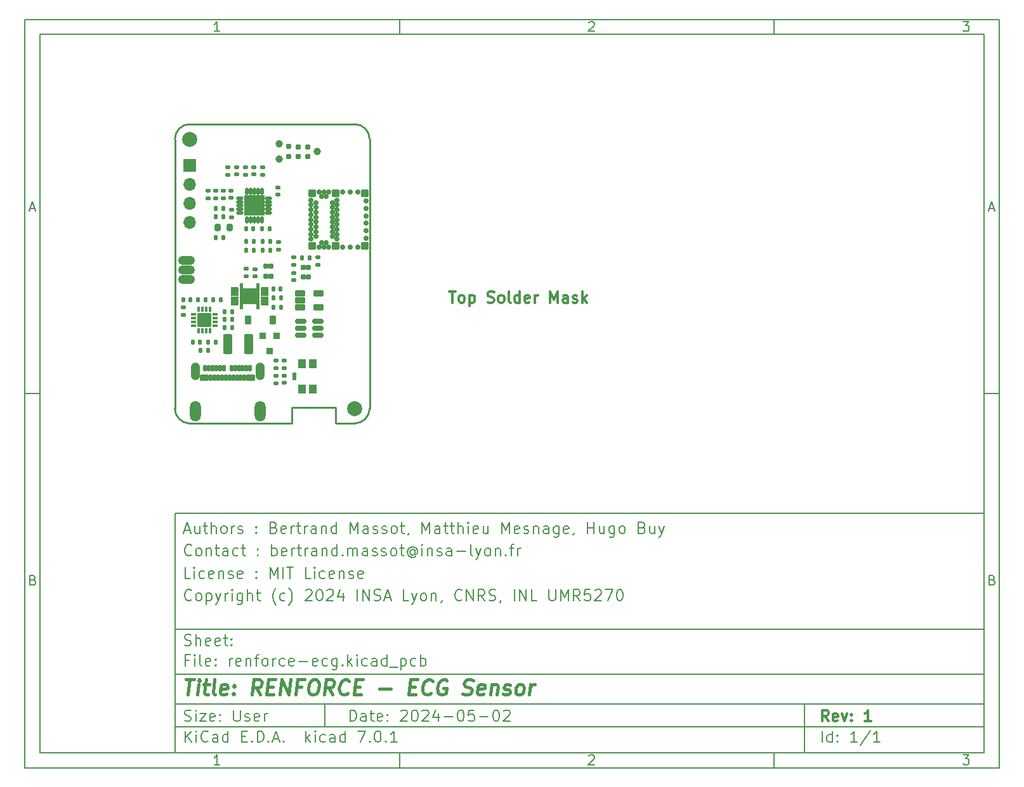
<source format=gbr>
%TF.GenerationSoftware,KiCad,Pcbnew,7.0.1*%
%TF.CreationDate,2024-08-21T14:43:31+02:00*%
%TF.ProjectId,renforce-ecg,72656e66-6f72-4636-952d-6563672e6b69,1*%
%TF.SameCoordinates,Original*%
%TF.FileFunction,Soldermask,Top*%
%TF.FilePolarity,Negative*%
%FSLAX46Y46*%
G04 Gerber Fmt 4.6, Leading zero omitted, Abs format (unit mm)*
G04 Created by KiCad (PCBNEW 7.0.1) date 2024-08-21 14:43:31*
%MOMM*%
%LPD*%
G01*
G04 APERTURE LIST*
G04 Aperture macros list*
%AMRoundRect*
0 Rectangle with rounded corners*
0 $1 Rounding radius*
0 $2 $3 $4 $5 $6 $7 $8 $9 X,Y pos of 4 corners*
0 Add a 4 corners polygon primitive as box body*
4,1,4,$2,$3,$4,$5,$6,$7,$8,$9,$2,$3,0*
0 Add four circle primitives for the rounded corners*
1,1,$1+$1,$2,$3*
1,1,$1+$1,$4,$5*
1,1,$1+$1,$6,$7*
1,1,$1+$1,$8,$9*
0 Add four rect primitives between the rounded corners*
20,1,$1+$1,$2,$3,$4,$5,0*
20,1,$1+$1,$4,$5,$6,$7,0*
20,1,$1+$1,$6,$7,$8,$9,0*
20,1,$1+$1,$8,$9,$2,$3,0*%
G04 Aperture macros list end*
%ADD10C,0.100000*%
%ADD11C,0.150000*%
%ADD12C,0.300000*%
%ADD13C,0.400000*%
%ADD14C,0.010000*%
%ADD15RoundRect,0.179000X0.543000X0.198000X-0.543000X0.198000X-0.543000X-0.198000X0.543000X-0.198000X0*%
%ADD16RoundRect,0.102000X0.400000X-0.400000X0.400000X0.400000X-0.400000X0.400000X-0.400000X-0.400000X0*%
%ADD17RoundRect,0.102000X0.199999X-0.199999X0.199999X0.199999X-0.199999X0.199999X-0.199999X-0.199999X0*%
%ADD18RoundRect,0.140000X-0.170000X0.140000X-0.170000X-0.140000X0.170000X-0.140000X0.170000X0.140000X0*%
%ADD19R,1.050000X1.150000*%
%ADD20R,0.600000X1.100000*%
%ADD21RoundRect,0.140000X0.170000X-0.140000X0.170000X0.140000X-0.170000X0.140000X-0.170000X-0.140000X0*%
%ADD22RoundRect,0.135000X0.185000X-0.135000X0.185000X0.135000X-0.185000X0.135000X-0.185000X-0.135000X0*%
%ADD23RoundRect,0.135000X-0.135000X-0.185000X0.135000X-0.185000X0.135000X0.185000X-0.135000X0.185000X0*%
%ADD24RoundRect,0.077200X-0.112800X0.292800X-0.112800X-0.292800X0.112800X-0.292800X0.112800X0.292800X0*%
%ADD25RoundRect,0.077200X-0.292800X-0.112800X0.292800X-0.112800X0.292800X0.112800X-0.292800X0.112800X0*%
%ADD26RoundRect,0.070000X-0.840000X0.840000X-0.840000X-0.840000X0.840000X-0.840000X0.840000X0.840000X0*%
%ADD27RoundRect,0.140000X-0.140000X-0.170000X0.140000X-0.170000X0.140000X0.170000X-0.140000X0.170000X0*%
%ADD28RoundRect,0.135000X-0.185000X0.135000X-0.185000X-0.135000X0.185000X-0.135000X0.185000X0.135000X0*%
%ADD29RoundRect,0.140000X0.140000X0.170000X-0.140000X0.170000X-0.140000X-0.170000X0.140000X-0.170000X0*%
%ADD30R,0.850000X0.850000*%
%ADD31RoundRect,0.135000X0.135000X0.185000X-0.135000X0.185000X-0.135000X-0.185000X0.135000X-0.185000X0*%
%ADD32O,2.236000X1.220000*%
%ADD33RoundRect,0.225000X0.225000X0.375000X-0.225000X0.375000X-0.225000X-0.375000X0.225000X-0.375000X0*%
%ADD34RoundRect,0.076200X-0.150000X-0.350000X0.150000X-0.350000X0.150000X0.350000X-0.150000X0.350000X0*%
%ADD35RoundRect,0.076200X-0.500000X-0.350000X0.500000X-0.350000X0.500000X0.350000X-0.500000X0.350000X0*%
%ADD36O,1.252400X2.352400*%
%ADD37O,1.452400X2.752400*%
%ADD38R,1.700000X1.700000*%
%ADD39O,1.700000X1.700000*%
%ADD40C,2.000000*%
%ADD41RoundRect,0.200000X-0.200000X-0.275000X0.200000X-0.275000X0.200000X0.275000X-0.200000X0.275000X0*%
%ADD42C,0.991000*%
%ADD43C,0.787000*%
%ADD44RoundRect,0.102000X0.200000X-0.250000X0.200000X0.250000X-0.200000X0.250000X-0.200000X-0.250000X0*%
%ADD45RoundRect,0.102000X-0.365500X0.119500X-0.365500X-0.119500X0.365500X-0.119500X0.365500X0.119500X0*%
%ADD46RoundRect,0.102000X0.119500X0.365500X-0.119500X0.365500X-0.119500X-0.365500X0.119500X-0.365500X0*%
%ADD47R,2.750000X2.750000*%
%ADD48RoundRect,0.190500X-0.516500X-0.206500X0.516500X-0.206500X0.516500X0.206500X-0.516500X0.206500X0*%
%ADD49RoundRect,0.250000X-0.375000X-1.075000X0.375000X-1.075000X0.375000X1.075000X-0.375000X1.075000X0*%
%TA.AperFunction,Profile*%
%ADD50C,0.254000*%
%TD*%
G04 APERTURE END LIST*
D10*
D11*
X30012400Y-75989600D02*
X138012400Y-75989600D01*
X138012400Y-107989600D01*
X30012400Y-107989600D01*
X30012400Y-75989600D01*
D10*
D11*
X10000000Y-10000000D02*
X140012400Y-10000000D01*
X140012400Y-109989600D01*
X10000000Y-109989600D01*
X10000000Y-10000000D01*
D10*
D11*
X12000000Y-12000000D02*
X138012400Y-12000000D01*
X138012400Y-107989600D01*
X12000000Y-107989600D01*
X12000000Y-12000000D01*
D10*
D11*
X60000000Y-12000000D02*
X60000000Y-10000000D01*
D10*
D11*
X110000000Y-12000000D02*
X110000000Y-10000000D01*
D10*
D11*
X35990476Y-11601404D02*
X35247619Y-11601404D01*
X35619047Y-11601404D02*
X35619047Y-10301404D01*
X35619047Y-10301404D02*
X35495238Y-10487119D01*
X35495238Y-10487119D02*
X35371428Y-10610928D01*
X35371428Y-10610928D02*
X35247619Y-10672833D01*
D10*
D11*
X85247619Y-10425214D02*
X85309523Y-10363309D01*
X85309523Y-10363309D02*
X85433333Y-10301404D01*
X85433333Y-10301404D02*
X85742857Y-10301404D01*
X85742857Y-10301404D02*
X85866666Y-10363309D01*
X85866666Y-10363309D02*
X85928571Y-10425214D01*
X85928571Y-10425214D02*
X85990476Y-10549023D01*
X85990476Y-10549023D02*
X85990476Y-10672833D01*
X85990476Y-10672833D02*
X85928571Y-10858547D01*
X85928571Y-10858547D02*
X85185714Y-11601404D01*
X85185714Y-11601404D02*
X85990476Y-11601404D01*
D10*
D11*
X135185714Y-10301404D02*
X135990476Y-10301404D01*
X135990476Y-10301404D02*
X135557142Y-10796642D01*
X135557142Y-10796642D02*
X135742857Y-10796642D01*
X135742857Y-10796642D02*
X135866666Y-10858547D01*
X135866666Y-10858547D02*
X135928571Y-10920452D01*
X135928571Y-10920452D02*
X135990476Y-11044261D01*
X135990476Y-11044261D02*
X135990476Y-11353785D01*
X135990476Y-11353785D02*
X135928571Y-11477595D01*
X135928571Y-11477595D02*
X135866666Y-11539500D01*
X135866666Y-11539500D02*
X135742857Y-11601404D01*
X135742857Y-11601404D02*
X135371428Y-11601404D01*
X135371428Y-11601404D02*
X135247619Y-11539500D01*
X135247619Y-11539500D02*
X135185714Y-11477595D01*
D10*
D11*
X60000000Y-107989600D02*
X60000000Y-109989600D01*
D10*
D11*
X110000000Y-107989600D02*
X110000000Y-109989600D01*
D10*
D11*
X35990476Y-109591004D02*
X35247619Y-109591004D01*
X35619047Y-109591004D02*
X35619047Y-108291004D01*
X35619047Y-108291004D02*
X35495238Y-108476719D01*
X35495238Y-108476719D02*
X35371428Y-108600528D01*
X35371428Y-108600528D02*
X35247619Y-108662433D01*
D10*
D11*
X85247619Y-108414814D02*
X85309523Y-108352909D01*
X85309523Y-108352909D02*
X85433333Y-108291004D01*
X85433333Y-108291004D02*
X85742857Y-108291004D01*
X85742857Y-108291004D02*
X85866666Y-108352909D01*
X85866666Y-108352909D02*
X85928571Y-108414814D01*
X85928571Y-108414814D02*
X85990476Y-108538623D01*
X85990476Y-108538623D02*
X85990476Y-108662433D01*
X85990476Y-108662433D02*
X85928571Y-108848147D01*
X85928571Y-108848147D02*
X85185714Y-109591004D01*
X85185714Y-109591004D02*
X85990476Y-109591004D01*
D10*
D11*
X135185714Y-108291004D02*
X135990476Y-108291004D01*
X135990476Y-108291004D02*
X135557142Y-108786242D01*
X135557142Y-108786242D02*
X135742857Y-108786242D01*
X135742857Y-108786242D02*
X135866666Y-108848147D01*
X135866666Y-108848147D02*
X135928571Y-108910052D01*
X135928571Y-108910052D02*
X135990476Y-109033861D01*
X135990476Y-109033861D02*
X135990476Y-109343385D01*
X135990476Y-109343385D02*
X135928571Y-109467195D01*
X135928571Y-109467195D02*
X135866666Y-109529100D01*
X135866666Y-109529100D02*
X135742857Y-109591004D01*
X135742857Y-109591004D02*
X135371428Y-109591004D01*
X135371428Y-109591004D02*
X135247619Y-109529100D01*
X135247619Y-109529100D02*
X135185714Y-109467195D01*
D10*
D11*
X10000000Y-60000000D02*
X12000000Y-60000000D01*
D10*
D11*
X10690476Y-35229976D02*
X11309523Y-35229976D01*
X10566666Y-35601404D02*
X10999999Y-34301404D01*
X10999999Y-34301404D02*
X11433333Y-35601404D01*
D10*
D11*
X11092857Y-84920452D02*
X11278571Y-84982357D01*
X11278571Y-84982357D02*
X11340476Y-85044261D01*
X11340476Y-85044261D02*
X11402380Y-85168071D01*
X11402380Y-85168071D02*
X11402380Y-85353785D01*
X11402380Y-85353785D02*
X11340476Y-85477595D01*
X11340476Y-85477595D02*
X11278571Y-85539500D01*
X11278571Y-85539500D02*
X11154761Y-85601404D01*
X11154761Y-85601404D02*
X10659523Y-85601404D01*
X10659523Y-85601404D02*
X10659523Y-84301404D01*
X10659523Y-84301404D02*
X11092857Y-84301404D01*
X11092857Y-84301404D02*
X11216666Y-84363309D01*
X11216666Y-84363309D02*
X11278571Y-84425214D01*
X11278571Y-84425214D02*
X11340476Y-84549023D01*
X11340476Y-84549023D02*
X11340476Y-84672833D01*
X11340476Y-84672833D02*
X11278571Y-84796642D01*
X11278571Y-84796642D02*
X11216666Y-84858547D01*
X11216666Y-84858547D02*
X11092857Y-84920452D01*
X11092857Y-84920452D02*
X10659523Y-84920452D01*
D10*
D11*
X140012400Y-60000000D02*
X138012400Y-60000000D01*
D10*
D11*
X138702876Y-35229976D02*
X139321923Y-35229976D01*
X138579066Y-35601404D02*
X139012399Y-34301404D01*
X139012399Y-34301404D02*
X139445733Y-35601404D01*
D10*
D11*
X139105257Y-84920452D02*
X139290971Y-84982357D01*
X139290971Y-84982357D02*
X139352876Y-85044261D01*
X139352876Y-85044261D02*
X139414780Y-85168071D01*
X139414780Y-85168071D02*
X139414780Y-85353785D01*
X139414780Y-85353785D02*
X139352876Y-85477595D01*
X139352876Y-85477595D02*
X139290971Y-85539500D01*
X139290971Y-85539500D02*
X139167161Y-85601404D01*
X139167161Y-85601404D02*
X138671923Y-85601404D01*
X138671923Y-85601404D02*
X138671923Y-84301404D01*
X138671923Y-84301404D02*
X139105257Y-84301404D01*
X139105257Y-84301404D02*
X139229066Y-84363309D01*
X139229066Y-84363309D02*
X139290971Y-84425214D01*
X139290971Y-84425214D02*
X139352876Y-84549023D01*
X139352876Y-84549023D02*
X139352876Y-84672833D01*
X139352876Y-84672833D02*
X139290971Y-84796642D01*
X139290971Y-84796642D02*
X139229066Y-84858547D01*
X139229066Y-84858547D02*
X139105257Y-84920452D01*
X139105257Y-84920452D02*
X138671923Y-84920452D01*
D10*
D11*
X53369542Y-103783528D02*
X53369542Y-102283528D01*
X53369542Y-102283528D02*
X53726685Y-102283528D01*
X53726685Y-102283528D02*
X53940971Y-102354957D01*
X53940971Y-102354957D02*
X54083828Y-102497814D01*
X54083828Y-102497814D02*
X54155257Y-102640671D01*
X54155257Y-102640671D02*
X54226685Y-102926385D01*
X54226685Y-102926385D02*
X54226685Y-103140671D01*
X54226685Y-103140671D02*
X54155257Y-103426385D01*
X54155257Y-103426385D02*
X54083828Y-103569242D01*
X54083828Y-103569242D02*
X53940971Y-103712100D01*
X53940971Y-103712100D02*
X53726685Y-103783528D01*
X53726685Y-103783528D02*
X53369542Y-103783528D01*
X55512400Y-103783528D02*
X55512400Y-102997814D01*
X55512400Y-102997814D02*
X55440971Y-102854957D01*
X55440971Y-102854957D02*
X55298114Y-102783528D01*
X55298114Y-102783528D02*
X55012400Y-102783528D01*
X55012400Y-102783528D02*
X54869542Y-102854957D01*
X55512400Y-103712100D02*
X55369542Y-103783528D01*
X55369542Y-103783528D02*
X55012400Y-103783528D01*
X55012400Y-103783528D02*
X54869542Y-103712100D01*
X54869542Y-103712100D02*
X54798114Y-103569242D01*
X54798114Y-103569242D02*
X54798114Y-103426385D01*
X54798114Y-103426385D02*
X54869542Y-103283528D01*
X54869542Y-103283528D02*
X55012400Y-103212100D01*
X55012400Y-103212100D02*
X55369542Y-103212100D01*
X55369542Y-103212100D02*
X55512400Y-103140671D01*
X56012400Y-102783528D02*
X56583828Y-102783528D01*
X56226685Y-102283528D02*
X56226685Y-103569242D01*
X56226685Y-103569242D02*
X56298114Y-103712100D01*
X56298114Y-103712100D02*
X56440971Y-103783528D01*
X56440971Y-103783528D02*
X56583828Y-103783528D01*
X57655257Y-103712100D02*
X57512400Y-103783528D01*
X57512400Y-103783528D02*
X57226686Y-103783528D01*
X57226686Y-103783528D02*
X57083828Y-103712100D01*
X57083828Y-103712100D02*
X57012400Y-103569242D01*
X57012400Y-103569242D02*
X57012400Y-102997814D01*
X57012400Y-102997814D02*
X57083828Y-102854957D01*
X57083828Y-102854957D02*
X57226686Y-102783528D01*
X57226686Y-102783528D02*
X57512400Y-102783528D01*
X57512400Y-102783528D02*
X57655257Y-102854957D01*
X57655257Y-102854957D02*
X57726686Y-102997814D01*
X57726686Y-102997814D02*
X57726686Y-103140671D01*
X57726686Y-103140671D02*
X57012400Y-103283528D01*
X58369542Y-103640671D02*
X58440971Y-103712100D01*
X58440971Y-103712100D02*
X58369542Y-103783528D01*
X58369542Y-103783528D02*
X58298114Y-103712100D01*
X58298114Y-103712100D02*
X58369542Y-103640671D01*
X58369542Y-103640671D02*
X58369542Y-103783528D01*
X58369542Y-102854957D02*
X58440971Y-102926385D01*
X58440971Y-102926385D02*
X58369542Y-102997814D01*
X58369542Y-102997814D02*
X58298114Y-102926385D01*
X58298114Y-102926385D02*
X58369542Y-102854957D01*
X58369542Y-102854957D02*
X58369542Y-102997814D01*
X60155257Y-102426385D02*
X60226685Y-102354957D01*
X60226685Y-102354957D02*
X60369543Y-102283528D01*
X60369543Y-102283528D02*
X60726685Y-102283528D01*
X60726685Y-102283528D02*
X60869543Y-102354957D01*
X60869543Y-102354957D02*
X60940971Y-102426385D01*
X60940971Y-102426385D02*
X61012400Y-102569242D01*
X61012400Y-102569242D02*
X61012400Y-102712100D01*
X61012400Y-102712100D02*
X60940971Y-102926385D01*
X60940971Y-102926385D02*
X60083828Y-103783528D01*
X60083828Y-103783528D02*
X61012400Y-103783528D01*
X61940971Y-102283528D02*
X62083828Y-102283528D01*
X62083828Y-102283528D02*
X62226685Y-102354957D01*
X62226685Y-102354957D02*
X62298114Y-102426385D01*
X62298114Y-102426385D02*
X62369542Y-102569242D01*
X62369542Y-102569242D02*
X62440971Y-102854957D01*
X62440971Y-102854957D02*
X62440971Y-103212100D01*
X62440971Y-103212100D02*
X62369542Y-103497814D01*
X62369542Y-103497814D02*
X62298114Y-103640671D01*
X62298114Y-103640671D02*
X62226685Y-103712100D01*
X62226685Y-103712100D02*
X62083828Y-103783528D01*
X62083828Y-103783528D02*
X61940971Y-103783528D01*
X61940971Y-103783528D02*
X61798114Y-103712100D01*
X61798114Y-103712100D02*
X61726685Y-103640671D01*
X61726685Y-103640671D02*
X61655256Y-103497814D01*
X61655256Y-103497814D02*
X61583828Y-103212100D01*
X61583828Y-103212100D02*
X61583828Y-102854957D01*
X61583828Y-102854957D02*
X61655256Y-102569242D01*
X61655256Y-102569242D02*
X61726685Y-102426385D01*
X61726685Y-102426385D02*
X61798114Y-102354957D01*
X61798114Y-102354957D02*
X61940971Y-102283528D01*
X63012399Y-102426385D02*
X63083827Y-102354957D01*
X63083827Y-102354957D02*
X63226685Y-102283528D01*
X63226685Y-102283528D02*
X63583827Y-102283528D01*
X63583827Y-102283528D02*
X63726685Y-102354957D01*
X63726685Y-102354957D02*
X63798113Y-102426385D01*
X63798113Y-102426385D02*
X63869542Y-102569242D01*
X63869542Y-102569242D02*
X63869542Y-102712100D01*
X63869542Y-102712100D02*
X63798113Y-102926385D01*
X63798113Y-102926385D02*
X62940970Y-103783528D01*
X62940970Y-103783528D02*
X63869542Y-103783528D01*
X65155256Y-102783528D02*
X65155256Y-103783528D01*
X64798113Y-102212100D02*
X64440970Y-103283528D01*
X64440970Y-103283528D02*
X65369541Y-103283528D01*
X65940969Y-103212100D02*
X67083827Y-103212100D01*
X68083827Y-102283528D02*
X68226684Y-102283528D01*
X68226684Y-102283528D02*
X68369541Y-102354957D01*
X68369541Y-102354957D02*
X68440970Y-102426385D01*
X68440970Y-102426385D02*
X68512398Y-102569242D01*
X68512398Y-102569242D02*
X68583827Y-102854957D01*
X68583827Y-102854957D02*
X68583827Y-103212100D01*
X68583827Y-103212100D02*
X68512398Y-103497814D01*
X68512398Y-103497814D02*
X68440970Y-103640671D01*
X68440970Y-103640671D02*
X68369541Y-103712100D01*
X68369541Y-103712100D02*
X68226684Y-103783528D01*
X68226684Y-103783528D02*
X68083827Y-103783528D01*
X68083827Y-103783528D02*
X67940970Y-103712100D01*
X67940970Y-103712100D02*
X67869541Y-103640671D01*
X67869541Y-103640671D02*
X67798112Y-103497814D01*
X67798112Y-103497814D02*
X67726684Y-103212100D01*
X67726684Y-103212100D02*
X67726684Y-102854957D01*
X67726684Y-102854957D02*
X67798112Y-102569242D01*
X67798112Y-102569242D02*
X67869541Y-102426385D01*
X67869541Y-102426385D02*
X67940970Y-102354957D01*
X67940970Y-102354957D02*
X68083827Y-102283528D01*
X69940969Y-102283528D02*
X69226683Y-102283528D01*
X69226683Y-102283528D02*
X69155255Y-102997814D01*
X69155255Y-102997814D02*
X69226683Y-102926385D01*
X69226683Y-102926385D02*
X69369541Y-102854957D01*
X69369541Y-102854957D02*
X69726683Y-102854957D01*
X69726683Y-102854957D02*
X69869541Y-102926385D01*
X69869541Y-102926385D02*
X69940969Y-102997814D01*
X69940969Y-102997814D02*
X70012398Y-103140671D01*
X70012398Y-103140671D02*
X70012398Y-103497814D01*
X70012398Y-103497814D02*
X69940969Y-103640671D01*
X69940969Y-103640671D02*
X69869541Y-103712100D01*
X69869541Y-103712100D02*
X69726683Y-103783528D01*
X69726683Y-103783528D02*
X69369541Y-103783528D01*
X69369541Y-103783528D02*
X69226683Y-103712100D01*
X69226683Y-103712100D02*
X69155255Y-103640671D01*
X70655254Y-103212100D02*
X71798112Y-103212100D01*
X72798112Y-102283528D02*
X72940969Y-102283528D01*
X72940969Y-102283528D02*
X73083826Y-102354957D01*
X73083826Y-102354957D02*
X73155255Y-102426385D01*
X73155255Y-102426385D02*
X73226683Y-102569242D01*
X73226683Y-102569242D02*
X73298112Y-102854957D01*
X73298112Y-102854957D02*
X73298112Y-103212100D01*
X73298112Y-103212100D02*
X73226683Y-103497814D01*
X73226683Y-103497814D02*
X73155255Y-103640671D01*
X73155255Y-103640671D02*
X73083826Y-103712100D01*
X73083826Y-103712100D02*
X72940969Y-103783528D01*
X72940969Y-103783528D02*
X72798112Y-103783528D01*
X72798112Y-103783528D02*
X72655255Y-103712100D01*
X72655255Y-103712100D02*
X72583826Y-103640671D01*
X72583826Y-103640671D02*
X72512397Y-103497814D01*
X72512397Y-103497814D02*
X72440969Y-103212100D01*
X72440969Y-103212100D02*
X72440969Y-102854957D01*
X72440969Y-102854957D02*
X72512397Y-102569242D01*
X72512397Y-102569242D02*
X72583826Y-102426385D01*
X72583826Y-102426385D02*
X72655255Y-102354957D01*
X72655255Y-102354957D02*
X72798112Y-102283528D01*
X73869540Y-102426385D02*
X73940968Y-102354957D01*
X73940968Y-102354957D02*
X74083826Y-102283528D01*
X74083826Y-102283528D02*
X74440968Y-102283528D01*
X74440968Y-102283528D02*
X74583826Y-102354957D01*
X74583826Y-102354957D02*
X74655254Y-102426385D01*
X74655254Y-102426385D02*
X74726683Y-102569242D01*
X74726683Y-102569242D02*
X74726683Y-102712100D01*
X74726683Y-102712100D02*
X74655254Y-102926385D01*
X74655254Y-102926385D02*
X73798111Y-103783528D01*
X73798111Y-103783528D02*
X74726683Y-103783528D01*
D10*
D11*
X30012400Y-104489600D02*
X138012400Y-104489600D01*
D10*
D11*
X31369542Y-106583528D02*
X31369542Y-105083528D01*
X32226685Y-106583528D02*
X31583828Y-105726385D01*
X32226685Y-105083528D02*
X31369542Y-105940671D01*
X32869542Y-106583528D02*
X32869542Y-105583528D01*
X32869542Y-105083528D02*
X32798114Y-105154957D01*
X32798114Y-105154957D02*
X32869542Y-105226385D01*
X32869542Y-105226385D02*
X32940971Y-105154957D01*
X32940971Y-105154957D02*
X32869542Y-105083528D01*
X32869542Y-105083528D02*
X32869542Y-105226385D01*
X34440971Y-106440671D02*
X34369543Y-106512100D01*
X34369543Y-106512100D02*
X34155257Y-106583528D01*
X34155257Y-106583528D02*
X34012400Y-106583528D01*
X34012400Y-106583528D02*
X33798114Y-106512100D01*
X33798114Y-106512100D02*
X33655257Y-106369242D01*
X33655257Y-106369242D02*
X33583828Y-106226385D01*
X33583828Y-106226385D02*
X33512400Y-105940671D01*
X33512400Y-105940671D02*
X33512400Y-105726385D01*
X33512400Y-105726385D02*
X33583828Y-105440671D01*
X33583828Y-105440671D02*
X33655257Y-105297814D01*
X33655257Y-105297814D02*
X33798114Y-105154957D01*
X33798114Y-105154957D02*
X34012400Y-105083528D01*
X34012400Y-105083528D02*
X34155257Y-105083528D01*
X34155257Y-105083528D02*
X34369543Y-105154957D01*
X34369543Y-105154957D02*
X34440971Y-105226385D01*
X35726686Y-106583528D02*
X35726686Y-105797814D01*
X35726686Y-105797814D02*
X35655257Y-105654957D01*
X35655257Y-105654957D02*
X35512400Y-105583528D01*
X35512400Y-105583528D02*
X35226686Y-105583528D01*
X35226686Y-105583528D02*
X35083828Y-105654957D01*
X35726686Y-106512100D02*
X35583828Y-106583528D01*
X35583828Y-106583528D02*
X35226686Y-106583528D01*
X35226686Y-106583528D02*
X35083828Y-106512100D01*
X35083828Y-106512100D02*
X35012400Y-106369242D01*
X35012400Y-106369242D02*
X35012400Y-106226385D01*
X35012400Y-106226385D02*
X35083828Y-106083528D01*
X35083828Y-106083528D02*
X35226686Y-106012100D01*
X35226686Y-106012100D02*
X35583828Y-106012100D01*
X35583828Y-106012100D02*
X35726686Y-105940671D01*
X37083829Y-106583528D02*
X37083829Y-105083528D01*
X37083829Y-106512100D02*
X36940971Y-106583528D01*
X36940971Y-106583528D02*
X36655257Y-106583528D01*
X36655257Y-106583528D02*
X36512400Y-106512100D01*
X36512400Y-106512100D02*
X36440971Y-106440671D01*
X36440971Y-106440671D02*
X36369543Y-106297814D01*
X36369543Y-106297814D02*
X36369543Y-105869242D01*
X36369543Y-105869242D02*
X36440971Y-105726385D01*
X36440971Y-105726385D02*
X36512400Y-105654957D01*
X36512400Y-105654957D02*
X36655257Y-105583528D01*
X36655257Y-105583528D02*
X36940971Y-105583528D01*
X36940971Y-105583528D02*
X37083829Y-105654957D01*
X38940971Y-105797814D02*
X39440971Y-105797814D01*
X39655257Y-106583528D02*
X38940971Y-106583528D01*
X38940971Y-106583528D02*
X38940971Y-105083528D01*
X38940971Y-105083528D02*
X39655257Y-105083528D01*
X40298114Y-106440671D02*
X40369543Y-106512100D01*
X40369543Y-106512100D02*
X40298114Y-106583528D01*
X40298114Y-106583528D02*
X40226686Y-106512100D01*
X40226686Y-106512100D02*
X40298114Y-106440671D01*
X40298114Y-106440671D02*
X40298114Y-106583528D01*
X41012400Y-106583528D02*
X41012400Y-105083528D01*
X41012400Y-105083528D02*
X41369543Y-105083528D01*
X41369543Y-105083528D02*
X41583829Y-105154957D01*
X41583829Y-105154957D02*
X41726686Y-105297814D01*
X41726686Y-105297814D02*
X41798115Y-105440671D01*
X41798115Y-105440671D02*
X41869543Y-105726385D01*
X41869543Y-105726385D02*
X41869543Y-105940671D01*
X41869543Y-105940671D02*
X41798115Y-106226385D01*
X41798115Y-106226385D02*
X41726686Y-106369242D01*
X41726686Y-106369242D02*
X41583829Y-106512100D01*
X41583829Y-106512100D02*
X41369543Y-106583528D01*
X41369543Y-106583528D02*
X41012400Y-106583528D01*
X42512400Y-106440671D02*
X42583829Y-106512100D01*
X42583829Y-106512100D02*
X42512400Y-106583528D01*
X42512400Y-106583528D02*
X42440972Y-106512100D01*
X42440972Y-106512100D02*
X42512400Y-106440671D01*
X42512400Y-106440671D02*
X42512400Y-106583528D01*
X43155258Y-106154957D02*
X43869544Y-106154957D01*
X43012401Y-106583528D02*
X43512401Y-105083528D01*
X43512401Y-105083528D02*
X44012401Y-106583528D01*
X44512400Y-106440671D02*
X44583829Y-106512100D01*
X44583829Y-106512100D02*
X44512400Y-106583528D01*
X44512400Y-106583528D02*
X44440972Y-106512100D01*
X44440972Y-106512100D02*
X44512400Y-106440671D01*
X44512400Y-106440671D02*
X44512400Y-106583528D01*
X47512400Y-106583528D02*
X47512400Y-105083528D01*
X47655258Y-106012100D02*
X48083829Y-106583528D01*
X48083829Y-105583528D02*
X47512400Y-106154957D01*
X48726686Y-106583528D02*
X48726686Y-105583528D01*
X48726686Y-105083528D02*
X48655258Y-105154957D01*
X48655258Y-105154957D02*
X48726686Y-105226385D01*
X48726686Y-105226385D02*
X48798115Y-105154957D01*
X48798115Y-105154957D02*
X48726686Y-105083528D01*
X48726686Y-105083528D02*
X48726686Y-105226385D01*
X50083830Y-106512100D02*
X49940972Y-106583528D01*
X49940972Y-106583528D02*
X49655258Y-106583528D01*
X49655258Y-106583528D02*
X49512401Y-106512100D01*
X49512401Y-106512100D02*
X49440972Y-106440671D01*
X49440972Y-106440671D02*
X49369544Y-106297814D01*
X49369544Y-106297814D02*
X49369544Y-105869242D01*
X49369544Y-105869242D02*
X49440972Y-105726385D01*
X49440972Y-105726385D02*
X49512401Y-105654957D01*
X49512401Y-105654957D02*
X49655258Y-105583528D01*
X49655258Y-105583528D02*
X49940972Y-105583528D01*
X49940972Y-105583528D02*
X50083830Y-105654957D01*
X51369544Y-106583528D02*
X51369544Y-105797814D01*
X51369544Y-105797814D02*
X51298115Y-105654957D01*
X51298115Y-105654957D02*
X51155258Y-105583528D01*
X51155258Y-105583528D02*
X50869544Y-105583528D01*
X50869544Y-105583528D02*
X50726686Y-105654957D01*
X51369544Y-106512100D02*
X51226686Y-106583528D01*
X51226686Y-106583528D02*
X50869544Y-106583528D01*
X50869544Y-106583528D02*
X50726686Y-106512100D01*
X50726686Y-106512100D02*
X50655258Y-106369242D01*
X50655258Y-106369242D02*
X50655258Y-106226385D01*
X50655258Y-106226385D02*
X50726686Y-106083528D01*
X50726686Y-106083528D02*
X50869544Y-106012100D01*
X50869544Y-106012100D02*
X51226686Y-106012100D01*
X51226686Y-106012100D02*
X51369544Y-105940671D01*
X52726687Y-106583528D02*
X52726687Y-105083528D01*
X52726687Y-106512100D02*
X52583829Y-106583528D01*
X52583829Y-106583528D02*
X52298115Y-106583528D01*
X52298115Y-106583528D02*
X52155258Y-106512100D01*
X52155258Y-106512100D02*
X52083829Y-106440671D01*
X52083829Y-106440671D02*
X52012401Y-106297814D01*
X52012401Y-106297814D02*
X52012401Y-105869242D01*
X52012401Y-105869242D02*
X52083829Y-105726385D01*
X52083829Y-105726385D02*
X52155258Y-105654957D01*
X52155258Y-105654957D02*
X52298115Y-105583528D01*
X52298115Y-105583528D02*
X52583829Y-105583528D01*
X52583829Y-105583528D02*
X52726687Y-105654957D01*
X54440972Y-105083528D02*
X55440972Y-105083528D01*
X55440972Y-105083528D02*
X54798115Y-106583528D01*
X56012400Y-106440671D02*
X56083829Y-106512100D01*
X56083829Y-106512100D02*
X56012400Y-106583528D01*
X56012400Y-106583528D02*
X55940972Y-106512100D01*
X55940972Y-106512100D02*
X56012400Y-106440671D01*
X56012400Y-106440671D02*
X56012400Y-106583528D01*
X57012401Y-105083528D02*
X57155258Y-105083528D01*
X57155258Y-105083528D02*
X57298115Y-105154957D01*
X57298115Y-105154957D02*
X57369544Y-105226385D01*
X57369544Y-105226385D02*
X57440972Y-105369242D01*
X57440972Y-105369242D02*
X57512401Y-105654957D01*
X57512401Y-105654957D02*
X57512401Y-106012100D01*
X57512401Y-106012100D02*
X57440972Y-106297814D01*
X57440972Y-106297814D02*
X57369544Y-106440671D01*
X57369544Y-106440671D02*
X57298115Y-106512100D01*
X57298115Y-106512100D02*
X57155258Y-106583528D01*
X57155258Y-106583528D02*
X57012401Y-106583528D01*
X57012401Y-106583528D02*
X56869544Y-106512100D01*
X56869544Y-106512100D02*
X56798115Y-106440671D01*
X56798115Y-106440671D02*
X56726686Y-106297814D01*
X56726686Y-106297814D02*
X56655258Y-106012100D01*
X56655258Y-106012100D02*
X56655258Y-105654957D01*
X56655258Y-105654957D02*
X56726686Y-105369242D01*
X56726686Y-105369242D02*
X56798115Y-105226385D01*
X56798115Y-105226385D02*
X56869544Y-105154957D01*
X56869544Y-105154957D02*
X57012401Y-105083528D01*
X58155257Y-106440671D02*
X58226686Y-106512100D01*
X58226686Y-106512100D02*
X58155257Y-106583528D01*
X58155257Y-106583528D02*
X58083829Y-106512100D01*
X58083829Y-106512100D02*
X58155257Y-106440671D01*
X58155257Y-106440671D02*
X58155257Y-106583528D01*
X59655258Y-106583528D02*
X58798115Y-106583528D01*
X59226686Y-106583528D02*
X59226686Y-105083528D01*
X59226686Y-105083528D02*
X59083829Y-105297814D01*
X59083829Y-105297814D02*
X58940972Y-105440671D01*
X58940972Y-105440671D02*
X58798115Y-105512100D01*
D10*
D11*
X30012400Y-101489600D02*
X138012400Y-101489600D01*
D10*
D12*
X117226685Y-103783528D02*
X116726685Y-103069242D01*
X116369542Y-103783528D02*
X116369542Y-102283528D01*
X116369542Y-102283528D02*
X116940971Y-102283528D01*
X116940971Y-102283528D02*
X117083828Y-102354957D01*
X117083828Y-102354957D02*
X117155257Y-102426385D01*
X117155257Y-102426385D02*
X117226685Y-102569242D01*
X117226685Y-102569242D02*
X117226685Y-102783528D01*
X117226685Y-102783528D02*
X117155257Y-102926385D01*
X117155257Y-102926385D02*
X117083828Y-102997814D01*
X117083828Y-102997814D02*
X116940971Y-103069242D01*
X116940971Y-103069242D02*
X116369542Y-103069242D01*
X118440971Y-103712100D02*
X118298114Y-103783528D01*
X118298114Y-103783528D02*
X118012400Y-103783528D01*
X118012400Y-103783528D02*
X117869542Y-103712100D01*
X117869542Y-103712100D02*
X117798114Y-103569242D01*
X117798114Y-103569242D02*
X117798114Y-102997814D01*
X117798114Y-102997814D02*
X117869542Y-102854957D01*
X117869542Y-102854957D02*
X118012400Y-102783528D01*
X118012400Y-102783528D02*
X118298114Y-102783528D01*
X118298114Y-102783528D02*
X118440971Y-102854957D01*
X118440971Y-102854957D02*
X118512400Y-102997814D01*
X118512400Y-102997814D02*
X118512400Y-103140671D01*
X118512400Y-103140671D02*
X117798114Y-103283528D01*
X119012399Y-102783528D02*
X119369542Y-103783528D01*
X119369542Y-103783528D02*
X119726685Y-102783528D01*
X120298113Y-103640671D02*
X120369542Y-103712100D01*
X120369542Y-103712100D02*
X120298113Y-103783528D01*
X120298113Y-103783528D02*
X120226685Y-103712100D01*
X120226685Y-103712100D02*
X120298113Y-103640671D01*
X120298113Y-103640671D02*
X120298113Y-103783528D01*
X120298113Y-102854957D02*
X120369542Y-102926385D01*
X120369542Y-102926385D02*
X120298113Y-102997814D01*
X120298113Y-102997814D02*
X120226685Y-102926385D01*
X120226685Y-102926385D02*
X120298113Y-102854957D01*
X120298113Y-102854957D02*
X120298113Y-102997814D01*
X122940971Y-103783528D02*
X122083828Y-103783528D01*
X122512399Y-103783528D02*
X122512399Y-102283528D01*
X122512399Y-102283528D02*
X122369542Y-102497814D01*
X122369542Y-102497814D02*
X122226685Y-102640671D01*
X122226685Y-102640671D02*
X122083828Y-102712100D01*
D10*
D11*
X31298114Y-103712100D02*
X31512400Y-103783528D01*
X31512400Y-103783528D02*
X31869542Y-103783528D01*
X31869542Y-103783528D02*
X32012400Y-103712100D01*
X32012400Y-103712100D02*
X32083828Y-103640671D01*
X32083828Y-103640671D02*
X32155257Y-103497814D01*
X32155257Y-103497814D02*
X32155257Y-103354957D01*
X32155257Y-103354957D02*
X32083828Y-103212100D01*
X32083828Y-103212100D02*
X32012400Y-103140671D01*
X32012400Y-103140671D02*
X31869542Y-103069242D01*
X31869542Y-103069242D02*
X31583828Y-102997814D01*
X31583828Y-102997814D02*
X31440971Y-102926385D01*
X31440971Y-102926385D02*
X31369542Y-102854957D01*
X31369542Y-102854957D02*
X31298114Y-102712100D01*
X31298114Y-102712100D02*
X31298114Y-102569242D01*
X31298114Y-102569242D02*
X31369542Y-102426385D01*
X31369542Y-102426385D02*
X31440971Y-102354957D01*
X31440971Y-102354957D02*
X31583828Y-102283528D01*
X31583828Y-102283528D02*
X31940971Y-102283528D01*
X31940971Y-102283528D02*
X32155257Y-102354957D01*
X32798113Y-103783528D02*
X32798113Y-102783528D01*
X32798113Y-102283528D02*
X32726685Y-102354957D01*
X32726685Y-102354957D02*
X32798113Y-102426385D01*
X32798113Y-102426385D02*
X32869542Y-102354957D01*
X32869542Y-102354957D02*
X32798113Y-102283528D01*
X32798113Y-102283528D02*
X32798113Y-102426385D01*
X33369542Y-102783528D02*
X34155257Y-102783528D01*
X34155257Y-102783528D02*
X33369542Y-103783528D01*
X33369542Y-103783528D02*
X34155257Y-103783528D01*
X35298114Y-103712100D02*
X35155257Y-103783528D01*
X35155257Y-103783528D02*
X34869543Y-103783528D01*
X34869543Y-103783528D02*
X34726685Y-103712100D01*
X34726685Y-103712100D02*
X34655257Y-103569242D01*
X34655257Y-103569242D02*
X34655257Y-102997814D01*
X34655257Y-102997814D02*
X34726685Y-102854957D01*
X34726685Y-102854957D02*
X34869543Y-102783528D01*
X34869543Y-102783528D02*
X35155257Y-102783528D01*
X35155257Y-102783528D02*
X35298114Y-102854957D01*
X35298114Y-102854957D02*
X35369543Y-102997814D01*
X35369543Y-102997814D02*
X35369543Y-103140671D01*
X35369543Y-103140671D02*
X34655257Y-103283528D01*
X36012399Y-103640671D02*
X36083828Y-103712100D01*
X36083828Y-103712100D02*
X36012399Y-103783528D01*
X36012399Y-103783528D02*
X35940971Y-103712100D01*
X35940971Y-103712100D02*
X36012399Y-103640671D01*
X36012399Y-103640671D02*
X36012399Y-103783528D01*
X36012399Y-102854957D02*
X36083828Y-102926385D01*
X36083828Y-102926385D02*
X36012399Y-102997814D01*
X36012399Y-102997814D02*
X35940971Y-102926385D01*
X35940971Y-102926385D02*
X36012399Y-102854957D01*
X36012399Y-102854957D02*
X36012399Y-102997814D01*
X37869542Y-102283528D02*
X37869542Y-103497814D01*
X37869542Y-103497814D02*
X37940971Y-103640671D01*
X37940971Y-103640671D02*
X38012400Y-103712100D01*
X38012400Y-103712100D02*
X38155257Y-103783528D01*
X38155257Y-103783528D02*
X38440971Y-103783528D01*
X38440971Y-103783528D02*
X38583828Y-103712100D01*
X38583828Y-103712100D02*
X38655257Y-103640671D01*
X38655257Y-103640671D02*
X38726685Y-103497814D01*
X38726685Y-103497814D02*
X38726685Y-102283528D01*
X39369543Y-103712100D02*
X39512400Y-103783528D01*
X39512400Y-103783528D02*
X39798114Y-103783528D01*
X39798114Y-103783528D02*
X39940971Y-103712100D01*
X39940971Y-103712100D02*
X40012400Y-103569242D01*
X40012400Y-103569242D02*
X40012400Y-103497814D01*
X40012400Y-103497814D02*
X39940971Y-103354957D01*
X39940971Y-103354957D02*
X39798114Y-103283528D01*
X39798114Y-103283528D02*
X39583829Y-103283528D01*
X39583829Y-103283528D02*
X39440971Y-103212100D01*
X39440971Y-103212100D02*
X39369543Y-103069242D01*
X39369543Y-103069242D02*
X39369543Y-102997814D01*
X39369543Y-102997814D02*
X39440971Y-102854957D01*
X39440971Y-102854957D02*
X39583829Y-102783528D01*
X39583829Y-102783528D02*
X39798114Y-102783528D01*
X39798114Y-102783528D02*
X39940971Y-102854957D01*
X41226686Y-103712100D02*
X41083829Y-103783528D01*
X41083829Y-103783528D02*
X40798115Y-103783528D01*
X40798115Y-103783528D02*
X40655257Y-103712100D01*
X40655257Y-103712100D02*
X40583829Y-103569242D01*
X40583829Y-103569242D02*
X40583829Y-102997814D01*
X40583829Y-102997814D02*
X40655257Y-102854957D01*
X40655257Y-102854957D02*
X40798115Y-102783528D01*
X40798115Y-102783528D02*
X41083829Y-102783528D01*
X41083829Y-102783528D02*
X41226686Y-102854957D01*
X41226686Y-102854957D02*
X41298115Y-102997814D01*
X41298115Y-102997814D02*
X41298115Y-103140671D01*
X41298115Y-103140671D02*
X40583829Y-103283528D01*
X41940971Y-103783528D02*
X41940971Y-102783528D01*
X41940971Y-103069242D02*
X42012400Y-102926385D01*
X42012400Y-102926385D02*
X42083829Y-102854957D01*
X42083829Y-102854957D02*
X42226686Y-102783528D01*
X42226686Y-102783528D02*
X42369543Y-102783528D01*
D10*
D11*
X116369542Y-106583528D02*
X116369542Y-105083528D01*
X117726686Y-106583528D02*
X117726686Y-105083528D01*
X117726686Y-106512100D02*
X117583828Y-106583528D01*
X117583828Y-106583528D02*
X117298114Y-106583528D01*
X117298114Y-106583528D02*
X117155257Y-106512100D01*
X117155257Y-106512100D02*
X117083828Y-106440671D01*
X117083828Y-106440671D02*
X117012400Y-106297814D01*
X117012400Y-106297814D02*
X117012400Y-105869242D01*
X117012400Y-105869242D02*
X117083828Y-105726385D01*
X117083828Y-105726385D02*
X117155257Y-105654957D01*
X117155257Y-105654957D02*
X117298114Y-105583528D01*
X117298114Y-105583528D02*
X117583828Y-105583528D01*
X117583828Y-105583528D02*
X117726686Y-105654957D01*
X118440971Y-106440671D02*
X118512400Y-106512100D01*
X118512400Y-106512100D02*
X118440971Y-106583528D01*
X118440971Y-106583528D02*
X118369543Y-106512100D01*
X118369543Y-106512100D02*
X118440971Y-106440671D01*
X118440971Y-106440671D02*
X118440971Y-106583528D01*
X118440971Y-105654957D02*
X118512400Y-105726385D01*
X118512400Y-105726385D02*
X118440971Y-105797814D01*
X118440971Y-105797814D02*
X118369543Y-105726385D01*
X118369543Y-105726385D02*
X118440971Y-105654957D01*
X118440971Y-105654957D02*
X118440971Y-105797814D01*
X121083829Y-106583528D02*
X120226686Y-106583528D01*
X120655257Y-106583528D02*
X120655257Y-105083528D01*
X120655257Y-105083528D02*
X120512400Y-105297814D01*
X120512400Y-105297814D02*
X120369543Y-105440671D01*
X120369543Y-105440671D02*
X120226686Y-105512100D01*
X122798114Y-105012100D02*
X121512400Y-106940671D01*
X124083829Y-106583528D02*
X123226686Y-106583528D01*
X123655257Y-106583528D02*
X123655257Y-105083528D01*
X123655257Y-105083528D02*
X123512400Y-105297814D01*
X123512400Y-105297814D02*
X123369543Y-105440671D01*
X123369543Y-105440671D02*
X123226686Y-105512100D01*
D10*
D11*
X30012400Y-97489600D02*
X138012400Y-97489600D01*
D10*
D13*
X31440971Y-98214838D02*
X32583828Y-98214838D01*
X31762400Y-100214838D02*
X32012400Y-98214838D01*
X32988590Y-100214838D02*
X33155257Y-98881504D01*
X33238590Y-98214838D02*
X33131447Y-98310076D01*
X33131447Y-98310076D02*
X33214781Y-98405314D01*
X33214781Y-98405314D02*
X33321924Y-98310076D01*
X33321924Y-98310076D02*
X33238590Y-98214838D01*
X33238590Y-98214838D02*
X33214781Y-98405314D01*
X33810019Y-98881504D02*
X34571923Y-98881504D01*
X34179066Y-98214838D02*
X33964781Y-99929123D01*
X33964781Y-99929123D02*
X34036209Y-100119600D01*
X34036209Y-100119600D02*
X34214781Y-100214838D01*
X34214781Y-100214838D02*
X34405257Y-100214838D01*
X35345733Y-100214838D02*
X35167161Y-100119600D01*
X35167161Y-100119600D02*
X35095733Y-99929123D01*
X35095733Y-99929123D02*
X35310018Y-98214838D01*
X36869542Y-100119600D02*
X36667161Y-100214838D01*
X36667161Y-100214838D02*
X36286208Y-100214838D01*
X36286208Y-100214838D02*
X36107637Y-100119600D01*
X36107637Y-100119600D02*
X36036208Y-99929123D01*
X36036208Y-99929123D02*
X36131447Y-99167219D01*
X36131447Y-99167219D02*
X36250494Y-98976742D01*
X36250494Y-98976742D02*
X36452875Y-98881504D01*
X36452875Y-98881504D02*
X36833827Y-98881504D01*
X36833827Y-98881504D02*
X37012399Y-98976742D01*
X37012399Y-98976742D02*
X37083827Y-99167219D01*
X37083827Y-99167219D02*
X37060018Y-99357695D01*
X37060018Y-99357695D02*
X36083827Y-99548171D01*
X37821923Y-100024361D02*
X37905256Y-100119600D01*
X37905256Y-100119600D02*
X37798113Y-100214838D01*
X37798113Y-100214838D02*
X37714780Y-100119600D01*
X37714780Y-100119600D02*
X37821923Y-100024361D01*
X37821923Y-100024361D02*
X37798113Y-100214838D01*
X37952875Y-98976742D02*
X38036208Y-99071980D01*
X38036208Y-99071980D02*
X37929066Y-99167219D01*
X37929066Y-99167219D02*
X37845732Y-99071980D01*
X37845732Y-99071980D02*
X37952875Y-98976742D01*
X37952875Y-98976742D02*
X37929066Y-99167219D01*
X41405256Y-100214838D02*
X40857637Y-99262457D01*
X40262399Y-100214838D02*
X40512399Y-98214838D01*
X40512399Y-98214838D02*
X41274304Y-98214838D01*
X41274304Y-98214838D02*
X41452875Y-98310076D01*
X41452875Y-98310076D02*
X41536209Y-98405314D01*
X41536209Y-98405314D02*
X41607637Y-98595790D01*
X41607637Y-98595790D02*
X41571923Y-98881504D01*
X41571923Y-98881504D02*
X41452875Y-99071980D01*
X41452875Y-99071980D02*
X41345733Y-99167219D01*
X41345733Y-99167219D02*
X41143352Y-99262457D01*
X41143352Y-99262457D02*
X40381447Y-99262457D01*
X42381447Y-99167219D02*
X43048113Y-99167219D01*
X43202875Y-100214838D02*
X42250494Y-100214838D01*
X42250494Y-100214838D02*
X42500494Y-98214838D01*
X42500494Y-98214838D02*
X43452875Y-98214838D01*
X44048113Y-100214838D02*
X44298113Y-98214838D01*
X44298113Y-98214838D02*
X45190970Y-100214838D01*
X45190970Y-100214838D02*
X45440970Y-98214838D01*
X46929065Y-99167219D02*
X46262399Y-99167219D01*
X46131446Y-100214838D02*
X46381446Y-98214838D01*
X46381446Y-98214838D02*
X47333827Y-98214838D01*
X48464780Y-98214838D02*
X48845732Y-98214838D01*
X48845732Y-98214838D02*
X49024303Y-98310076D01*
X49024303Y-98310076D02*
X49190970Y-98500552D01*
X49190970Y-98500552D02*
X49238589Y-98881504D01*
X49238589Y-98881504D02*
X49155256Y-99548171D01*
X49155256Y-99548171D02*
X49012399Y-99929123D01*
X49012399Y-99929123D02*
X48798113Y-100119600D01*
X48798113Y-100119600D02*
X48595732Y-100214838D01*
X48595732Y-100214838D02*
X48214780Y-100214838D01*
X48214780Y-100214838D02*
X48036208Y-100119600D01*
X48036208Y-100119600D02*
X47869542Y-99929123D01*
X47869542Y-99929123D02*
X47821922Y-99548171D01*
X47821922Y-99548171D02*
X47905256Y-98881504D01*
X47905256Y-98881504D02*
X48048113Y-98500552D01*
X48048113Y-98500552D02*
X48262399Y-98310076D01*
X48262399Y-98310076D02*
X48464780Y-98214838D01*
X51060017Y-100214838D02*
X50512398Y-99262457D01*
X49917160Y-100214838D02*
X50167160Y-98214838D01*
X50167160Y-98214838D02*
X50929065Y-98214838D01*
X50929065Y-98214838D02*
X51107636Y-98310076D01*
X51107636Y-98310076D02*
X51190970Y-98405314D01*
X51190970Y-98405314D02*
X51262398Y-98595790D01*
X51262398Y-98595790D02*
X51226684Y-98881504D01*
X51226684Y-98881504D02*
X51107636Y-99071980D01*
X51107636Y-99071980D02*
X51000494Y-99167219D01*
X51000494Y-99167219D02*
X50798113Y-99262457D01*
X50798113Y-99262457D02*
X50036208Y-99262457D01*
X53071922Y-100024361D02*
X52964779Y-100119600D01*
X52964779Y-100119600D02*
X52667160Y-100214838D01*
X52667160Y-100214838D02*
X52476684Y-100214838D01*
X52476684Y-100214838D02*
X52202874Y-100119600D01*
X52202874Y-100119600D02*
X52036208Y-99929123D01*
X52036208Y-99929123D02*
X51964779Y-99738647D01*
X51964779Y-99738647D02*
X51917160Y-99357695D01*
X51917160Y-99357695D02*
X51952874Y-99071980D01*
X51952874Y-99071980D02*
X52095731Y-98691028D01*
X52095731Y-98691028D02*
X52214779Y-98500552D01*
X52214779Y-98500552D02*
X52429065Y-98310076D01*
X52429065Y-98310076D02*
X52726684Y-98214838D01*
X52726684Y-98214838D02*
X52917160Y-98214838D01*
X52917160Y-98214838D02*
X53190970Y-98310076D01*
X53190970Y-98310076D02*
X53274303Y-98405314D01*
X54024303Y-99167219D02*
X54690969Y-99167219D01*
X54845731Y-100214838D02*
X53893350Y-100214838D01*
X53893350Y-100214838D02*
X54143350Y-98214838D01*
X54143350Y-98214838D02*
X55095731Y-98214838D01*
X57310017Y-99452933D02*
X58833827Y-99452933D01*
X61345732Y-99167219D02*
X62012398Y-99167219D01*
X62167160Y-100214838D02*
X61214779Y-100214838D01*
X61214779Y-100214838D02*
X61464779Y-98214838D01*
X61464779Y-98214838D02*
X62417160Y-98214838D01*
X64179065Y-100024361D02*
X64071922Y-100119600D01*
X64071922Y-100119600D02*
X63774303Y-100214838D01*
X63774303Y-100214838D02*
X63583827Y-100214838D01*
X63583827Y-100214838D02*
X63310017Y-100119600D01*
X63310017Y-100119600D02*
X63143351Y-99929123D01*
X63143351Y-99929123D02*
X63071922Y-99738647D01*
X63071922Y-99738647D02*
X63024303Y-99357695D01*
X63024303Y-99357695D02*
X63060017Y-99071980D01*
X63060017Y-99071980D02*
X63202874Y-98691028D01*
X63202874Y-98691028D02*
X63321922Y-98500552D01*
X63321922Y-98500552D02*
X63536208Y-98310076D01*
X63536208Y-98310076D02*
X63833827Y-98214838D01*
X63833827Y-98214838D02*
X64024303Y-98214838D01*
X64024303Y-98214838D02*
X64298113Y-98310076D01*
X64298113Y-98310076D02*
X64381446Y-98405314D01*
X66286208Y-98310076D02*
X66107636Y-98214838D01*
X66107636Y-98214838D02*
X65821922Y-98214838D01*
X65821922Y-98214838D02*
X65524303Y-98310076D01*
X65524303Y-98310076D02*
X65310017Y-98500552D01*
X65310017Y-98500552D02*
X65190969Y-98691028D01*
X65190969Y-98691028D02*
X65048112Y-99071980D01*
X65048112Y-99071980D02*
X65012398Y-99357695D01*
X65012398Y-99357695D02*
X65060017Y-99738647D01*
X65060017Y-99738647D02*
X65131446Y-99929123D01*
X65131446Y-99929123D02*
X65298112Y-100119600D01*
X65298112Y-100119600D02*
X65571922Y-100214838D01*
X65571922Y-100214838D02*
X65762398Y-100214838D01*
X65762398Y-100214838D02*
X66060017Y-100119600D01*
X66060017Y-100119600D02*
X66167160Y-100024361D01*
X66167160Y-100024361D02*
X66250493Y-99357695D01*
X66250493Y-99357695D02*
X65869541Y-99357695D01*
X68429065Y-100119600D02*
X68702874Y-100214838D01*
X68702874Y-100214838D02*
X69179065Y-100214838D01*
X69179065Y-100214838D02*
X69381446Y-100119600D01*
X69381446Y-100119600D02*
X69488589Y-100024361D01*
X69488589Y-100024361D02*
X69607636Y-99833885D01*
X69607636Y-99833885D02*
X69631446Y-99643409D01*
X69631446Y-99643409D02*
X69560017Y-99452933D01*
X69560017Y-99452933D02*
X69476684Y-99357695D01*
X69476684Y-99357695D02*
X69298113Y-99262457D01*
X69298113Y-99262457D02*
X68929065Y-99167219D01*
X68929065Y-99167219D02*
X68750493Y-99071980D01*
X68750493Y-99071980D02*
X68667160Y-98976742D01*
X68667160Y-98976742D02*
X68595732Y-98786266D01*
X68595732Y-98786266D02*
X68619541Y-98595790D01*
X68619541Y-98595790D02*
X68738589Y-98405314D01*
X68738589Y-98405314D02*
X68845732Y-98310076D01*
X68845732Y-98310076D02*
X69048113Y-98214838D01*
X69048113Y-98214838D02*
X69524303Y-98214838D01*
X69524303Y-98214838D02*
X69798113Y-98310076D01*
X71179065Y-100119600D02*
X70976684Y-100214838D01*
X70976684Y-100214838D02*
X70595731Y-100214838D01*
X70595731Y-100214838D02*
X70417160Y-100119600D01*
X70417160Y-100119600D02*
X70345731Y-99929123D01*
X70345731Y-99929123D02*
X70440970Y-99167219D01*
X70440970Y-99167219D02*
X70560017Y-98976742D01*
X70560017Y-98976742D02*
X70762398Y-98881504D01*
X70762398Y-98881504D02*
X71143350Y-98881504D01*
X71143350Y-98881504D02*
X71321922Y-98976742D01*
X71321922Y-98976742D02*
X71393350Y-99167219D01*
X71393350Y-99167219D02*
X71369541Y-99357695D01*
X71369541Y-99357695D02*
X70393350Y-99548171D01*
X72274303Y-98881504D02*
X72107636Y-100214838D01*
X72250493Y-99071980D02*
X72357636Y-98976742D01*
X72357636Y-98976742D02*
X72560017Y-98881504D01*
X72560017Y-98881504D02*
X72845731Y-98881504D01*
X72845731Y-98881504D02*
X73024303Y-98976742D01*
X73024303Y-98976742D02*
X73095731Y-99167219D01*
X73095731Y-99167219D02*
X72964779Y-100214838D01*
X73821922Y-100119600D02*
X74000493Y-100214838D01*
X74000493Y-100214838D02*
X74381446Y-100214838D01*
X74381446Y-100214838D02*
X74583827Y-100119600D01*
X74583827Y-100119600D02*
X74702874Y-99929123D01*
X74702874Y-99929123D02*
X74714779Y-99833885D01*
X74714779Y-99833885D02*
X74643350Y-99643409D01*
X74643350Y-99643409D02*
X74464779Y-99548171D01*
X74464779Y-99548171D02*
X74179065Y-99548171D01*
X74179065Y-99548171D02*
X74000493Y-99452933D01*
X74000493Y-99452933D02*
X73929065Y-99262457D01*
X73929065Y-99262457D02*
X73940970Y-99167219D01*
X73940970Y-99167219D02*
X74060017Y-98976742D01*
X74060017Y-98976742D02*
X74262398Y-98881504D01*
X74262398Y-98881504D02*
X74548112Y-98881504D01*
X74548112Y-98881504D02*
X74726684Y-98976742D01*
X75798113Y-100214838D02*
X75619541Y-100119600D01*
X75619541Y-100119600D02*
X75536208Y-100024361D01*
X75536208Y-100024361D02*
X75464779Y-99833885D01*
X75464779Y-99833885D02*
X75536208Y-99262457D01*
X75536208Y-99262457D02*
X75655255Y-99071980D01*
X75655255Y-99071980D02*
X75762398Y-98976742D01*
X75762398Y-98976742D02*
X75964779Y-98881504D01*
X75964779Y-98881504D02*
X76250493Y-98881504D01*
X76250493Y-98881504D02*
X76429065Y-98976742D01*
X76429065Y-98976742D02*
X76512398Y-99071980D01*
X76512398Y-99071980D02*
X76583827Y-99262457D01*
X76583827Y-99262457D02*
X76512398Y-99833885D01*
X76512398Y-99833885D02*
X76393351Y-100024361D01*
X76393351Y-100024361D02*
X76286208Y-100119600D01*
X76286208Y-100119600D02*
X76083827Y-100214838D01*
X76083827Y-100214838D02*
X75798113Y-100214838D01*
X77310017Y-100214838D02*
X77476684Y-98881504D01*
X77429065Y-99262457D02*
X77548112Y-99071980D01*
X77548112Y-99071980D02*
X77655255Y-98976742D01*
X77655255Y-98976742D02*
X77857636Y-98881504D01*
X77857636Y-98881504D02*
X78048112Y-98881504D01*
D10*
D11*
X31869542Y-95597814D02*
X31369542Y-95597814D01*
X31369542Y-96383528D02*
X31369542Y-94883528D01*
X31369542Y-94883528D02*
X32083828Y-94883528D01*
X32655256Y-96383528D02*
X32655256Y-95383528D01*
X32655256Y-94883528D02*
X32583828Y-94954957D01*
X32583828Y-94954957D02*
X32655256Y-95026385D01*
X32655256Y-95026385D02*
X32726685Y-94954957D01*
X32726685Y-94954957D02*
X32655256Y-94883528D01*
X32655256Y-94883528D02*
X32655256Y-95026385D01*
X33583828Y-96383528D02*
X33440971Y-96312100D01*
X33440971Y-96312100D02*
X33369542Y-96169242D01*
X33369542Y-96169242D02*
X33369542Y-94883528D01*
X34726685Y-96312100D02*
X34583828Y-96383528D01*
X34583828Y-96383528D02*
X34298114Y-96383528D01*
X34298114Y-96383528D02*
X34155256Y-96312100D01*
X34155256Y-96312100D02*
X34083828Y-96169242D01*
X34083828Y-96169242D02*
X34083828Y-95597814D01*
X34083828Y-95597814D02*
X34155256Y-95454957D01*
X34155256Y-95454957D02*
X34298114Y-95383528D01*
X34298114Y-95383528D02*
X34583828Y-95383528D01*
X34583828Y-95383528D02*
X34726685Y-95454957D01*
X34726685Y-95454957D02*
X34798114Y-95597814D01*
X34798114Y-95597814D02*
X34798114Y-95740671D01*
X34798114Y-95740671D02*
X34083828Y-95883528D01*
X35440970Y-96240671D02*
X35512399Y-96312100D01*
X35512399Y-96312100D02*
X35440970Y-96383528D01*
X35440970Y-96383528D02*
X35369542Y-96312100D01*
X35369542Y-96312100D02*
X35440970Y-96240671D01*
X35440970Y-96240671D02*
X35440970Y-96383528D01*
X35440970Y-95454957D02*
X35512399Y-95526385D01*
X35512399Y-95526385D02*
X35440970Y-95597814D01*
X35440970Y-95597814D02*
X35369542Y-95526385D01*
X35369542Y-95526385D02*
X35440970Y-95454957D01*
X35440970Y-95454957D02*
X35440970Y-95597814D01*
X37298113Y-96383528D02*
X37298113Y-95383528D01*
X37298113Y-95669242D02*
X37369542Y-95526385D01*
X37369542Y-95526385D02*
X37440971Y-95454957D01*
X37440971Y-95454957D02*
X37583828Y-95383528D01*
X37583828Y-95383528D02*
X37726685Y-95383528D01*
X38798113Y-96312100D02*
X38655256Y-96383528D01*
X38655256Y-96383528D02*
X38369542Y-96383528D01*
X38369542Y-96383528D02*
X38226684Y-96312100D01*
X38226684Y-96312100D02*
X38155256Y-96169242D01*
X38155256Y-96169242D02*
X38155256Y-95597814D01*
X38155256Y-95597814D02*
X38226684Y-95454957D01*
X38226684Y-95454957D02*
X38369542Y-95383528D01*
X38369542Y-95383528D02*
X38655256Y-95383528D01*
X38655256Y-95383528D02*
X38798113Y-95454957D01*
X38798113Y-95454957D02*
X38869542Y-95597814D01*
X38869542Y-95597814D02*
X38869542Y-95740671D01*
X38869542Y-95740671D02*
X38155256Y-95883528D01*
X39512398Y-95383528D02*
X39512398Y-96383528D01*
X39512398Y-95526385D02*
X39583827Y-95454957D01*
X39583827Y-95454957D02*
X39726684Y-95383528D01*
X39726684Y-95383528D02*
X39940970Y-95383528D01*
X39940970Y-95383528D02*
X40083827Y-95454957D01*
X40083827Y-95454957D02*
X40155256Y-95597814D01*
X40155256Y-95597814D02*
X40155256Y-96383528D01*
X40655256Y-95383528D02*
X41226684Y-95383528D01*
X40869541Y-96383528D02*
X40869541Y-95097814D01*
X40869541Y-95097814D02*
X40940970Y-94954957D01*
X40940970Y-94954957D02*
X41083827Y-94883528D01*
X41083827Y-94883528D02*
X41226684Y-94883528D01*
X41940970Y-96383528D02*
X41798113Y-96312100D01*
X41798113Y-96312100D02*
X41726684Y-96240671D01*
X41726684Y-96240671D02*
X41655256Y-96097814D01*
X41655256Y-96097814D02*
X41655256Y-95669242D01*
X41655256Y-95669242D02*
X41726684Y-95526385D01*
X41726684Y-95526385D02*
X41798113Y-95454957D01*
X41798113Y-95454957D02*
X41940970Y-95383528D01*
X41940970Y-95383528D02*
X42155256Y-95383528D01*
X42155256Y-95383528D02*
X42298113Y-95454957D01*
X42298113Y-95454957D02*
X42369542Y-95526385D01*
X42369542Y-95526385D02*
X42440970Y-95669242D01*
X42440970Y-95669242D02*
X42440970Y-96097814D01*
X42440970Y-96097814D02*
X42369542Y-96240671D01*
X42369542Y-96240671D02*
X42298113Y-96312100D01*
X42298113Y-96312100D02*
X42155256Y-96383528D01*
X42155256Y-96383528D02*
X41940970Y-96383528D01*
X43083827Y-96383528D02*
X43083827Y-95383528D01*
X43083827Y-95669242D02*
X43155256Y-95526385D01*
X43155256Y-95526385D02*
X43226685Y-95454957D01*
X43226685Y-95454957D02*
X43369542Y-95383528D01*
X43369542Y-95383528D02*
X43512399Y-95383528D01*
X44655256Y-96312100D02*
X44512398Y-96383528D01*
X44512398Y-96383528D02*
X44226684Y-96383528D01*
X44226684Y-96383528D02*
X44083827Y-96312100D01*
X44083827Y-96312100D02*
X44012398Y-96240671D01*
X44012398Y-96240671D02*
X43940970Y-96097814D01*
X43940970Y-96097814D02*
X43940970Y-95669242D01*
X43940970Y-95669242D02*
X44012398Y-95526385D01*
X44012398Y-95526385D02*
X44083827Y-95454957D01*
X44083827Y-95454957D02*
X44226684Y-95383528D01*
X44226684Y-95383528D02*
X44512398Y-95383528D01*
X44512398Y-95383528D02*
X44655256Y-95454957D01*
X45869541Y-96312100D02*
X45726684Y-96383528D01*
X45726684Y-96383528D02*
X45440970Y-96383528D01*
X45440970Y-96383528D02*
X45298112Y-96312100D01*
X45298112Y-96312100D02*
X45226684Y-96169242D01*
X45226684Y-96169242D02*
X45226684Y-95597814D01*
X45226684Y-95597814D02*
X45298112Y-95454957D01*
X45298112Y-95454957D02*
X45440970Y-95383528D01*
X45440970Y-95383528D02*
X45726684Y-95383528D01*
X45726684Y-95383528D02*
X45869541Y-95454957D01*
X45869541Y-95454957D02*
X45940970Y-95597814D01*
X45940970Y-95597814D02*
X45940970Y-95740671D01*
X45940970Y-95740671D02*
X45226684Y-95883528D01*
X46583826Y-95812100D02*
X47726684Y-95812100D01*
X49012398Y-96312100D02*
X48869541Y-96383528D01*
X48869541Y-96383528D02*
X48583827Y-96383528D01*
X48583827Y-96383528D02*
X48440969Y-96312100D01*
X48440969Y-96312100D02*
X48369541Y-96169242D01*
X48369541Y-96169242D02*
X48369541Y-95597814D01*
X48369541Y-95597814D02*
X48440969Y-95454957D01*
X48440969Y-95454957D02*
X48583827Y-95383528D01*
X48583827Y-95383528D02*
X48869541Y-95383528D01*
X48869541Y-95383528D02*
X49012398Y-95454957D01*
X49012398Y-95454957D02*
X49083827Y-95597814D01*
X49083827Y-95597814D02*
X49083827Y-95740671D01*
X49083827Y-95740671D02*
X48369541Y-95883528D01*
X50369541Y-96312100D02*
X50226683Y-96383528D01*
X50226683Y-96383528D02*
X49940969Y-96383528D01*
X49940969Y-96383528D02*
X49798112Y-96312100D01*
X49798112Y-96312100D02*
X49726683Y-96240671D01*
X49726683Y-96240671D02*
X49655255Y-96097814D01*
X49655255Y-96097814D02*
X49655255Y-95669242D01*
X49655255Y-95669242D02*
X49726683Y-95526385D01*
X49726683Y-95526385D02*
X49798112Y-95454957D01*
X49798112Y-95454957D02*
X49940969Y-95383528D01*
X49940969Y-95383528D02*
X50226683Y-95383528D01*
X50226683Y-95383528D02*
X50369541Y-95454957D01*
X51655255Y-95383528D02*
X51655255Y-96597814D01*
X51655255Y-96597814D02*
X51583826Y-96740671D01*
X51583826Y-96740671D02*
X51512397Y-96812100D01*
X51512397Y-96812100D02*
X51369540Y-96883528D01*
X51369540Y-96883528D02*
X51155255Y-96883528D01*
X51155255Y-96883528D02*
X51012397Y-96812100D01*
X51655255Y-96312100D02*
X51512397Y-96383528D01*
X51512397Y-96383528D02*
X51226683Y-96383528D01*
X51226683Y-96383528D02*
X51083826Y-96312100D01*
X51083826Y-96312100D02*
X51012397Y-96240671D01*
X51012397Y-96240671D02*
X50940969Y-96097814D01*
X50940969Y-96097814D02*
X50940969Y-95669242D01*
X50940969Y-95669242D02*
X51012397Y-95526385D01*
X51012397Y-95526385D02*
X51083826Y-95454957D01*
X51083826Y-95454957D02*
X51226683Y-95383528D01*
X51226683Y-95383528D02*
X51512397Y-95383528D01*
X51512397Y-95383528D02*
X51655255Y-95454957D01*
X52369540Y-96240671D02*
X52440969Y-96312100D01*
X52440969Y-96312100D02*
X52369540Y-96383528D01*
X52369540Y-96383528D02*
X52298112Y-96312100D01*
X52298112Y-96312100D02*
X52369540Y-96240671D01*
X52369540Y-96240671D02*
X52369540Y-96383528D01*
X53083826Y-96383528D02*
X53083826Y-94883528D01*
X53226684Y-95812100D02*
X53655255Y-96383528D01*
X53655255Y-95383528D02*
X53083826Y-95954957D01*
X54298112Y-96383528D02*
X54298112Y-95383528D01*
X54298112Y-94883528D02*
X54226684Y-94954957D01*
X54226684Y-94954957D02*
X54298112Y-95026385D01*
X54298112Y-95026385D02*
X54369541Y-94954957D01*
X54369541Y-94954957D02*
X54298112Y-94883528D01*
X54298112Y-94883528D02*
X54298112Y-95026385D01*
X55655256Y-96312100D02*
X55512398Y-96383528D01*
X55512398Y-96383528D02*
X55226684Y-96383528D01*
X55226684Y-96383528D02*
X55083827Y-96312100D01*
X55083827Y-96312100D02*
X55012398Y-96240671D01*
X55012398Y-96240671D02*
X54940970Y-96097814D01*
X54940970Y-96097814D02*
X54940970Y-95669242D01*
X54940970Y-95669242D02*
X55012398Y-95526385D01*
X55012398Y-95526385D02*
X55083827Y-95454957D01*
X55083827Y-95454957D02*
X55226684Y-95383528D01*
X55226684Y-95383528D02*
X55512398Y-95383528D01*
X55512398Y-95383528D02*
X55655256Y-95454957D01*
X56940970Y-96383528D02*
X56940970Y-95597814D01*
X56940970Y-95597814D02*
X56869541Y-95454957D01*
X56869541Y-95454957D02*
X56726684Y-95383528D01*
X56726684Y-95383528D02*
X56440970Y-95383528D01*
X56440970Y-95383528D02*
X56298112Y-95454957D01*
X56940970Y-96312100D02*
X56798112Y-96383528D01*
X56798112Y-96383528D02*
X56440970Y-96383528D01*
X56440970Y-96383528D02*
X56298112Y-96312100D01*
X56298112Y-96312100D02*
X56226684Y-96169242D01*
X56226684Y-96169242D02*
X56226684Y-96026385D01*
X56226684Y-96026385D02*
X56298112Y-95883528D01*
X56298112Y-95883528D02*
X56440970Y-95812100D01*
X56440970Y-95812100D02*
X56798112Y-95812100D01*
X56798112Y-95812100D02*
X56940970Y-95740671D01*
X58298113Y-96383528D02*
X58298113Y-94883528D01*
X58298113Y-96312100D02*
X58155255Y-96383528D01*
X58155255Y-96383528D02*
X57869541Y-96383528D01*
X57869541Y-96383528D02*
X57726684Y-96312100D01*
X57726684Y-96312100D02*
X57655255Y-96240671D01*
X57655255Y-96240671D02*
X57583827Y-96097814D01*
X57583827Y-96097814D02*
X57583827Y-95669242D01*
X57583827Y-95669242D02*
X57655255Y-95526385D01*
X57655255Y-95526385D02*
X57726684Y-95454957D01*
X57726684Y-95454957D02*
X57869541Y-95383528D01*
X57869541Y-95383528D02*
X58155255Y-95383528D01*
X58155255Y-95383528D02*
X58298113Y-95454957D01*
X58655256Y-96526385D02*
X59798113Y-96526385D01*
X60155255Y-95383528D02*
X60155255Y-96883528D01*
X60155255Y-95454957D02*
X60298113Y-95383528D01*
X60298113Y-95383528D02*
X60583827Y-95383528D01*
X60583827Y-95383528D02*
X60726684Y-95454957D01*
X60726684Y-95454957D02*
X60798113Y-95526385D01*
X60798113Y-95526385D02*
X60869541Y-95669242D01*
X60869541Y-95669242D02*
X60869541Y-96097814D01*
X60869541Y-96097814D02*
X60798113Y-96240671D01*
X60798113Y-96240671D02*
X60726684Y-96312100D01*
X60726684Y-96312100D02*
X60583827Y-96383528D01*
X60583827Y-96383528D02*
X60298113Y-96383528D01*
X60298113Y-96383528D02*
X60155255Y-96312100D01*
X62155256Y-96312100D02*
X62012398Y-96383528D01*
X62012398Y-96383528D02*
X61726684Y-96383528D01*
X61726684Y-96383528D02*
X61583827Y-96312100D01*
X61583827Y-96312100D02*
X61512398Y-96240671D01*
X61512398Y-96240671D02*
X61440970Y-96097814D01*
X61440970Y-96097814D02*
X61440970Y-95669242D01*
X61440970Y-95669242D02*
X61512398Y-95526385D01*
X61512398Y-95526385D02*
X61583827Y-95454957D01*
X61583827Y-95454957D02*
X61726684Y-95383528D01*
X61726684Y-95383528D02*
X62012398Y-95383528D01*
X62012398Y-95383528D02*
X62155256Y-95454957D01*
X62798112Y-96383528D02*
X62798112Y-94883528D01*
X62798112Y-95454957D02*
X62940970Y-95383528D01*
X62940970Y-95383528D02*
X63226684Y-95383528D01*
X63226684Y-95383528D02*
X63369541Y-95454957D01*
X63369541Y-95454957D02*
X63440970Y-95526385D01*
X63440970Y-95526385D02*
X63512398Y-95669242D01*
X63512398Y-95669242D02*
X63512398Y-96097814D01*
X63512398Y-96097814D02*
X63440970Y-96240671D01*
X63440970Y-96240671D02*
X63369541Y-96312100D01*
X63369541Y-96312100D02*
X63226684Y-96383528D01*
X63226684Y-96383528D02*
X62940970Y-96383528D01*
X62940970Y-96383528D02*
X62798112Y-96312100D01*
D10*
D11*
X30012400Y-91489600D02*
X138012400Y-91489600D01*
D10*
D11*
X31298114Y-93612100D02*
X31512400Y-93683528D01*
X31512400Y-93683528D02*
X31869542Y-93683528D01*
X31869542Y-93683528D02*
X32012400Y-93612100D01*
X32012400Y-93612100D02*
X32083828Y-93540671D01*
X32083828Y-93540671D02*
X32155257Y-93397814D01*
X32155257Y-93397814D02*
X32155257Y-93254957D01*
X32155257Y-93254957D02*
X32083828Y-93112100D01*
X32083828Y-93112100D02*
X32012400Y-93040671D01*
X32012400Y-93040671D02*
X31869542Y-92969242D01*
X31869542Y-92969242D02*
X31583828Y-92897814D01*
X31583828Y-92897814D02*
X31440971Y-92826385D01*
X31440971Y-92826385D02*
X31369542Y-92754957D01*
X31369542Y-92754957D02*
X31298114Y-92612100D01*
X31298114Y-92612100D02*
X31298114Y-92469242D01*
X31298114Y-92469242D02*
X31369542Y-92326385D01*
X31369542Y-92326385D02*
X31440971Y-92254957D01*
X31440971Y-92254957D02*
X31583828Y-92183528D01*
X31583828Y-92183528D02*
X31940971Y-92183528D01*
X31940971Y-92183528D02*
X32155257Y-92254957D01*
X32798113Y-93683528D02*
X32798113Y-92183528D01*
X33440971Y-93683528D02*
X33440971Y-92897814D01*
X33440971Y-92897814D02*
X33369542Y-92754957D01*
X33369542Y-92754957D02*
X33226685Y-92683528D01*
X33226685Y-92683528D02*
X33012399Y-92683528D01*
X33012399Y-92683528D02*
X32869542Y-92754957D01*
X32869542Y-92754957D02*
X32798113Y-92826385D01*
X34726685Y-93612100D02*
X34583828Y-93683528D01*
X34583828Y-93683528D02*
X34298114Y-93683528D01*
X34298114Y-93683528D02*
X34155256Y-93612100D01*
X34155256Y-93612100D02*
X34083828Y-93469242D01*
X34083828Y-93469242D02*
X34083828Y-92897814D01*
X34083828Y-92897814D02*
X34155256Y-92754957D01*
X34155256Y-92754957D02*
X34298114Y-92683528D01*
X34298114Y-92683528D02*
X34583828Y-92683528D01*
X34583828Y-92683528D02*
X34726685Y-92754957D01*
X34726685Y-92754957D02*
X34798114Y-92897814D01*
X34798114Y-92897814D02*
X34798114Y-93040671D01*
X34798114Y-93040671D02*
X34083828Y-93183528D01*
X36012399Y-93612100D02*
X35869542Y-93683528D01*
X35869542Y-93683528D02*
X35583828Y-93683528D01*
X35583828Y-93683528D02*
X35440970Y-93612100D01*
X35440970Y-93612100D02*
X35369542Y-93469242D01*
X35369542Y-93469242D02*
X35369542Y-92897814D01*
X35369542Y-92897814D02*
X35440970Y-92754957D01*
X35440970Y-92754957D02*
X35583828Y-92683528D01*
X35583828Y-92683528D02*
X35869542Y-92683528D01*
X35869542Y-92683528D02*
X36012399Y-92754957D01*
X36012399Y-92754957D02*
X36083828Y-92897814D01*
X36083828Y-92897814D02*
X36083828Y-93040671D01*
X36083828Y-93040671D02*
X35369542Y-93183528D01*
X36512399Y-92683528D02*
X37083827Y-92683528D01*
X36726684Y-92183528D02*
X36726684Y-93469242D01*
X36726684Y-93469242D02*
X36798113Y-93612100D01*
X36798113Y-93612100D02*
X36940970Y-93683528D01*
X36940970Y-93683528D02*
X37083827Y-93683528D01*
X37583827Y-93540671D02*
X37655256Y-93612100D01*
X37655256Y-93612100D02*
X37583827Y-93683528D01*
X37583827Y-93683528D02*
X37512399Y-93612100D01*
X37512399Y-93612100D02*
X37583827Y-93540671D01*
X37583827Y-93540671D02*
X37583827Y-93683528D01*
X37583827Y-92754957D02*
X37655256Y-92826385D01*
X37655256Y-92826385D02*
X37583827Y-92897814D01*
X37583827Y-92897814D02*
X37512399Y-92826385D01*
X37512399Y-92826385D02*
X37583827Y-92754957D01*
X37583827Y-92754957D02*
X37583827Y-92897814D01*
D10*
D12*
D10*
D11*
X32226685Y-87540671D02*
X32155257Y-87612100D01*
X32155257Y-87612100D02*
X31940971Y-87683528D01*
X31940971Y-87683528D02*
X31798114Y-87683528D01*
X31798114Y-87683528D02*
X31583828Y-87612100D01*
X31583828Y-87612100D02*
X31440971Y-87469242D01*
X31440971Y-87469242D02*
X31369542Y-87326385D01*
X31369542Y-87326385D02*
X31298114Y-87040671D01*
X31298114Y-87040671D02*
X31298114Y-86826385D01*
X31298114Y-86826385D02*
X31369542Y-86540671D01*
X31369542Y-86540671D02*
X31440971Y-86397814D01*
X31440971Y-86397814D02*
X31583828Y-86254957D01*
X31583828Y-86254957D02*
X31798114Y-86183528D01*
X31798114Y-86183528D02*
X31940971Y-86183528D01*
X31940971Y-86183528D02*
X32155257Y-86254957D01*
X32155257Y-86254957D02*
X32226685Y-86326385D01*
X33083828Y-87683528D02*
X32940971Y-87612100D01*
X32940971Y-87612100D02*
X32869542Y-87540671D01*
X32869542Y-87540671D02*
X32798114Y-87397814D01*
X32798114Y-87397814D02*
X32798114Y-86969242D01*
X32798114Y-86969242D02*
X32869542Y-86826385D01*
X32869542Y-86826385D02*
X32940971Y-86754957D01*
X32940971Y-86754957D02*
X33083828Y-86683528D01*
X33083828Y-86683528D02*
X33298114Y-86683528D01*
X33298114Y-86683528D02*
X33440971Y-86754957D01*
X33440971Y-86754957D02*
X33512400Y-86826385D01*
X33512400Y-86826385D02*
X33583828Y-86969242D01*
X33583828Y-86969242D02*
X33583828Y-87397814D01*
X33583828Y-87397814D02*
X33512400Y-87540671D01*
X33512400Y-87540671D02*
X33440971Y-87612100D01*
X33440971Y-87612100D02*
X33298114Y-87683528D01*
X33298114Y-87683528D02*
X33083828Y-87683528D01*
X34226685Y-86683528D02*
X34226685Y-88183528D01*
X34226685Y-86754957D02*
X34369543Y-86683528D01*
X34369543Y-86683528D02*
X34655257Y-86683528D01*
X34655257Y-86683528D02*
X34798114Y-86754957D01*
X34798114Y-86754957D02*
X34869543Y-86826385D01*
X34869543Y-86826385D02*
X34940971Y-86969242D01*
X34940971Y-86969242D02*
X34940971Y-87397814D01*
X34940971Y-87397814D02*
X34869543Y-87540671D01*
X34869543Y-87540671D02*
X34798114Y-87612100D01*
X34798114Y-87612100D02*
X34655257Y-87683528D01*
X34655257Y-87683528D02*
X34369543Y-87683528D01*
X34369543Y-87683528D02*
X34226685Y-87612100D01*
X35440971Y-86683528D02*
X35798114Y-87683528D01*
X36155257Y-86683528D02*
X35798114Y-87683528D01*
X35798114Y-87683528D02*
X35655257Y-88040671D01*
X35655257Y-88040671D02*
X35583828Y-88112100D01*
X35583828Y-88112100D02*
X35440971Y-88183528D01*
X36726685Y-87683528D02*
X36726685Y-86683528D01*
X36726685Y-86969242D02*
X36798114Y-86826385D01*
X36798114Y-86826385D02*
X36869543Y-86754957D01*
X36869543Y-86754957D02*
X37012400Y-86683528D01*
X37012400Y-86683528D02*
X37155257Y-86683528D01*
X37655256Y-87683528D02*
X37655256Y-86683528D01*
X37655256Y-86183528D02*
X37583828Y-86254957D01*
X37583828Y-86254957D02*
X37655256Y-86326385D01*
X37655256Y-86326385D02*
X37726685Y-86254957D01*
X37726685Y-86254957D02*
X37655256Y-86183528D01*
X37655256Y-86183528D02*
X37655256Y-86326385D01*
X39012400Y-86683528D02*
X39012400Y-87897814D01*
X39012400Y-87897814D02*
X38940971Y-88040671D01*
X38940971Y-88040671D02*
X38869542Y-88112100D01*
X38869542Y-88112100D02*
X38726685Y-88183528D01*
X38726685Y-88183528D02*
X38512400Y-88183528D01*
X38512400Y-88183528D02*
X38369542Y-88112100D01*
X39012400Y-87612100D02*
X38869542Y-87683528D01*
X38869542Y-87683528D02*
X38583828Y-87683528D01*
X38583828Y-87683528D02*
X38440971Y-87612100D01*
X38440971Y-87612100D02*
X38369542Y-87540671D01*
X38369542Y-87540671D02*
X38298114Y-87397814D01*
X38298114Y-87397814D02*
X38298114Y-86969242D01*
X38298114Y-86969242D02*
X38369542Y-86826385D01*
X38369542Y-86826385D02*
X38440971Y-86754957D01*
X38440971Y-86754957D02*
X38583828Y-86683528D01*
X38583828Y-86683528D02*
X38869542Y-86683528D01*
X38869542Y-86683528D02*
X39012400Y-86754957D01*
X39726685Y-87683528D02*
X39726685Y-86183528D01*
X40369543Y-87683528D02*
X40369543Y-86897814D01*
X40369543Y-86897814D02*
X40298114Y-86754957D01*
X40298114Y-86754957D02*
X40155257Y-86683528D01*
X40155257Y-86683528D02*
X39940971Y-86683528D01*
X39940971Y-86683528D02*
X39798114Y-86754957D01*
X39798114Y-86754957D02*
X39726685Y-86826385D01*
X40869543Y-86683528D02*
X41440971Y-86683528D01*
X41083828Y-86183528D02*
X41083828Y-87469242D01*
X41083828Y-87469242D02*
X41155257Y-87612100D01*
X41155257Y-87612100D02*
X41298114Y-87683528D01*
X41298114Y-87683528D02*
X41440971Y-87683528D01*
X43512400Y-88254957D02*
X43440971Y-88183528D01*
X43440971Y-88183528D02*
X43298114Y-87969242D01*
X43298114Y-87969242D02*
X43226686Y-87826385D01*
X43226686Y-87826385D02*
X43155257Y-87612100D01*
X43155257Y-87612100D02*
X43083828Y-87254957D01*
X43083828Y-87254957D02*
X43083828Y-86969242D01*
X43083828Y-86969242D02*
X43155257Y-86612100D01*
X43155257Y-86612100D02*
X43226686Y-86397814D01*
X43226686Y-86397814D02*
X43298114Y-86254957D01*
X43298114Y-86254957D02*
X43440971Y-86040671D01*
X43440971Y-86040671D02*
X43512400Y-85969242D01*
X44726686Y-87612100D02*
X44583828Y-87683528D01*
X44583828Y-87683528D02*
X44298114Y-87683528D01*
X44298114Y-87683528D02*
X44155257Y-87612100D01*
X44155257Y-87612100D02*
X44083828Y-87540671D01*
X44083828Y-87540671D02*
X44012400Y-87397814D01*
X44012400Y-87397814D02*
X44012400Y-86969242D01*
X44012400Y-86969242D02*
X44083828Y-86826385D01*
X44083828Y-86826385D02*
X44155257Y-86754957D01*
X44155257Y-86754957D02*
X44298114Y-86683528D01*
X44298114Y-86683528D02*
X44583828Y-86683528D01*
X44583828Y-86683528D02*
X44726686Y-86754957D01*
X45226685Y-88254957D02*
X45298114Y-88183528D01*
X45298114Y-88183528D02*
X45440971Y-87969242D01*
X45440971Y-87969242D02*
X45512400Y-87826385D01*
X45512400Y-87826385D02*
X45583828Y-87612100D01*
X45583828Y-87612100D02*
X45655257Y-87254957D01*
X45655257Y-87254957D02*
X45655257Y-86969242D01*
X45655257Y-86969242D02*
X45583828Y-86612100D01*
X45583828Y-86612100D02*
X45512400Y-86397814D01*
X45512400Y-86397814D02*
X45440971Y-86254957D01*
X45440971Y-86254957D02*
X45298114Y-86040671D01*
X45298114Y-86040671D02*
X45226685Y-85969242D01*
X47440971Y-86326385D02*
X47512399Y-86254957D01*
X47512399Y-86254957D02*
X47655257Y-86183528D01*
X47655257Y-86183528D02*
X48012399Y-86183528D01*
X48012399Y-86183528D02*
X48155257Y-86254957D01*
X48155257Y-86254957D02*
X48226685Y-86326385D01*
X48226685Y-86326385D02*
X48298114Y-86469242D01*
X48298114Y-86469242D02*
X48298114Y-86612100D01*
X48298114Y-86612100D02*
X48226685Y-86826385D01*
X48226685Y-86826385D02*
X47369542Y-87683528D01*
X47369542Y-87683528D02*
X48298114Y-87683528D01*
X49226685Y-86183528D02*
X49369542Y-86183528D01*
X49369542Y-86183528D02*
X49512399Y-86254957D01*
X49512399Y-86254957D02*
X49583828Y-86326385D01*
X49583828Y-86326385D02*
X49655256Y-86469242D01*
X49655256Y-86469242D02*
X49726685Y-86754957D01*
X49726685Y-86754957D02*
X49726685Y-87112100D01*
X49726685Y-87112100D02*
X49655256Y-87397814D01*
X49655256Y-87397814D02*
X49583828Y-87540671D01*
X49583828Y-87540671D02*
X49512399Y-87612100D01*
X49512399Y-87612100D02*
X49369542Y-87683528D01*
X49369542Y-87683528D02*
X49226685Y-87683528D01*
X49226685Y-87683528D02*
X49083828Y-87612100D01*
X49083828Y-87612100D02*
X49012399Y-87540671D01*
X49012399Y-87540671D02*
X48940970Y-87397814D01*
X48940970Y-87397814D02*
X48869542Y-87112100D01*
X48869542Y-87112100D02*
X48869542Y-86754957D01*
X48869542Y-86754957D02*
X48940970Y-86469242D01*
X48940970Y-86469242D02*
X49012399Y-86326385D01*
X49012399Y-86326385D02*
X49083828Y-86254957D01*
X49083828Y-86254957D02*
X49226685Y-86183528D01*
X50298113Y-86326385D02*
X50369541Y-86254957D01*
X50369541Y-86254957D02*
X50512399Y-86183528D01*
X50512399Y-86183528D02*
X50869541Y-86183528D01*
X50869541Y-86183528D02*
X51012399Y-86254957D01*
X51012399Y-86254957D02*
X51083827Y-86326385D01*
X51083827Y-86326385D02*
X51155256Y-86469242D01*
X51155256Y-86469242D02*
X51155256Y-86612100D01*
X51155256Y-86612100D02*
X51083827Y-86826385D01*
X51083827Y-86826385D02*
X50226684Y-87683528D01*
X50226684Y-87683528D02*
X51155256Y-87683528D01*
X52440970Y-86683528D02*
X52440970Y-87683528D01*
X52083827Y-86112100D02*
X51726684Y-87183528D01*
X51726684Y-87183528D02*
X52655255Y-87183528D01*
X54369540Y-87683528D02*
X54369540Y-86183528D01*
X55083826Y-87683528D02*
X55083826Y-86183528D01*
X55083826Y-86183528D02*
X55940969Y-87683528D01*
X55940969Y-87683528D02*
X55940969Y-86183528D01*
X56583827Y-87612100D02*
X56798113Y-87683528D01*
X56798113Y-87683528D02*
X57155255Y-87683528D01*
X57155255Y-87683528D02*
X57298113Y-87612100D01*
X57298113Y-87612100D02*
X57369541Y-87540671D01*
X57369541Y-87540671D02*
X57440970Y-87397814D01*
X57440970Y-87397814D02*
X57440970Y-87254957D01*
X57440970Y-87254957D02*
X57369541Y-87112100D01*
X57369541Y-87112100D02*
X57298113Y-87040671D01*
X57298113Y-87040671D02*
X57155255Y-86969242D01*
X57155255Y-86969242D02*
X56869541Y-86897814D01*
X56869541Y-86897814D02*
X56726684Y-86826385D01*
X56726684Y-86826385D02*
X56655255Y-86754957D01*
X56655255Y-86754957D02*
X56583827Y-86612100D01*
X56583827Y-86612100D02*
X56583827Y-86469242D01*
X56583827Y-86469242D02*
X56655255Y-86326385D01*
X56655255Y-86326385D02*
X56726684Y-86254957D01*
X56726684Y-86254957D02*
X56869541Y-86183528D01*
X56869541Y-86183528D02*
X57226684Y-86183528D01*
X57226684Y-86183528D02*
X57440970Y-86254957D01*
X58012398Y-87254957D02*
X58726684Y-87254957D01*
X57869541Y-87683528D02*
X58369541Y-86183528D01*
X58369541Y-86183528D02*
X58869541Y-87683528D01*
X61226683Y-87683528D02*
X60512397Y-87683528D01*
X60512397Y-87683528D02*
X60512397Y-86183528D01*
X61583826Y-86683528D02*
X61940969Y-87683528D01*
X62298112Y-86683528D02*
X61940969Y-87683528D01*
X61940969Y-87683528D02*
X61798112Y-88040671D01*
X61798112Y-88040671D02*
X61726683Y-88112100D01*
X61726683Y-88112100D02*
X61583826Y-88183528D01*
X63083826Y-87683528D02*
X62940969Y-87612100D01*
X62940969Y-87612100D02*
X62869540Y-87540671D01*
X62869540Y-87540671D02*
X62798112Y-87397814D01*
X62798112Y-87397814D02*
X62798112Y-86969242D01*
X62798112Y-86969242D02*
X62869540Y-86826385D01*
X62869540Y-86826385D02*
X62940969Y-86754957D01*
X62940969Y-86754957D02*
X63083826Y-86683528D01*
X63083826Y-86683528D02*
X63298112Y-86683528D01*
X63298112Y-86683528D02*
X63440969Y-86754957D01*
X63440969Y-86754957D02*
X63512398Y-86826385D01*
X63512398Y-86826385D02*
X63583826Y-86969242D01*
X63583826Y-86969242D02*
X63583826Y-87397814D01*
X63583826Y-87397814D02*
X63512398Y-87540671D01*
X63512398Y-87540671D02*
X63440969Y-87612100D01*
X63440969Y-87612100D02*
X63298112Y-87683528D01*
X63298112Y-87683528D02*
X63083826Y-87683528D01*
X64226683Y-86683528D02*
X64226683Y-87683528D01*
X64226683Y-86826385D02*
X64298112Y-86754957D01*
X64298112Y-86754957D02*
X64440969Y-86683528D01*
X64440969Y-86683528D02*
X64655255Y-86683528D01*
X64655255Y-86683528D02*
X64798112Y-86754957D01*
X64798112Y-86754957D02*
X64869541Y-86897814D01*
X64869541Y-86897814D02*
X64869541Y-87683528D01*
X65655255Y-87612100D02*
X65655255Y-87683528D01*
X65655255Y-87683528D02*
X65583826Y-87826385D01*
X65583826Y-87826385D02*
X65512398Y-87897814D01*
X68298112Y-87540671D02*
X68226684Y-87612100D01*
X68226684Y-87612100D02*
X68012398Y-87683528D01*
X68012398Y-87683528D02*
X67869541Y-87683528D01*
X67869541Y-87683528D02*
X67655255Y-87612100D01*
X67655255Y-87612100D02*
X67512398Y-87469242D01*
X67512398Y-87469242D02*
X67440969Y-87326385D01*
X67440969Y-87326385D02*
X67369541Y-87040671D01*
X67369541Y-87040671D02*
X67369541Y-86826385D01*
X67369541Y-86826385D02*
X67440969Y-86540671D01*
X67440969Y-86540671D02*
X67512398Y-86397814D01*
X67512398Y-86397814D02*
X67655255Y-86254957D01*
X67655255Y-86254957D02*
X67869541Y-86183528D01*
X67869541Y-86183528D02*
X68012398Y-86183528D01*
X68012398Y-86183528D02*
X68226684Y-86254957D01*
X68226684Y-86254957D02*
X68298112Y-86326385D01*
X68940969Y-87683528D02*
X68940969Y-86183528D01*
X68940969Y-86183528D02*
X69798112Y-87683528D01*
X69798112Y-87683528D02*
X69798112Y-86183528D01*
X71369541Y-87683528D02*
X70869541Y-86969242D01*
X70512398Y-87683528D02*
X70512398Y-86183528D01*
X70512398Y-86183528D02*
X71083827Y-86183528D01*
X71083827Y-86183528D02*
X71226684Y-86254957D01*
X71226684Y-86254957D02*
X71298113Y-86326385D01*
X71298113Y-86326385D02*
X71369541Y-86469242D01*
X71369541Y-86469242D02*
X71369541Y-86683528D01*
X71369541Y-86683528D02*
X71298113Y-86826385D01*
X71298113Y-86826385D02*
X71226684Y-86897814D01*
X71226684Y-86897814D02*
X71083827Y-86969242D01*
X71083827Y-86969242D02*
X70512398Y-86969242D01*
X71940970Y-87612100D02*
X72155256Y-87683528D01*
X72155256Y-87683528D02*
X72512398Y-87683528D01*
X72512398Y-87683528D02*
X72655256Y-87612100D01*
X72655256Y-87612100D02*
X72726684Y-87540671D01*
X72726684Y-87540671D02*
X72798113Y-87397814D01*
X72798113Y-87397814D02*
X72798113Y-87254957D01*
X72798113Y-87254957D02*
X72726684Y-87112100D01*
X72726684Y-87112100D02*
X72655256Y-87040671D01*
X72655256Y-87040671D02*
X72512398Y-86969242D01*
X72512398Y-86969242D02*
X72226684Y-86897814D01*
X72226684Y-86897814D02*
X72083827Y-86826385D01*
X72083827Y-86826385D02*
X72012398Y-86754957D01*
X72012398Y-86754957D02*
X71940970Y-86612100D01*
X71940970Y-86612100D02*
X71940970Y-86469242D01*
X71940970Y-86469242D02*
X72012398Y-86326385D01*
X72012398Y-86326385D02*
X72083827Y-86254957D01*
X72083827Y-86254957D02*
X72226684Y-86183528D01*
X72226684Y-86183528D02*
X72583827Y-86183528D01*
X72583827Y-86183528D02*
X72798113Y-86254957D01*
X73512398Y-87612100D02*
X73512398Y-87683528D01*
X73512398Y-87683528D02*
X73440969Y-87826385D01*
X73440969Y-87826385D02*
X73369541Y-87897814D01*
X75298112Y-87683528D02*
X75298112Y-86183528D01*
X76012398Y-87683528D02*
X76012398Y-86183528D01*
X76012398Y-86183528D02*
X76869541Y-87683528D01*
X76869541Y-87683528D02*
X76869541Y-86183528D01*
X78298113Y-87683528D02*
X77583827Y-87683528D01*
X77583827Y-87683528D02*
X77583827Y-86183528D01*
X79940970Y-86183528D02*
X79940970Y-87397814D01*
X79940970Y-87397814D02*
X80012399Y-87540671D01*
X80012399Y-87540671D02*
X80083828Y-87612100D01*
X80083828Y-87612100D02*
X80226685Y-87683528D01*
X80226685Y-87683528D02*
X80512399Y-87683528D01*
X80512399Y-87683528D02*
X80655256Y-87612100D01*
X80655256Y-87612100D02*
X80726685Y-87540671D01*
X80726685Y-87540671D02*
X80798113Y-87397814D01*
X80798113Y-87397814D02*
X80798113Y-86183528D01*
X81512399Y-87683528D02*
X81512399Y-86183528D01*
X81512399Y-86183528D02*
X82012399Y-87254957D01*
X82012399Y-87254957D02*
X82512399Y-86183528D01*
X82512399Y-86183528D02*
X82512399Y-87683528D01*
X84083828Y-87683528D02*
X83583828Y-86969242D01*
X83226685Y-87683528D02*
X83226685Y-86183528D01*
X83226685Y-86183528D02*
X83798114Y-86183528D01*
X83798114Y-86183528D02*
X83940971Y-86254957D01*
X83940971Y-86254957D02*
X84012400Y-86326385D01*
X84012400Y-86326385D02*
X84083828Y-86469242D01*
X84083828Y-86469242D02*
X84083828Y-86683528D01*
X84083828Y-86683528D02*
X84012400Y-86826385D01*
X84012400Y-86826385D02*
X83940971Y-86897814D01*
X83940971Y-86897814D02*
X83798114Y-86969242D01*
X83798114Y-86969242D02*
X83226685Y-86969242D01*
X85440971Y-86183528D02*
X84726685Y-86183528D01*
X84726685Y-86183528D02*
X84655257Y-86897814D01*
X84655257Y-86897814D02*
X84726685Y-86826385D01*
X84726685Y-86826385D02*
X84869543Y-86754957D01*
X84869543Y-86754957D02*
X85226685Y-86754957D01*
X85226685Y-86754957D02*
X85369543Y-86826385D01*
X85369543Y-86826385D02*
X85440971Y-86897814D01*
X85440971Y-86897814D02*
X85512400Y-87040671D01*
X85512400Y-87040671D02*
X85512400Y-87397814D01*
X85512400Y-87397814D02*
X85440971Y-87540671D01*
X85440971Y-87540671D02*
X85369543Y-87612100D01*
X85369543Y-87612100D02*
X85226685Y-87683528D01*
X85226685Y-87683528D02*
X84869543Y-87683528D01*
X84869543Y-87683528D02*
X84726685Y-87612100D01*
X84726685Y-87612100D02*
X84655257Y-87540671D01*
X86083828Y-86326385D02*
X86155256Y-86254957D01*
X86155256Y-86254957D02*
X86298114Y-86183528D01*
X86298114Y-86183528D02*
X86655256Y-86183528D01*
X86655256Y-86183528D02*
X86798114Y-86254957D01*
X86798114Y-86254957D02*
X86869542Y-86326385D01*
X86869542Y-86326385D02*
X86940971Y-86469242D01*
X86940971Y-86469242D02*
X86940971Y-86612100D01*
X86940971Y-86612100D02*
X86869542Y-86826385D01*
X86869542Y-86826385D02*
X86012399Y-87683528D01*
X86012399Y-87683528D02*
X86940971Y-87683528D01*
X87440970Y-86183528D02*
X88440970Y-86183528D01*
X88440970Y-86183528D02*
X87798113Y-87683528D01*
X89298113Y-86183528D02*
X89440970Y-86183528D01*
X89440970Y-86183528D02*
X89583827Y-86254957D01*
X89583827Y-86254957D02*
X89655256Y-86326385D01*
X89655256Y-86326385D02*
X89726684Y-86469242D01*
X89726684Y-86469242D02*
X89798113Y-86754957D01*
X89798113Y-86754957D02*
X89798113Y-87112100D01*
X89798113Y-87112100D02*
X89726684Y-87397814D01*
X89726684Y-87397814D02*
X89655256Y-87540671D01*
X89655256Y-87540671D02*
X89583827Y-87612100D01*
X89583827Y-87612100D02*
X89440970Y-87683528D01*
X89440970Y-87683528D02*
X89298113Y-87683528D01*
X89298113Y-87683528D02*
X89155256Y-87612100D01*
X89155256Y-87612100D02*
X89083827Y-87540671D01*
X89083827Y-87540671D02*
X89012398Y-87397814D01*
X89012398Y-87397814D02*
X88940970Y-87112100D01*
X88940970Y-87112100D02*
X88940970Y-86754957D01*
X88940970Y-86754957D02*
X89012398Y-86469242D01*
X89012398Y-86469242D02*
X89083827Y-86326385D01*
X89083827Y-86326385D02*
X89155256Y-86254957D01*
X89155256Y-86254957D02*
X89298113Y-86183528D01*
D10*
D11*
X32083828Y-84683528D02*
X31369542Y-84683528D01*
X31369542Y-84683528D02*
X31369542Y-83183528D01*
X32583828Y-84683528D02*
X32583828Y-83683528D01*
X32583828Y-83183528D02*
X32512400Y-83254957D01*
X32512400Y-83254957D02*
X32583828Y-83326385D01*
X32583828Y-83326385D02*
X32655257Y-83254957D01*
X32655257Y-83254957D02*
X32583828Y-83183528D01*
X32583828Y-83183528D02*
X32583828Y-83326385D01*
X33940972Y-84612100D02*
X33798114Y-84683528D01*
X33798114Y-84683528D02*
X33512400Y-84683528D01*
X33512400Y-84683528D02*
X33369543Y-84612100D01*
X33369543Y-84612100D02*
X33298114Y-84540671D01*
X33298114Y-84540671D02*
X33226686Y-84397814D01*
X33226686Y-84397814D02*
X33226686Y-83969242D01*
X33226686Y-83969242D02*
X33298114Y-83826385D01*
X33298114Y-83826385D02*
X33369543Y-83754957D01*
X33369543Y-83754957D02*
X33512400Y-83683528D01*
X33512400Y-83683528D02*
X33798114Y-83683528D01*
X33798114Y-83683528D02*
X33940972Y-83754957D01*
X35155257Y-84612100D02*
X35012400Y-84683528D01*
X35012400Y-84683528D02*
X34726686Y-84683528D01*
X34726686Y-84683528D02*
X34583828Y-84612100D01*
X34583828Y-84612100D02*
X34512400Y-84469242D01*
X34512400Y-84469242D02*
X34512400Y-83897814D01*
X34512400Y-83897814D02*
X34583828Y-83754957D01*
X34583828Y-83754957D02*
X34726686Y-83683528D01*
X34726686Y-83683528D02*
X35012400Y-83683528D01*
X35012400Y-83683528D02*
X35155257Y-83754957D01*
X35155257Y-83754957D02*
X35226686Y-83897814D01*
X35226686Y-83897814D02*
X35226686Y-84040671D01*
X35226686Y-84040671D02*
X34512400Y-84183528D01*
X35869542Y-83683528D02*
X35869542Y-84683528D01*
X35869542Y-83826385D02*
X35940971Y-83754957D01*
X35940971Y-83754957D02*
X36083828Y-83683528D01*
X36083828Y-83683528D02*
X36298114Y-83683528D01*
X36298114Y-83683528D02*
X36440971Y-83754957D01*
X36440971Y-83754957D02*
X36512400Y-83897814D01*
X36512400Y-83897814D02*
X36512400Y-84683528D01*
X37155257Y-84612100D02*
X37298114Y-84683528D01*
X37298114Y-84683528D02*
X37583828Y-84683528D01*
X37583828Y-84683528D02*
X37726685Y-84612100D01*
X37726685Y-84612100D02*
X37798114Y-84469242D01*
X37798114Y-84469242D02*
X37798114Y-84397814D01*
X37798114Y-84397814D02*
X37726685Y-84254957D01*
X37726685Y-84254957D02*
X37583828Y-84183528D01*
X37583828Y-84183528D02*
X37369543Y-84183528D01*
X37369543Y-84183528D02*
X37226685Y-84112100D01*
X37226685Y-84112100D02*
X37155257Y-83969242D01*
X37155257Y-83969242D02*
X37155257Y-83897814D01*
X37155257Y-83897814D02*
X37226685Y-83754957D01*
X37226685Y-83754957D02*
X37369543Y-83683528D01*
X37369543Y-83683528D02*
X37583828Y-83683528D01*
X37583828Y-83683528D02*
X37726685Y-83754957D01*
X39012400Y-84612100D02*
X38869543Y-84683528D01*
X38869543Y-84683528D02*
X38583829Y-84683528D01*
X38583829Y-84683528D02*
X38440971Y-84612100D01*
X38440971Y-84612100D02*
X38369543Y-84469242D01*
X38369543Y-84469242D02*
X38369543Y-83897814D01*
X38369543Y-83897814D02*
X38440971Y-83754957D01*
X38440971Y-83754957D02*
X38583829Y-83683528D01*
X38583829Y-83683528D02*
X38869543Y-83683528D01*
X38869543Y-83683528D02*
X39012400Y-83754957D01*
X39012400Y-83754957D02*
X39083829Y-83897814D01*
X39083829Y-83897814D02*
X39083829Y-84040671D01*
X39083829Y-84040671D02*
X38369543Y-84183528D01*
X40869542Y-84540671D02*
X40940971Y-84612100D01*
X40940971Y-84612100D02*
X40869542Y-84683528D01*
X40869542Y-84683528D02*
X40798114Y-84612100D01*
X40798114Y-84612100D02*
X40869542Y-84540671D01*
X40869542Y-84540671D02*
X40869542Y-84683528D01*
X40869542Y-83754957D02*
X40940971Y-83826385D01*
X40940971Y-83826385D02*
X40869542Y-83897814D01*
X40869542Y-83897814D02*
X40798114Y-83826385D01*
X40798114Y-83826385D02*
X40869542Y-83754957D01*
X40869542Y-83754957D02*
X40869542Y-83897814D01*
X42726685Y-84683528D02*
X42726685Y-83183528D01*
X42726685Y-83183528D02*
X43226685Y-84254957D01*
X43226685Y-84254957D02*
X43726685Y-83183528D01*
X43726685Y-83183528D02*
X43726685Y-84683528D01*
X44440971Y-84683528D02*
X44440971Y-83183528D01*
X44940972Y-83183528D02*
X45798115Y-83183528D01*
X45369543Y-84683528D02*
X45369543Y-83183528D01*
X48155257Y-84683528D02*
X47440971Y-84683528D01*
X47440971Y-84683528D02*
X47440971Y-83183528D01*
X48655257Y-84683528D02*
X48655257Y-83683528D01*
X48655257Y-83183528D02*
X48583829Y-83254957D01*
X48583829Y-83254957D02*
X48655257Y-83326385D01*
X48655257Y-83326385D02*
X48726686Y-83254957D01*
X48726686Y-83254957D02*
X48655257Y-83183528D01*
X48655257Y-83183528D02*
X48655257Y-83326385D01*
X50012401Y-84612100D02*
X49869543Y-84683528D01*
X49869543Y-84683528D02*
X49583829Y-84683528D01*
X49583829Y-84683528D02*
X49440972Y-84612100D01*
X49440972Y-84612100D02*
X49369543Y-84540671D01*
X49369543Y-84540671D02*
X49298115Y-84397814D01*
X49298115Y-84397814D02*
X49298115Y-83969242D01*
X49298115Y-83969242D02*
X49369543Y-83826385D01*
X49369543Y-83826385D02*
X49440972Y-83754957D01*
X49440972Y-83754957D02*
X49583829Y-83683528D01*
X49583829Y-83683528D02*
X49869543Y-83683528D01*
X49869543Y-83683528D02*
X50012401Y-83754957D01*
X51226686Y-84612100D02*
X51083829Y-84683528D01*
X51083829Y-84683528D02*
X50798115Y-84683528D01*
X50798115Y-84683528D02*
X50655257Y-84612100D01*
X50655257Y-84612100D02*
X50583829Y-84469242D01*
X50583829Y-84469242D02*
X50583829Y-83897814D01*
X50583829Y-83897814D02*
X50655257Y-83754957D01*
X50655257Y-83754957D02*
X50798115Y-83683528D01*
X50798115Y-83683528D02*
X51083829Y-83683528D01*
X51083829Y-83683528D02*
X51226686Y-83754957D01*
X51226686Y-83754957D02*
X51298115Y-83897814D01*
X51298115Y-83897814D02*
X51298115Y-84040671D01*
X51298115Y-84040671D02*
X50583829Y-84183528D01*
X51940971Y-83683528D02*
X51940971Y-84683528D01*
X51940971Y-83826385D02*
X52012400Y-83754957D01*
X52012400Y-83754957D02*
X52155257Y-83683528D01*
X52155257Y-83683528D02*
X52369543Y-83683528D01*
X52369543Y-83683528D02*
X52512400Y-83754957D01*
X52512400Y-83754957D02*
X52583829Y-83897814D01*
X52583829Y-83897814D02*
X52583829Y-84683528D01*
X53226686Y-84612100D02*
X53369543Y-84683528D01*
X53369543Y-84683528D02*
X53655257Y-84683528D01*
X53655257Y-84683528D02*
X53798114Y-84612100D01*
X53798114Y-84612100D02*
X53869543Y-84469242D01*
X53869543Y-84469242D02*
X53869543Y-84397814D01*
X53869543Y-84397814D02*
X53798114Y-84254957D01*
X53798114Y-84254957D02*
X53655257Y-84183528D01*
X53655257Y-84183528D02*
X53440972Y-84183528D01*
X53440972Y-84183528D02*
X53298114Y-84112100D01*
X53298114Y-84112100D02*
X53226686Y-83969242D01*
X53226686Y-83969242D02*
X53226686Y-83897814D01*
X53226686Y-83897814D02*
X53298114Y-83754957D01*
X53298114Y-83754957D02*
X53440972Y-83683528D01*
X53440972Y-83683528D02*
X53655257Y-83683528D01*
X53655257Y-83683528D02*
X53798114Y-83754957D01*
X55083829Y-84612100D02*
X54940972Y-84683528D01*
X54940972Y-84683528D02*
X54655258Y-84683528D01*
X54655258Y-84683528D02*
X54512400Y-84612100D01*
X54512400Y-84612100D02*
X54440972Y-84469242D01*
X54440972Y-84469242D02*
X54440972Y-83897814D01*
X54440972Y-83897814D02*
X54512400Y-83754957D01*
X54512400Y-83754957D02*
X54655258Y-83683528D01*
X54655258Y-83683528D02*
X54940972Y-83683528D01*
X54940972Y-83683528D02*
X55083829Y-83754957D01*
X55083829Y-83754957D02*
X55155258Y-83897814D01*
X55155258Y-83897814D02*
X55155258Y-84040671D01*
X55155258Y-84040671D02*
X54440972Y-84183528D01*
D10*
D11*
X32226685Y-81540671D02*
X32155257Y-81612100D01*
X32155257Y-81612100D02*
X31940971Y-81683528D01*
X31940971Y-81683528D02*
X31798114Y-81683528D01*
X31798114Y-81683528D02*
X31583828Y-81612100D01*
X31583828Y-81612100D02*
X31440971Y-81469242D01*
X31440971Y-81469242D02*
X31369542Y-81326385D01*
X31369542Y-81326385D02*
X31298114Y-81040671D01*
X31298114Y-81040671D02*
X31298114Y-80826385D01*
X31298114Y-80826385D02*
X31369542Y-80540671D01*
X31369542Y-80540671D02*
X31440971Y-80397814D01*
X31440971Y-80397814D02*
X31583828Y-80254957D01*
X31583828Y-80254957D02*
X31798114Y-80183528D01*
X31798114Y-80183528D02*
X31940971Y-80183528D01*
X31940971Y-80183528D02*
X32155257Y-80254957D01*
X32155257Y-80254957D02*
X32226685Y-80326385D01*
X33083828Y-81683528D02*
X32940971Y-81612100D01*
X32940971Y-81612100D02*
X32869542Y-81540671D01*
X32869542Y-81540671D02*
X32798114Y-81397814D01*
X32798114Y-81397814D02*
X32798114Y-80969242D01*
X32798114Y-80969242D02*
X32869542Y-80826385D01*
X32869542Y-80826385D02*
X32940971Y-80754957D01*
X32940971Y-80754957D02*
X33083828Y-80683528D01*
X33083828Y-80683528D02*
X33298114Y-80683528D01*
X33298114Y-80683528D02*
X33440971Y-80754957D01*
X33440971Y-80754957D02*
X33512400Y-80826385D01*
X33512400Y-80826385D02*
X33583828Y-80969242D01*
X33583828Y-80969242D02*
X33583828Y-81397814D01*
X33583828Y-81397814D02*
X33512400Y-81540671D01*
X33512400Y-81540671D02*
X33440971Y-81612100D01*
X33440971Y-81612100D02*
X33298114Y-81683528D01*
X33298114Y-81683528D02*
X33083828Y-81683528D01*
X34226685Y-80683528D02*
X34226685Y-81683528D01*
X34226685Y-80826385D02*
X34298114Y-80754957D01*
X34298114Y-80754957D02*
X34440971Y-80683528D01*
X34440971Y-80683528D02*
X34655257Y-80683528D01*
X34655257Y-80683528D02*
X34798114Y-80754957D01*
X34798114Y-80754957D02*
X34869543Y-80897814D01*
X34869543Y-80897814D02*
X34869543Y-81683528D01*
X35369543Y-80683528D02*
X35940971Y-80683528D01*
X35583828Y-80183528D02*
X35583828Y-81469242D01*
X35583828Y-81469242D02*
X35655257Y-81612100D01*
X35655257Y-81612100D02*
X35798114Y-81683528D01*
X35798114Y-81683528D02*
X35940971Y-81683528D01*
X37083829Y-81683528D02*
X37083829Y-80897814D01*
X37083829Y-80897814D02*
X37012400Y-80754957D01*
X37012400Y-80754957D02*
X36869543Y-80683528D01*
X36869543Y-80683528D02*
X36583829Y-80683528D01*
X36583829Y-80683528D02*
X36440971Y-80754957D01*
X37083829Y-81612100D02*
X36940971Y-81683528D01*
X36940971Y-81683528D02*
X36583829Y-81683528D01*
X36583829Y-81683528D02*
X36440971Y-81612100D01*
X36440971Y-81612100D02*
X36369543Y-81469242D01*
X36369543Y-81469242D02*
X36369543Y-81326385D01*
X36369543Y-81326385D02*
X36440971Y-81183528D01*
X36440971Y-81183528D02*
X36583829Y-81112100D01*
X36583829Y-81112100D02*
X36940971Y-81112100D01*
X36940971Y-81112100D02*
X37083829Y-81040671D01*
X38440972Y-81612100D02*
X38298114Y-81683528D01*
X38298114Y-81683528D02*
X38012400Y-81683528D01*
X38012400Y-81683528D02*
X37869543Y-81612100D01*
X37869543Y-81612100D02*
X37798114Y-81540671D01*
X37798114Y-81540671D02*
X37726686Y-81397814D01*
X37726686Y-81397814D02*
X37726686Y-80969242D01*
X37726686Y-80969242D02*
X37798114Y-80826385D01*
X37798114Y-80826385D02*
X37869543Y-80754957D01*
X37869543Y-80754957D02*
X38012400Y-80683528D01*
X38012400Y-80683528D02*
X38298114Y-80683528D01*
X38298114Y-80683528D02*
X38440972Y-80754957D01*
X38869543Y-80683528D02*
X39440971Y-80683528D01*
X39083828Y-80183528D02*
X39083828Y-81469242D01*
X39083828Y-81469242D02*
X39155257Y-81612100D01*
X39155257Y-81612100D02*
X39298114Y-81683528D01*
X39298114Y-81683528D02*
X39440971Y-81683528D01*
X41083828Y-81540671D02*
X41155257Y-81612100D01*
X41155257Y-81612100D02*
X41083828Y-81683528D01*
X41083828Y-81683528D02*
X41012400Y-81612100D01*
X41012400Y-81612100D02*
X41083828Y-81540671D01*
X41083828Y-81540671D02*
X41083828Y-81683528D01*
X41083828Y-80754957D02*
X41155257Y-80826385D01*
X41155257Y-80826385D02*
X41083828Y-80897814D01*
X41083828Y-80897814D02*
X41012400Y-80826385D01*
X41012400Y-80826385D02*
X41083828Y-80754957D01*
X41083828Y-80754957D02*
X41083828Y-80897814D01*
X42940971Y-81683528D02*
X42940971Y-80183528D01*
X42940971Y-80754957D02*
X43083829Y-80683528D01*
X43083829Y-80683528D02*
X43369543Y-80683528D01*
X43369543Y-80683528D02*
X43512400Y-80754957D01*
X43512400Y-80754957D02*
X43583829Y-80826385D01*
X43583829Y-80826385D02*
X43655257Y-80969242D01*
X43655257Y-80969242D02*
X43655257Y-81397814D01*
X43655257Y-81397814D02*
X43583829Y-81540671D01*
X43583829Y-81540671D02*
X43512400Y-81612100D01*
X43512400Y-81612100D02*
X43369543Y-81683528D01*
X43369543Y-81683528D02*
X43083829Y-81683528D01*
X43083829Y-81683528D02*
X42940971Y-81612100D01*
X44869543Y-81612100D02*
X44726686Y-81683528D01*
X44726686Y-81683528D02*
X44440972Y-81683528D01*
X44440972Y-81683528D02*
X44298114Y-81612100D01*
X44298114Y-81612100D02*
X44226686Y-81469242D01*
X44226686Y-81469242D02*
X44226686Y-80897814D01*
X44226686Y-80897814D02*
X44298114Y-80754957D01*
X44298114Y-80754957D02*
X44440972Y-80683528D01*
X44440972Y-80683528D02*
X44726686Y-80683528D01*
X44726686Y-80683528D02*
X44869543Y-80754957D01*
X44869543Y-80754957D02*
X44940972Y-80897814D01*
X44940972Y-80897814D02*
X44940972Y-81040671D01*
X44940972Y-81040671D02*
X44226686Y-81183528D01*
X45583828Y-81683528D02*
X45583828Y-80683528D01*
X45583828Y-80969242D02*
X45655257Y-80826385D01*
X45655257Y-80826385D02*
X45726686Y-80754957D01*
X45726686Y-80754957D02*
X45869543Y-80683528D01*
X45869543Y-80683528D02*
X46012400Y-80683528D01*
X46298114Y-80683528D02*
X46869542Y-80683528D01*
X46512399Y-80183528D02*
X46512399Y-81469242D01*
X46512399Y-81469242D02*
X46583828Y-81612100D01*
X46583828Y-81612100D02*
X46726685Y-81683528D01*
X46726685Y-81683528D02*
X46869542Y-81683528D01*
X47369542Y-81683528D02*
X47369542Y-80683528D01*
X47369542Y-80969242D02*
X47440971Y-80826385D01*
X47440971Y-80826385D02*
X47512400Y-80754957D01*
X47512400Y-80754957D02*
X47655257Y-80683528D01*
X47655257Y-80683528D02*
X47798114Y-80683528D01*
X48940971Y-81683528D02*
X48940971Y-80897814D01*
X48940971Y-80897814D02*
X48869542Y-80754957D01*
X48869542Y-80754957D02*
X48726685Y-80683528D01*
X48726685Y-80683528D02*
X48440971Y-80683528D01*
X48440971Y-80683528D02*
X48298113Y-80754957D01*
X48940971Y-81612100D02*
X48798113Y-81683528D01*
X48798113Y-81683528D02*
X48440971Y-81683528D01*
X48440971Y-81683528D02*
X48298113Y-81612100D01*
X48298113Y-81612100D02*
X48226685Y-81469242D01*
X48226685Y-81469242D02*
X48226685Y-81326385D01*
X48226685Y-81326385D02*
X48298113Y-81183528D01*
X48298113Y-81183528D02*
X48440971Y-81112100D01*
X48440971Y-81112100D02*
X48798113Y-81112100D01*
X48798113Y-81112100D02*
X48940971Y-81040671D01*
X49655256Y-80683528D02*
X49655256Y-81683528D01*
X49655256Y-80826385D02*
X49726685Y-80754957D01*
X49726685Y-80754957D02*
X49869542Y-80683528D01*
X49869542Y-80683528D02*
X50083828Y-80683528D01*
X50083828Y-80683528D02*
X50226685Y-80754957D01*
X50226685Y-80754957D02*
X50298114Y-80897814D01*
X50298114Y-80897814D02*
X50298114Y-81683528D01*
X51655257Y-81683528D02*
X51655257Y-80183528D01*
X51655257Y-81612100D02*
X51512399Y-81683528D01*
X51512399Y-81683528D02*
X51226685Y-81683528D01*
X51226685Y-81683528D02*
X51083828Y-81612100D01*
X51083828Y-81612100D02*
X51012399Y-81540671D01*
X51012399Y-81540671D02*
X50940971Y-81397814D01*
X50940971Y-81397814D02*
X50940971Y-80969242D01*
X50940971Y-80969242D02*
X51012399Y-80826385D01*
X51012399Y-80826385D02*
X51083828Y-80754957D01*
X51083828Y-80754957D02*
X51226685Y-80683528D01*
X51226685Y-80683528D02*
X51512399Y-80683528D01*
X51512399Y-80683528D02*
X51655257Y-80754957D01*
X52369542Y-81540671D02*
X52440971Y-81612100D01*
X52440971Y-81612100D02*
X52369542Y-81683528D01*
X52369542Y-81683528D02*
X52298114Y-81612100D01*
X52298114Y-81612100D02*
X52369542Y-81540671D01*
X52369542Y-81540671D02*
X52369542Y-81683528D01*
X53083828Y-81683528D02*
X53083828Y-80683528D01*
X53083828Y-80826385D02*
X53155257Y-80754957D01*
X53155257Y-80754957D02*
X53298114Y-80683528D01*
X53298114Y-80683528D02*
X53512400Y-80683528D01*
X53512400Y-80683528D02*
X53655257Y-80754957D01*
X53655257Y-80754957D02*
X53726686Y-80897814D01*
X53726686Y-80897814D02*
X53726686Y-81683528D01*
X53726686Y-80897814D02*
X53798114Y-80754957D01*
X53798114Y-80754957D02*
X53940971Y-80683528D01*
X53940971Y-80683528D02*
X54155257Y-80683528D01*
X54155257Y-80683528D02*
X54298114Y-80754957D01*
X54298114Y-80754957D02*
X54369543Y-80897814D01*
X54369543Y-80897814D02*
X54369543Y-81683528D01*
X55726686Y-81683528D02*
X55726686Y-80897814D01*
X55726686Y-80897814D02*
X55655257Y-80754957D01*
X55655257Y-80754957D02*
X55512400Y-80683528D01*
X55512400Y-80683528D02*
X55226686Y-80683528D01*
X55226686Y-80683528D02*
X55083828Y-80754957D01*
X55726686Y-81612100D02*
X55583828Y-81683528D01*
X55583828Y-81683528D02*
X55226686Y-81683528D01*
X55226686Y-81683528D02*
X55083828Y-81612100D01*
X55083828Y-81612100D02*
X55012400Y-81469242D01*
X55012400Y-81469242D02*
X55012400Y-81326385D01*
X55012400Y-81326385D02*
X55083828Y-81183528D01*
X55083828Y-81183528D02*
X55226686Y-81112100D01*
X55226686Y-81112100D02*
X55583828Y-81112100D01*
X55583828Y-81112100D02*
X55726686Y-81040671D01*
X56369543Y-81612100D02*
X56512400Y-81683528D01*
X56512400Y-81683528D02*
X56798114Y-81683528D01*
X56798114Y-81683528D02*
X56940971Y-81612100D01*
X56940971Y-81612100D02*
X57012400Y-81469242D01*
X57012400Y-81469242D02*
X57012400Y-81397814D01*
X57012400Y-81397814D02*
X56940971Y-81254957D01*
X56940971Y-81254957D02*
X56798114Y-81183528D01*
X56798114Y-81183528D02*
X56583829Y-81183528D01*
X56583829Y-81183528D02*
X56440971Y-81112100D01*
X56440971Y-81112100D02*
X56369543Y-80969242D01*
X56369543Y-80969242D02*
X56369543Y-80897814D01*
X56369543Y-80897814D02*
X56440971Y-80754957D01*
X56440971Y-80754957D02*
X56583829Y-80683528D01*
X56583829Y-80683528D02*
X56798114Y-80683528D01*
X56798114Y-80683528D02*
X56940971Y-80754957D01*
X57583829Y-81612100D02*
X57726686Y-81683528D01*
X57726686Y-81683528D02*
X58012400Y-81683528D01*
X58012400Y-81683528D02*
X58155257Y-81612100D01*
X58155257Y-81612100D02*
X58226686Y-81469242D01*
X58226686Y-81469242D02*
X58226686Y-81397814D01*
X58226686Y-81397814D02*
X58155257Y-81254957D01*
X58155257Y-81254957D02*
X58012400Y-81183528D01*
X58012400Y-81183528D02*
X57798115Y-81183528D01*
X57798115Y-81183528D02*
X57655257Y-81112100D01*
X57655257Y-81112100D02*
X57583829Y-80969242D01*
X57583829Y-80969242D02*
X57583829Y-80897814D01*
X57583829Y-80897814D02*
X57655257Y-80754957D01*
X57655257Y-80754957D02*
X57798115Y-80683528D01*
X57798115Y-80683528D02*
X58012400Y-80683528D01*
X58012400Y-80683528D02*
X58155257Y-80754957D01*
X59083829Y-81683528D02*
X58940972Y-81612100D01*
X58940972Y-81612100D02*
X58869543Y-81540671D01*
X58869543Y-81540671D02*
X58798115Y-81397814D01*
X58798115Y-81397814D02*
X58798115Y-80969242D01*
X58798115Y-80969242D02*
X58869543Y-80826385D01*
X58869543Y-80826385D02*
X58940972Y-80754957D01*
X58940972Y-80754957D02*
X59083829Y-80683528D01*
X59083829Y-80683528D02*
X59298115Y-80683528D01*
X59298115Y-80683528D02*
X59440972Y-80754957D01*
X59440972Y-80754957D02*
X59512401Y-80826385D01*
X59512401Y-80826385D02*
X59583829Y-80969242D01*
X59583829Y-80969242D02*
X59583829Y-81397814D01*
X59583829Y-81397814D02*
X59512401Y-81540671D01*
X59512401Y-81540671D02*
X59440972Y-81612100D01*
X59440972Y-81612100D02*
X59298115Y-81683528D01*
X59298115Y-81683528D02*
X59083829Y-81683528D01*
X60012401Y-80683528D02*
X60583829Y-80683528D01*
X60226686Y-80183528D02*
X60226686Y-81469242D01*
X60226686Y-81469242D02*
X60298115Y-81612100D01*
X60298115Y-81612100D02*
X60440972Y-81683528D01*
X60440972Y-81683528D02*
X60583829Y-81683528D01*
X62012401Y-80969242D02*
X61940972Y-80897814D01*
X61940972Y-80897814D02*
X61798115Y-80826385D01*
X61798115Y-80826385D02*
X61655258Y-80826385D01*
X61655258Y-80826385D02*
X61512401Y-80897814D01*
X61512401Y-80897814D02*
X61440972Y-80969242D01*
X61440972Y-80969242D02*
X61369544Y-81112100D01*
X61369544Y-81112100D02*
X61369544Y-81254957D01*
X61369544Y-81254957D02*
X61440972Y-81397814D01*
X61440972Y-81397814D02*
X61512401Y-81469242D01*
X61512401Y-81469242D02*
X61655258Y-81540671D01*
X61655258Y-81540671D02*
X61798115Y-81540671D01*
X61798115Y-81540671D02*
X61940972Y-81469242D01*
X61940972Y-81469242D02*
X62012401Y-81397814D01*
X62012401Y-80826385D02*
X62012401Y-81397814D01*
X62012401Y-81397814D02*
X62083829Y-81469242D01*
X62083829Y-81469242D02*
X62155258Y-81469242D01*
X62155258Y-81469242D02*
X62298115Y-81397814D01*
X62298115Y-81397814D02*
X62369544Y-81254957D01*
X62369544Y-81254957D02*
X62369544Y-80897814D01*
X62369544Y-80897814D02*
X62226687Y-80683528D01*
X62226687Y-80683528D02*
X62012401Y-80540671D01*
X62012401Y-80540671D02*
X61726687Y-80469242D01*
X61726687Y-80469242D02*
X61440972Y-80540671D01*
X61440972Y-80540671D02*
X61226687Y-80683528D01*
X61226687Y-80683528D02*
X61083829Y-80897814D01*
X61083829Y-80897814D02*
X61012401Y-81183528D01*
X61012401Y-81183528D02*
X61083829Y-81469242D01*
X61083829Y-81469242D02*
X61226687Y-81683528D01*
X61226687Y-81683528D02*
X61440972Y-81826385D01*
X61440972Y-81826385D02*
X61726687Y-81897814D01*
X61726687Y-81897814D02*
X62012401Y-81826385D01*
X62012401Y-81826385D02*
X62226687Y-81683528D01*
X63012400Y-81683528D02*
X63012400Y-80683528D01*
X63012400Y-80183528D02*
X62940972Y-80254957D01*
X62940972Y-80254957D02*
X63012400Y-80326385D01*
X63012400Y-80326385D02*
X63083829Y-80254957D01*
X63083829Y-80254957D02*
X63012400Y-80183528D01*
X63012400Y-80183528D02*
X63012400Y-80326385D01*
X63726686Y-80683528D02*
X63726686Y-81683528D01*
X63726686Y-80826385D02*
X63798115Y-80754957D01*
X63798115Y-80754957D02*
X63940972Y-80683528D01*
X63940972Y-80683528D02*
X64155258Y-80683528D01*
X64155258Y-80683528D02*
X64298115Y-80754957D01*
X64298115Y-80754957D02*
X64369544Y-80897814D01*
X64369544Y-80897814D02*
X64369544Y-81683528D01*
X65012401Y-81612100D02*
X65155258Y-81683528D01*
X65155258Y-81683528D02*
X65440972Y-81683528D01*
X65440972Y-81683528D02*
X65583829Y-81612100D01*
X65583829Y-81612100D02*
X65655258Y-81469242D01*
X65655258Y-81469242D02*
X65655258Y-81397814D01*
X65655258Y-81397814D02*
X65583829Y-81254957D01*
X65583829Y-81254957D02*
X65440972Y-81183528D01*
X65440972Y-81183528D02*
X65226687Y-81183528D01*
X65226687Y-81183528D02*
X65083829Y-81112100D01*
X65083829Y-81112100D02*
X65012401Y-80969242D01*
X65012401Y-80969242D02*
X65012401Y-80897814D01*
X65012401Y-80897814D02*
X65083829Y-80754957D01*
X65083829Y-80754957D02*
X65226687Y-80683528D01*
X65226687Y-80683528D02*
X65440972Y-80683528D01*
X65440972Y-80683528D02*
X65583829Y-80754957D01*
X66940973Y-81683528D02*
X66940973Y-80897814D01*
X66940973Y-80897814D02*
X66869544Y-80754957D01*
X66869544Y-80754957D02*
X66726687Y-80683528D01*
X66726687Y-80683528D02*
X66440973Y-80683528D01*
X66440973Y-80683528D02*
X66298115Y-80754957D01*
X66940973Y-81612100D02*
X66798115Y-81683528D01*
X66798115Y-81683528D02*
X66440973Y-81683528D01*
X66440973Y-81683528D02*
X66298115Y-81612100D01*
X66298115Y-81612100D02*
X66226687Y-81469242D01*
X66226687Y-81469242D02*
X66226687Y-81326385D01*
X66226687Y-81326385D02*
X66298115Y-81183528D01*
X66298115Y-81183528D02*
X66440973Y-81112100D01*
X66440973Y-81112100D02*
X66798115Y-81112100D01*
X66798115Y-81112100D02*
X66940973Y-81040671D01*
X67655258Y-81112100D02*
X68798116Y-81112100D01*
X69726687Y-81683528D02*
X69583830Y-81612100D01*
X69583830Y-81612100D02*
X69512401Y-81469242D01*
X69512401Y-81469242D02*
X69512401Y-80183528D01*
X70155258Y-80683528D02*
X70512401Y-81683528D01*
X70869544Y-80683528D02*
X70512401Y-81683528D01*
X70512401Y-81683528D02*
X70369544Y-82040671D01*
X70369544Y-82040671D02*
X70298115Y-82112100D01*
X70298115Y-82112100D02*
X70155258Y-82183528D01*
X71655258Y-81683528D02*
X71512401Y-81612100D01*
X71512401Y-81612100D02*
X71440972Y-81540671D01*
X71440972Y-81540671D02*
X71369544Y-81397814D01*
X71369544Y-81397814D02*
X71369544Y-80969242D01*
X71369544Y-80969242D02*
X71440972Y-80826385D01*
X71440972Y-80826385D02*
X71512401Y-80754957D01*
X71512401Y-80754957D02*
X71655258Y-80683528D01*
X71655258Y-80683528D02*
X71869544Y-80683528D01*
X71869544Y-80683528D02*
X72012401Y-80754957D01*
X72012401Y-80754957D02*
X72083830Y-80826385D01*
X72083830Y-80826385D02*
X72155258Y-80969242D01*
X72155258Y-80969242D02*
X72155258Y-81397814D01*
X72155258Y-81397814D02*
X72083830Y-81540671D01*
X72083830Y-81540671D02*
X72012401Y-81612100D01*
X72012401Y-81612100D02*
X71869544Y-81683528D01*
X71869544Y-81683528D02*
X71655258Y-81683528D01*
X72798115Y-80683528D02*
X72798115Y-81683528D01*
X72798115Y-80826385D02*
X72869544Y-80754957D01*
X72869544Y-80754957D02*
X73012401Y-80683528D01*
X73012401Y-80683528D02*
X73226687Y-80683528D01*
X73226687Y-80683528D02*
X73369544Y-80754957D01*
X73369544Y-80754957D02*
X73440973Y-80897814D01*
X73440973Y-80897814D02*
X73440973Y-81683528D01*
X74155258Y-81540671D02*
X74226687Y-81612100D01*
X74226687Y-81612100D02*
X74155258Y-81683528D01*
X74155258Y-81683528D02*
X74083830Y-81612100D01*
X74083830Y-81612100D02*
X74155258Y-81540671D01*
X74155258Y-81540671D02*
X74155258Y-81683528D01*
X74655259Y-80683528D02*
X75226687Y-80683528D01*
X74869544Y-81683528D02*
X74869544Y-80397814D01*
X74869544Y-80397814D02*
X74940973Y-80254957D01*
X74940973Y-80254957D02*
X75083830Y-80183528D01*
X75083830Y-80183528D02*
X75226687Y-80183528D01*
X75726687Y-81683528D02*
X75726687Y-80683528D01*
X75726687Y-80969242D02*
X75798116Y-80826385D01*
X75798116Y-80826385D02*
X75869545Y-80754957D01*
X75869545Y-80754957D02*
X76012402Y-80683528D01*
X76012402Y-80683528D02*
X76155259Y-80683528D01*
D10*
D11*
X31298114Y-78254957D02*
X32012400Y-78254957D01*
X31155257Y-78683528D02*
X31655257Y-77183528D01*
X31655257Y-77183528D02*
X32155257Y-78683528D01*
X33298114Y-77683528D02*
X33298114Y-78683528D01*
X32655256Y-77683528D02*
X32655256Y-78469242D01*
X32655256Y-78469242D02*
X32726685Y-78612100D01*
X32726685Y-78612100D02*
X32869542Y-78683528D01*
X32869542Y-78683528D02*
X33083828Y-78683528D01*
X33083828Y-78683528D02*
X33226685Y-78612100D01*
X33226685Y-78612100D02*
X33298114Y-78540671D01*
X33798114Y-77683528D02*
X34369542Y-77683528D01*
X34012399Y-77183528D02*
X34012399Y-78469242D01*
X34012399Y-78469242D02*
X34083828Y-78612100D01*
X34083828Y-78612100D02*
X34226685Y-78683528D01*
X34226685Y-78683528D02*
X34369542Y-78683528D01*
X34869542Y-78683528D02*
X34869542Y-77183528D01*
X35512400Y-78683528D02*
X35512400Y-77897814D01*
X35512400Y-77897814D02*
X35440971Y-77754957D01*
X35440971Y-77754957D02*
X35298114Y-77683528D01*
X35298114Y-77683528D02*
X35083828Y-77683528D01*
X35083828Y-77683528D02*
X34940971Y-77754957D01*
X34940971Y-77754957D02*
X34869542Y-77826385D01*
X36440971Y-78683528D02*
X36298114Y-78612100D01*
X36298114Y-78612100D02*
X36226685Y-78540671D01*
X36226685Y-78540671D02*
X36155257Y-78397814D01*
X36155257Y-78397814D02*
X36155257Y-77969242D01*
X36155257Y-77969242D02*
X36226685Y-77826385D01*
X36226685Y-77826385D02*
X36298114Y-77754957D01*
X36298114Y-77754957D02*
X36440971Y-77683528D01*
X36440971Y-77683528D02*
X36655257Y-77683528D01*
X36655257Y-77683528D02*
X36798114Y-77754957D01*
X36798114Y-77754957D02*
X36869543Y-77826385D01*
X36869543Y-77826385D02*
X36940971Y-77969242D01*
X36940971Y-77969242D02*
X36940971Y-78397814D01*
X36940971Y-78397814D02*
X36869543Y-78540671D01*
X36869543Y-78540671D02*
X36798114Y-78612100D01*
X36798114Y-78612100D02*
X36655257Y-78683528D01*
X36655257Y-78683528D02*
X36440971Y-78683528D01*
X37583828Y-78683528D02*
X37583828Y-77683528D01*
X37583828Y-77969242D02*
X37655257Y-77826385D01*
X37655257Y-77826385D02*
X37726686Y-77754957D01*
X37726686Y-77754957D02*
X37869543Y-77683528D01*
X37869543Y-77683528D02*
X38012400Y-77683528D01*
X38440971Y-78612100D02*
X38583828Y-78683528D01*
X38583828Y-78683528D02*
X38869542Y-78683528D01*
X38869542Y-78683528D02*
X39012399Y-78612100D01*
X39012399Y-78612100D02*
X39083828Y-78469242D01*
X39083828Y-78469242D02*
X39083828Y-78397814D01*
X39083828Y-78397814D02*
X39012399Y-78254957D01*
X39012399Y-78254957D02*
X38869542Y-78183528D01*
X38869542Y-78183528D02*
X38655257Y-78183528D01*
X38655257Y-78183528D02*
X38512399Y-78112100D01*
X38512399Y-78112100D02*
X38440971Y-77969242D01*
X38440971Y-77969242D02*
X38440971Y-77897814D01*
X38440971Y-77897814D02*
X38512399Y-77754957D01*
X38512399Y-77754957D02*
X38655257Y-77683528D01*
X38655257Y-77683528D02*
X38869542Y-77683528D01*
X38869542Y-77683528D02*
X39012399Y-77754957D01*
X40869542Y-78540671D02*
X40940971Y-78612100D01*
X40940971Y-78612100D02*
X40869542Y-78683528D01*
X40869542Y-78683528D02*
X40798114Y-78612100D01*
X40798114Y-78612100D02*
X40869542Y-78540671D01*
X40869542Y-78540671D02*
X40869542Y-78683528D01*
X40869542Y-77754957D02*
X40940971Y-77826385D01*
X40940971Y-77826385D02*
X40869542Y-77897814D01*
X40869542Y-77897814D02*
X40798114Y-77826385D01*
X40798114Y-77826385D02*
X40869542Y-77754957D01*
X40869542Y-77754957D02*
X40869542Y-77897814D01*
X43226685Y-77897814D02*
X43440971Y-77969242D01*
X43440971Y-77969242D02*
X43512400Y-78040671D01*
X43512400Y-78040671D02*
X43583828Y-78183528D01*
X43583828Y-78183528D02*
X43583828Y-78397814D01*
X43583828Y-78397814D02*
X43512400Y-78540671D01*
X43512400Y-78540671D02*
X43440971Y-78612100D01*
X43440971Y-78612100D02*
X43298114Y-78683528D01*
X43298114Y-78683528D02*
X42726685Y-78683528D01*
X42726685Y-78683528D02*
X42726685Y-77183528D01*
X42726685Y-77183528D02*
X43226685Y-77183528D01*
X43226685Y-77183528D02*
X43369543Y-77254957D01*
X43369543Y-77254957D02*
X43440971Y-77326385D01*
X43440971Y-77326385D02*
X43512400Y-77469242D01*
X43512400Y-77469242D02*
X43512400Y-77612100D01*
X43512400Y-77612100D02*
X43440971Y-77754957D01*
X43440971Y-77754957D02*
X43369543Y-77826385D01*
X43369543Y-77826385D02*
X43226685Y-77897814D01*
X43226685Y-77897814D02*
X42726685Y-77897814D01*
X44798114Y-78612100D02*
X44655257Y-78683528D01*
X44655257Y-78683528D02*
X44369543Y-78683528D01*
X44369543Y-78683528D02*
X44226685Y-78612100D01*
X44226685Y-78612100D02*
X44155257Y-78469242D01*
X44155257Y-78469242D02*
X44155257Y-77897814D01*
X44155257Y-77897814D02*
X44226685Y-77754957D01*
X44226685Y-77754957D02*
X44369543Y-77683528D01*
X44369543Y-77683528D02*
X44655257Y-77683528D01*
X44655257Y-77683528D02*
X44798114Y-77754957D01*
X44798114Y-77754957D02*
X44869543Y-77897814D01*
X44869543Y-77897814D02*
X44869543Y-78040671D01*
X44869543Y-78040671D02*
X44155257Y-78183528D01*
X45512399Y-78683528D02*
X45512399Y-77683528D01*
X45512399Y-77969242D02*
X45583828Y-77826385D01*
X45583828Y-77826385D02*
X45655257Y-77754957D01*
X45655257Y-77754957D02*
X45798114Y-77683528D01*
X45798114Y-77683528D02*
X45940971Y-77683528D01*
X46226685Y-77683528D02*
X46798113Y-77683528D01*
X46440970Y-77183528D02*
X46440970Y-78469242D01*
X46440970Y-78469242D02*
X46512399Y-78612100D01*
X46512399Y-78612100D02*
X46655256Y-78683528D01*
X46655256Y-78683528D02*
X46798113Y-78683528D01*
X47298113Y-78683528D02*
X47298113Y-77683528D01*
X47298113Y-77969242D02*
X47369542Y-77826385D01*
X47369542Y-77826385D02*
X47440971Y-77754957D01*
X47440971Y-77754957D02*
X47583828Y-77683528D01*
X47583828Y-77683528D02*
X47726685Y-77683528D01*
X48869542Y-78683528D02*
X48869542Y-77897814D01*
X48869542Y-77897814D02*
X48798113Y-77754957D01*
X48798113Y-77754957D02*
X48655256Y-77683528D01*
X48655256Y-77683528D02*
X48369542Y-77683528D01*
X48369542Y-77683528D02*
X48226684Y-77754957D01*
X48869542Y-78612100D02*
X48726684Y-78683528D01*
X48726684Y-78683528D02*
X48369542Y-78683528D01*
X48369542Y-78683528D02*
X48226684Y-78612100D01*
X48226684Y-78612100D02*
X48155256Y-78469242D01*
X48155256Y-78469242D02*
X48155256Y-78326385D01*
X48155256Y-78326385D02*
X48226684Y-78183528D01*
X48226684Y-78183528D02*
X48369542Y-78112100D01*
X48369542Y-78112100D02*
X48726684Y-78112100D01*
X48726684Y-78112100D02*
X48869542Y-78040671D01*
X49583827Y-77683528D02*
X49583827Y-78683528D01*
X49583827Y-77826385D02*
X49655256Y-77754957D01*
X49655256Y-77754957D02*
X49798113Y-77683528D01*
X49798113Y-77683528D02*
X50012399Y-77683528D01*
X50012399Y-77683528D02*
X50155256Y-77754957D01*
X50155256Y-77754957D02*
X50226685Y-77897814D01*
X50226685Y-77897814D02*
X50226685Y-78683528D01*
X51583828Y-78683528D02*
X51583828Y-77183528D01*
X51583828Y-78612100D02*
X51440970Y-78683528D01*
X51440970Y-78683528D02*
X51155256Y-78683528D01*
X51155256Y-78683528D02*
X51012399Y-78612100D01*
X51012399Y-78612100D02*
X50940970Y-78540671D01*
X50940970Y-78540671D02*
X50869542Y-78397814D01*
X50869542Y-78397814D02*
X50869542Y-77969242D01*
X50869542Y-77969242D02*
X50940970Y-77826385D01*
X50940970Y-77826385D02*
X51012399Y-77754957D01*
X51012399Y-77754957D02*
X51155256Y-77683528D01*
X51155256Y-77683528D02*
X51440970Y-77683528D01*
X51440970Y-77683528D02*
X51583828Y-77754957D01*
X53440970Y-78683528D02*
X53440970Y-77183528D01*
X53440970Y-77183528D02*
X53940970Y-78254957D01*
X53940970Y-78254957D02*
X54440970Y-77183528D01*
X54440970Y-77183528D02*
X54440970Y-78683528D01*
X55798114Y-78683528D02*
X55798114Y-77897814D01*
X55798114Y-77897814D02*
X55726685Y-77754957D01*
X55726685Y-77754957D02*
X55583828Y-77683528D01*
X55583828Y-77683528D02*
X55298114Y-77683528D01*
X55298114Y-77683528D02*
X55155256Y-77754957D01*
X55798114Y-78612100D02*
X55655256Y-78683528D01*
X55655256Y-78683528D02*
X55298114Y-78683528D01*
X55298114Y-78683528D02*
X55155256Y-78612100D01*
X55155256Y-78612100D02*
X55083828Y-78469242D01*
X55083828Y-78469242D02*
X55083828Y-78326385D01*
X55083828Y-78326385D02*
X55155256Y-78183528D01*
X55155256Y-78183528D02*
X55298114Y-78112100D01*
X55298114Y-78112100D02*
X55655256Y-78112100D01*
X55655256Y-78112100D02*
X55798114Y-78040671D01*
X56440971Y-78612100D02*
X56583828Y-78683528D01*
X56583828Y-78683528D02*
X56869542Y-78683528D01*
X56869542Y-78683528D02*
X57012399Y-78612100D01*
X57012399Y-78612100D02*
X57083828Y-78469242D01*
X57083828Y-78469242D02*
X57083828Y-78397814D01*
X57083828Y-78397814D02*
X57012399Y-78254957D01*
X57012399Y-78254957D02*
X56869542Y-78183528D01*
X56869542Y-78183528D02*
X56655257Y-78183528D01*
X56655257Y-78183528D02*
X56512399Y-78112100D01*
X56512399Y-78112100D02*
X56440971Y-77969242D01*
X56440971Y-77969242D02*
X56440971Y-77897814D01*
X56440971Y-77897814D02*
X56512399Y-77754957D01*
X56512399Y-77754957D02*
X56655257Y-77683528D01*
X56655257Y-77683528D02*
X56869542Y-77683528D01*
X56869542Y-77683528D02*
X57012399Y-77754957D01*
X57655257Y-78612100D02*
X57798114Y-78683528D01*
X57798114Y-78683528D02*
X58083828Y-78683528D01*
X58083828Y-78683528D02*
X58226685Y-78612100D01*
X58226685Y-78612100D02*
X58298114Y-78469242D01*
X58298114Y-78469242D02*
X58298114Y-78397814D01*
X58298114Y-78397814D02*
X58226685Y-78254957D01*
X58226685Y-78254957D02*
X58083828Y-78183528D01*
X58083828Y-78183528D02*
X57869543Y-78183528D01*
X57869543Y-78183528D02*
X57726685Y-78112100D01*
X57726685Y-78112100D02*
X57655257Y-77969242D01*
X57655257Y-77969242D02*
X57655257Y-77897814D01*
X57655257Y-77897814D02*
X57726685Y-77754957D01*
X57726685Y-77754957D02*
X57869543Y-77683528D01*
X57869543Y-77683528D02*
X58083828Y-77683528D01*
X58083828Y-77683528D02*
X58226685Y-77754957D01*
X59155257Y-78683528D02*
X59012400Y-78612100D01*
X59012400Y-78612100D02*
X58940971Y-78540671D01*
X58940971Y-78540671D02*
X58869543Y-78397814D01*
X58869543Y-78397814D02*
X58869543Y-77969242D01*
X58869543Y-77969242D02*
X58940971Y-77826385D01*
X58940971Y-77826385D02*
X59012400Y-77754957D01*
X59012400Y-77754957D02*
X59155257Y-77683528D01*
X59155257Y-77683528D02*
X59369543Y-77683528D01*
X59369543Y-77683528D02*
X59512400Y-77754957D01*
X59512400Y-77754957D02*
X59583829Y-77826385D01*
X59583829Y-77826385D02*
X59655257Y-77969242D01*
X59655257Y-77969242D02*
X59655257Y-78397814D01*
X59655257Y-78397814D02*
X59583829Y-78540671D01*
X59583829Y-78540671D02*
X59512400Y-78612100D01*
X59512400Y-78612100D02*
X59369543Y-78683528D01*
X59369543Y-78683528D02*
X59155257Y-78683528D01*
X60083829Y-77683528D02*
X60655257Y-77683528D01*
X60298114Y-77183528D02*
X60298114Y-78469242D01*
X60298114Y-78469242D02*
X60369543Y-78612100D01*
X60369543Y-78612100D02*
X60512400Y-78683528D01*
X60512400Y-78683528D02*
X60655257Y-78683528D01*
X61226686Y-78612100D02*
X61226686Y-78683528D01*
X61226686Y-78683528D02*
X61155257Y-78826385D01*
X61155257Y-78826385D02*
X61083829Y-78897814D01*
X63012400Y-78683528D02*
X63012400Y-77183528D01*
X63012400Y-77183528D02*
X63512400Y-78254957D01*
X63512400Y-78254957D02*
X64012400Y-77183528D01*
X64012400Y-77183528D02*
X64012400Y-78683528D01*
X65369544Y-78683528D02*
X65369544Y-77897814D01*
X65369544Y-77897814D02*
X65298115Y-77754957D01*
X65298115Y-77754957D02*
X65155258Y-77683528D01*
X65155258Y-77683528D02*
X64869544Y-77683528D01*
X64869544Y-77683528D02*
X64726686Y-77754957D01*
X65369544Y-78612100D02*
X65226686Y-78683528D01*
X65226686Y-78683528D02*
X64869544Y-78683528D01*
X64869544Y-78683528D02*
X64726686Y-78612100D01*
X64726686Y-78612100D02*
X64655258Y-78469242D01*
X64655258Y-78469242D02*
X64655258Y-78326385D01*
X64655258Y-78326385D02*
X64726686Y-78183528D01*
X64726686Y-78183528D02*
X64869544Y-78112100D01*
X64869544Y-78112100D02*
X65226686Y-78112100D01*
X65226686Y-78112100D02*
X65369544Y-78040671D01*
X65869544Y-77683528D02*
X66440972Y-77683528D01*
X66083829Y-77183528D02*
X66083829Y-78469242D01*
X66083829Y-78469242D02*
X66155258Y-78612100D01*
X66155258Y-78612100D02*
X66298115Y-78683528D01*
X66298115Y-78683528D02*
X66440972Y-78683528D01*
X66726687Y-77683528D02*
X67298115Y-77683528D01*
X66940972Y-77183528D02*
X66940972Y-78469242D01*
X66940972Y-78469242D02*
X67012401Y-78612100D01*
X67012401Y-78612100D02*
X67155258Y-78683528D01*
X67155258Y-78683528D02*
X67298115Y-78683528D01*
X67798115Y-78683528D02*
X67798115Y-77183528D01*
X68440973Y-78683528D02*
X68440973Y-77897814D01*
X68440973Y-77897814D02*
X68369544Y-77754957D01*
X68369544Y-77754957D02*
X68226687Y-77683528D01*
X68226687Y-77683528D02*
X68012401Y-77683528D01*
X68012401Y-77683528D02*
X67869544Y-77754957D01*
X67869544Y-77754957D02*
X67798115Y-77826385D01*
X69155258Y-78683528D02*
X69155258Y-77683528D01*
X69155258Y-77183528D02*
X69083830Y-77254957D01*
X69083830Y-77254957D02*
X69155258Y-77326385D01*
X69155258Y-77326385D02*
X69226687Y-77254957D01*
X69226687Y-77254957D02*
X69155258Y-77183528D01*
X69155258Y-77183528D02*
X69155258Y-77326385D01*
X70440973Y-78612100D02*
X70298116Y-78683528D01*
X70298116Y-78683528D02*
X70012402Y-78683528D01*
X70012402Y-78683528D02*
X69869544Y-78612100D01*
X69869544Y-78612100D02*
X69798116Y-78469242D01*
X69798116Y-78469242D02*
X69798116Y-77897814D01*
X69798116Y-77897814D02*
X69869544Y-77754957D01*
X69869544Y-77754957D02*
X70012402Y-77683528D01*
X70012402Y-77683528D02*
X70298116Y-77683528D01*
X70298116Y-77683528D02*
X70440973Y-77754957D01*
X70440973Y-77754957D02*
X70512402Y-77897814D01*
X70512402Y-77897814D02*
X70512402Y-78040671D01*
X70512402Y-78040671D02*
X69798116Y-78183528D01*
X71798116Y-77683528D02*
X71798116Y-78683528D01*
X71155258Y-77683528D02*
X71155258Y-78469242D01*
X71155258Y-78469242D02*
X71226687Y-78612100D01*
X71226687Y-78612100D02*
X71369544Y-78683528D01*
X71369544Y-78683528D02*
X71583830Y-78683528D01*
X71583830Y-78683528D02*
X71726687Y-78612100D01*
X71726687Y-78612100D02*
X71798116Y-78540671D01*
X73655258Y-78683528D02*
X73655258Y-77183528D01*
X73655258Y-77183528D02*
X74155258Y-78254957D01*
X74155258Y-78254957D02*
X74655258Y-77183528D01*
X74655258Y-77183528D02*
X74655258Y-78683528D01*
X75940973Y-78612100D02*
X75798116Y-78683528D01*
X75798116Y-78683528D02*
X75512402Y-78683528D01*
X75512402Y-78683528D02*
X75369544Y-78612100D01*
X75369544Y-78612100D02*
X75298116Y-78469242D01*
X75298116Y-78469242D02*
X75298116Y-77897814D01*
X75298116Y-77897814D02*
X75369544Y-77754957D01*
X75369544Y-77754957D02*
X75512402Y-77683528D01*
X75512402Y-77683528D02*
X75798116Y-77683528D01*
X75798116Y-77683528D02*
X75940973Y-77754957D01*
X75940973Y-77754957D02*
X76012402Y-77897814D01*
X76012402Y-77897814D02*
X76012402Y-78040671D01*
X76012402Y-78040671D02*
X75298116Y-78183528D01*
X76583830Y-78612100D02*
X76726687Y-78683528D01*
X76726687Y-78683528D02*
X77012401Y-78683528D01*
X77012401Y-78683528D02*
X77155258Y-78612100D01*
X77155258Y-78612100D02*
X77226687Y-78469242D01*
X77226687Y-78469242D02*
X77226687Y-78397814D01*
X77226687Y-78397814D02*
X77155258Y-78254957D01*
X77155258Y-78254957D02*
X77012401Y-78183528D01*
X77012401Y-78183528D02*
X76798116Y-78183528D01*
X76798116Y-78183528D02*
X76655258Y-78112100D01*
X76655258Y-78112100D02*
X76583830Y-77969242D01*
X76583830Y-77969242D02*
X76583830Y-77897814D01*
X76583830Y-77897814D02*
X76655258Y-77754957D01*
X76655258Y-77754957D02*
X76798116Y-77683528D01*
X76798116Y-77683528D02*
X77012401Y-77683528D01*
X77012401Y-77683528D02*
X77155258Y-77754957D01*
X77869544Y-77683528D02*
X77869544Y-78683528D01*
X77869544Y-77826385D02*
X77940973Y-77754957D01*
X77940973Y-77754957D02*
X78083830Y-77683528D01*
X78083830Y-77683528D02*
X78298116Y-77683528D01*
X78298116Y-77683528D02*
X78440973Y-77754957D01*
X78440973Y-77754957D02*
X78512402Y-77897814D01*
X78512402Y-77897814D02*
X78512402Y-78683528D01*
X79869545Y-78683528D02*
X79869545Y-77897814D01*
X79869545Y-77897814D02*
X79798116Y-77754957D01*
X79798116Y-77754957D02*
X79655259Y-77683528D01*
X79655259Y-77683528D02*
X79369545Y-77683528D01*
X79369545Y-77683528D02*
X79226687Y-77754957D01*
X79869545Y-78612100D02*
X79726687Y-78683528D01*
X79726687Y-78683528D02*
X79369545Y-78683528D01*
X79369545Y-78683528D02*
X79226687Y-78612100D01*
X79226687Y-78612100D02*
X79155259Y-78469242D01*
X79155259Y-78469242D02*
X79155259Y-78326385D01*
X79155259Y-78326385D02*
X79226687Y-78183528D01*
X79226687Y-78183528D02*
X79369545Y-78112100D01*
X79369545Y-78112100D02*
X79726687Y-78112100D01*
X79726687Y-78112100D02*
X79869545Y-78040671D01*
X81226688Y-77683528D02*
X81226688Y-78897814D01*
X81226688Y-78897814D02*
X81155259Y-79040671D01*
X81155259Y-79040671D02*
X81083830Y-79112100D01*
X81083830Y-79112100D02*
X80940973Y-79183528D01*
X80940973Y-79183528D02*
X80726688Y-79183528D01*
X80726688Y-79183528D02*
X80583830Y-79112100D01*
X81226688Y-78612100D02*
X81083830Y-78683528D01*
X81083830Y-78683528D02*
X80798116Y-78683528D01*
X80798116Y-78683528D02*
X80655259Y-78612100D01*
X80655259Y-78612100D02*
X80583830Y-78540671D01*
X80583830Y-78540671D02*
X80512402Y-78397814D01*
X80512402Y-78397814D02*
X80512402Y-77969242D01*
X80512402Y-77969242D02*
X80583830Y-77826385D01*
X80583830Y-77826385D02*
X80655259Y-77754957D01*
X80655259Y-77754957D02*
X80798116Y-77683528D01*
X80798116Y-77683528D02*
X81083830Y-77683528D01*
X81083830Y-77683528D02*
X81226688Y-77754957D01*
X82512402Y-78612100D02*
X82369545Y-78683528D01*
X82369545Y-78683528D02*
X82083831Y-78683528D01*
X82083831Y-78683528D02*
X81940973Y-78612100D01*
X81940973Y-78612100D02*
X81869545Y-78469242D01*
X81869545Y-78469242D02*
X81869545Y-77897814D01*
X81869545Y-77897814D02*
X81940973Y-77754957D01*
X81940973Y-77754957D02*
X82083831Y-77683528D01*
X82083831Y-77683528D02*
X82369545Y-77683528D01*
X82369545Y-77683528D02*
X82512402Y-77754957D01*
X82512402Y-77754957D02*
X82583831Y-77897814D01*
X82583831Y-77897814D02*
X82583831Y-78040671D01*
X82583831Y-78040671D02*
X81869545Y-78183528D01*
X83298116Y-78612100D02*
X83298116Y-78683528D01*
X83298116Y-78683528D02*
X83226687Y-78826385D01*
X83226687Y-78826385D02*
X83155259Y-78897814D01*
X85083830Y-78683528D02*
X85083830Y-77183528D01*
X85083830Y-77897814D02*
X85940973Y-77897814D01*
X85940973Y-78683528D02*
X85940973Y-77183528D01*
X87298117Y-77683528D02*
X87298117Y-78683528D01*
X86655259Y-77683528D02*
X86655259Y-78469242D01*
X86655259Y-78469242D02*
X86726688Y-78612100D01*
X86726688Y-78612100D02*
X86869545Y-78683528D01*
X86869545Y-78683528D02*
X87083831Y-78683528D01*
X87083831Y-78683528D02*
X87226688Y-78612100D01*
X87226688Y-78612100D02*
X87298117Y-78540671D01*
X88655260Y-77683528D02*
X88655260Y-78897814D01*
X88655260Y-78897814D02*
X88583831Y-79040671D01*
X88583831Y-79040671D02*
X88512402Y-79112100D01*
X88512402Y-79112100D02*
X88369545Y-79183528D01*
X88369545Y-79183528D02*
X88155260Y-79183528D01*
X88155260Y-79183528D02*
X88012402Y-79112100D01*
X88655260Y-78612100D02*
X88512402Y-78683528D01*
X88512402Y-78683528D02*
X88226688Y-78683528D01*
X88226688Y-78683528D02*
X88083831Y-78612100D01*
X88083831Y-78612100D02*
X88012402Y-78540671D01*
X88012402Y-78540671D02*
X87940974Y-78397814D01*
X87940974Y-78397814D02*
X87940974Y-77969242D01*
X87940974Y-77969242D02*
X88012402Y-77826385D01*
X88012402Y-77826385D02*
X88083831Y-77754957D01*
X88083831Y-77754957D02*
X88226688Y-77683528D01*
X88226688Y-77683528D02*
X88512402Y-77683528D01*
X88512402Y-77683528D02*
X88655260Y-77754957D01*
X89583831Y-78683528D02*
X89440974Y-78612100D01*
X89440974Y-78612100D02*
X89369545Y-78540671D01*
X89369545Y-78540671D02*
X89298117Y-78397814D01*
X89298117Y-78397814D02*
X89298117Y-77969242D01*
X89298117Y-77969242D02*
X89369545Y-77826385D01*
X89369545Y-77826385D02*
X89440974Y-77754957D01*
X89440974Y-77754957D02*
X89583831Y-77683528D01*
X89583831Y-77683528D02*
X89798117Y-77683528D01*
X89798117Y-77683528D02*
X89940974Y-77754957D01*
X89940974Y-77754957D02*
X90012403Y-77826385D01*
X90012403Y-77826385D02*
X90083831Y-77969242D01*
X90083831Y-77969242D02*
X90083831Y-78397814D01*
X90083831Y-78397814D02*
X90012403Y-78540671D01*
X90012403Y-78540671D02*
X89940974Y-78612100D01*
X89940974Y-78612100D02*
X89798117Y-78683528D01*
X89798117Y-78683528D02*
X89583831Y-78683528D01*
X92369545Y-77897814D02*
X92583831Y-77969242D01*
X92583831Y-77969242D02*
X92655260Y-78040671D01*
X92655260Y-78040671D02*
X92726688Y-78183528D01*
X92726688Y-78183528D02*
X92726688Y-78397814D01*
X92726688Y-78397814D02*
X92655260Y-78540671D01*
X92655260Y-78540671D02*
X92583831Y-78612100D01*
X92583831Y-78612100D02*
X92440974Y-78683528D01*
X92440974Y-78683528D02*
X91869545Y-78683528D01*
X91869545Y-78683528D02*
X91869545Y-77183528D01*
X91869545Y-77183528D02*
X92369545Y-77183528D01*
X92369545Y-77183528D02*
X92512403Y-77254957D01*
X92512403Y-77254957D02*
X92583831Y-77326385D01*
X92583831Y-77326385D02*
X92655260Y-77469242D01*
X92655260Y-77469242D02*
X92655260Y-77612100D01*
X92655260Y-77612100D02*
X92583831Y-77754957D01*
X92583831Y-77754957D02*
X92512403Y-77826385D01*
X92512403Y-77826385D02*
X92369545Y-77897814D01*
X92369545Y-77897814D02*
X91869545Y-77897814D01*
X94012403Y-77683528D02*
X94012403Y-78683528D01*
X93369545Y-77683528D02*
X93369545Y-78469242D01*
X93369545Y-78469242D02*
X93440974Y-78612100D01*
X93440974Y-78612100D02*
X93583831Y-78683528D01*
X93583831Y-78683528D02*
X93798117Y-78683528D01*
X93798117Y-78683528D02*
X93940974Y-78612100D01*
X93940974Y-78612100D02*
X94012403Y-78540671D01*
X94583831Y-77683528D02*
X94940974Y-78683528D01*
X95298117Y-77683528D02*
X94940974Y-78683528D01*
X94940974Y-78683528D02*
X94798117Y-79040671D01*
X94798117Y-79040671D02*
X94726688Y-79112100D01*
X94726688Y-79112100D02*
X94583831Y-79183528D01*
D10*
D11*
X50012400Y-101489600D02*
X50012400Y-104489600D01*
D10*
D11*
X114012400Y-101489600D02*
X114012400Y-107989600D01*
D12*
X66602857Y-46346428D02*
X67460000Y-46346428D01*
X67031428Y-47846428D02*
X67031428Y-46346428D01*
X68174285Y-47846428D02*
X68031428Y-47775000D01*
X68031428Y-47775000D02*
X67959999Y-47703571D01*
X67959999Y-47703571D02*
X67888571Y-47560714D01*
X67888571Y-47560714D02*
X67888571Y-47132142D01*
X67888571Y-47132142D02*
X67959999Y-46989285D01*
X67959999Y-46989285D02*
X68031428Y-46917857D01*
X68031428Y-46917857D02*
X68174285Y-46846428D01*
X68174285Y-46846428D02*
X68388571Y-46846428D01*
X68388571Y-46846428D02*
X68531428Y-46917857D01*
X68531428Y-46917857D02*
X68602857Y-46989285D01*
X68602857Y-46989285D02*
X68674285Y-47132142D01*
X68674285Y-47132142D02*
X68674285Y-47560714D01*
X68674285Y-47560714D02*
X68602857Y-47703571D01*
X68602857Y-47703571D02*
X68531428Y-47775000D01*
X68531428Y-47775000D02*
X68388571Y-47846428D01*
X68388571Y-47846428D02*
X68174285Y-47846428D01*
X69317142Y-46846428D02*
X69317142Y-48346428D01*
X69317142Y-46917857D02*
X69460000Y-46846428D01*
X69460000Y-46846428D02*
X69745714Y-46846428D01*
X69745714Y-46846428D02*
X69888571Y-46917857D01*
X69888571Y-46917857D02*
X69960000Y-46989285D01*
X69960000Y-46989285D02*
X70031428Y-47132142D01*
X70031428Y-47132142D02*
X70031428Y-47560714D01*
X70031428Y-47560714D02*
X69960000Y-47703571D01*
X69960000Y-47703571D02*
X69888571Y-47775000D01*
X69888571Y-47775000D02*
X69745714Y-47846428D01*
X69745714Y-47846428D02*
X69460000Y-47846428D01*
X69460000Y-47846428D02*
X69317142Y-47775000D01*
X71745714Y-47775000D02*
X71960000Y-47846428D01*
X71960000Y-47846428D02*
X72317142Y-47846428D01*
X72317142Y-47846428D02*
X72460000Y-47775000D01*
X72460000Y-47775000D02*
X72531428Y-47703571D01*
X72531428Y-47703571D02*
X72602857Y-47560714D01*
X72602857Y-47560714D02*
X72602857Y-47417857D01*
X72602857Y-47417857D02*
X72531428Y-47275000D01*
X72531428Y-47275000D02*
X72460000Y-47203571D01*
X72460000Y-47203571D02*
X72317142Y-47132142D01*
X72317142Y-47132142D02*
X72031428Y-47060714D01*
X72031428Y-47060714D02*
X71888571Y-46989285D01*
X71888571Y-46989285D02*
X71817142Y-46917857D01*
X71817142Y-46917857D02*
X71745714Y-46775000D01*
X71745714Y-46775000D02*
X71745714Y-46632142D01*
X71745714Y-46632142D02*
X71817142Y-46489285D01*
X71817142Y-46489285D02*
X71888571Y-46417857D01*
X71888571Y-46417857D02*
X72031428Y-46346428D01*
X72031428Y-46346428D02*
X72388571Y-46346428D01*
X72388571Y-46346428D02*
X72602857Y-46417857D01*
X73459999Y-47846428D02*
X73317142Y-47775000D01*
X73317142Y-47775000D02*
X73245713Y-47703571D01*
X73245713Y-47703571D02*
X73174285Y-47560714D01*
X73174285Y-47560714D02*
X73174285Y-47132142D01*
X73174285Y-47132142D02*
X73245713Y-46989285D01*
X73245713Y-46989285D02*
X73317142Y-46917857D01*
X73317142Y-46917857D02*
X73459999Y-46846428D01*
X73459999Y-46846428D02*
X73674285Y-46846428D01*
X73674285Y-46846428D02*
X73817142Y-46917857D01*
X73817142Y-46917857D02*
X73888571Y-46989285D01*
X73888571Y-46989285D02*
X73959999Y-47132142D01*
X73959999Y-47132142D02*
X73959999Y-47560714D01*
X73959999Y-47560714D02*
X73888571Y-47703571D01*
X73888571Y-47703571D02*
X73817142Y-47775000D01*
X73817142Y-47775000D02*
X73674285Y-47846428D01*
X73674285Y-47846428D02*
X73459999Y-47846428D01*
X74817142Y-47846428D02*
X74674285Y-47775000D01*
X74674285Y-47775000D02*
X74602856Y-47632142D01*
X74602856Y-47632142D02*
X74602856Y-46346428D01*
X76031428Y-47846428D02*
X76031428Y-46346428D01*
X76031428Y-47775000D02*
X75888570Y-47846428D01*
X75888570Y-47846428D02*
X75602856Y-47846428D01*
X75602856Y-47846428D02*
X75459999Y-47775000D01*
X75459999Y-47775000D02*
X75388570Y-47703571D01*
X75388570Y-47703571D02*
X75317142Y-47560714D01*
X75317142Y-47560714D02*
X75317142Y-47132142D01*
X75317142Y-47132142D02*
X75388570Y-46989285D01*
X75388570Y-46989285D02*
X75459999Y-46917857D01*
X75459999Y-46917857D02*
X75602856Y-46846428D01*
X75602856Y-46846428D02*
X75888570Y-46846428D01*
X75888570Y-46846428D02*
X76031428Y-46917857D01*
X77317142Y-47775000D02*
X77174285Y-47846428D01*
X77174285Y-47846428D02*
X76888571Y-47846428D01*
X76888571Y-47846428D02*
X76745713Y-47775000D01*
X76745713Y-47775000D02*
X76674285Y-47632142D01*
X76674285Y-47632142D02*
X76674285Y-47060714D01*
X76674285Y-47060714D02*
X76745713Y-46917857D01*
X76745713Y-46917857D02*
X76888571Y-46846428D01*
X76888571Y-46846428D02*
X77174285Y-46846428D01*
X77174285Y-46846428D02*
X77317142Y-46917857D01*
X77317142Y-46917857D02*
X77388571Y-47060714D01*
X77388571Y-47060714D02*
X77388571Y-47203571D01*
X77388571Y-47203571D02*
X76674285Y-47346428D01*
X78031427Y-47846428D02*
X78031427Y-46846428D01*
X78031427Y-47132142D02*
X78102856Y-46989285D01*
X78102856Y-46989285D02*
X78174285Y-46917857D01*
X78174285Y-46917857D02*
X78317142Y-46846428D01*
X78317142Y-46846428D02*
X78459999Y-46846428D01*
X80102855Y-47846428D02*
X80102855Y-46346428D01*
X80102855Y-46346428D02*
X80602855Y-47417857D01*
X80602855Y-47417857D02*
X81102855Y-46346428D01*
X81102855Y-46346428D02*
X81102855Y-47846428D01*
X82459999Y-47846428D02*
X82459999Y-47060714D01*
X82459999Y-47060714D02*
X82388570Y-46917857D01*
X82388570Y-46917857D02*
X82245713Y-46846428D01*
X82245713Y-46846428D02*
X81959999Y-46846428D01*
X81959999Y-46846428D02*
X81817141Y-46917857D01*
X82459999Y-47775000D02*
X82317141Y-47846428D01*
X82317141Y-47846428D02*
X81959999Y-47846428D01*
X81959999Y-47846428D02*
X81817141Y-47775000D01*
X81817141Y-47775000D02*
X81745713Y-47632142D01*
X81745713Y-47632142D02*
X81745713Y-47489285D01*
X81745713Y-47489285D02*
X81817141Y-47346428D01*
X81817141Y-47346428D02*
X81959999Y-47275000D01*
X81959999Y-47275000D02*
X82317141Y-47275000D01*
X82317141Y-47275000D02*
X82459999Y-47203571D01*
X83102856Y-47775000D02*
X83245713Y-47846428D01*
X83245713Y-47846428D02*
X83531427Y-47846428D01*
X83531427Y-47846428D02*
X83674284Y-47775000D01*
X83674284Y-47775000D02*
X83745713Y-47632142D01*
X83745713Y-47632142D02*
X83745713Y-47560714D01*
X83745713Y-47560714D02*
X83674284Y-47417857D01*
X83674284Y-47417857D02*
X83531427Y-47346428D01*
X83531427Y-47346428D02*
X83317142Y-47346428D01*
X83317142Y-47346428D02*
X83174284Y-47275000D01*
X83174284Y-47275000D02*
X83102856Y-47132142D01*
X83102856Y-47132142D02*
X83102856Y-47060714D01*
X83102856Y-47060714D02*
X83174284Y-46917857D01*
X83174284Y-46917857D02*
X83317142Y-46846428D01*
X83317142Y-46846428D02*
X83531427Y-46846428D01*
X83531427Y-46846428D02*
X83674284Y-46917857D01*
X84388570Y-47846428D02*
X84388570Y-46346428D01*
X84531428Y-47275000D02*
X84959999Y-47846428D01*
X84959999Y-46846428D02*
X84388570Y-47417857D01*
%TO.C,U3*%
D14*
X39025000Y-45925000D02*
X40875000Y-45925000D01*
X40875000Y-45250000D01*
X41225000Y-45250000D01*
X41225000Y-48650000D01*
X40875000Y-48650000D01*
X40875000Y-47975000D01*
X39025000Y-47975000D01*
X39025000Y-48650000D01*
X38675000Y-48650000D01*
X38675000Y-45250000D01*
X39025000Y-45250000D01*
X39025000Y-45925000D01*
G36*
X39025000Y-45925000D02*
G01*
X40875000Y-45925000D01*
X40875000Y-45250000D01*
X41225000Y-45250000D01*
X41225000Y-48650000D01*
X40875000Y-48650000D01*
X40875000Y-47975000D01*
X39025000Y-47975000D01*
X39025000Y-48650000D01*
X38675000Y-48650000D01*
X38675000Y-45250000D01*
X39025000Y-45250000D01*
X39025000Y-45925000D01*
G37*
X42400000Y-47950000D02*
X42400000Y-48100000D01*
X41600000Y-48100000D01*
X41592000Y-48100000D01*
X41584000Y-48099000D01*
X41577000Y-48098000D01*
X41569000Y-48097000D01*
X41561000Y-48095000D01*
X41554000Y-48093000D01*
X41546000Y-48090000D01*
X41539000Y-48087000D01*
X41532000Y-48084000D01*
X41525000Y-48080000D01*
X41518000Y-48076000D01*
X41512000Y-48071000D01*
X41506000Y-48067000D01*
X41500000Y-48061000D01*
X41494000Y-48056000D01*
X41489000Y-48050000D01*
X41483000Y-48044000D01*
X41479000Y-48038000D01*
X41474000Y-48032000D01*
X41470000Y-48025000D01*
X41466000Y-48018000D01*
X41463000Y-48011000D01*
X41460000Y-48004000D01*
X41457000Y-47996000D01*
X41455000Y-47989000D01*
X41453000Y-47981000D01*
X41452000Y-47973000D01*
X41451000Y-47966000D01*
X41450000Y-47958000D01*
X41450000Y-47950000D01*
X41450000Y-47942000D01*
X41451000Y-47934000D01*
X41452000Y-47927000D01*
X41453000Y-47919000D01*
X41455000Y-47911000D01*
X41457000Y-47904000D01*
X41460000Y-47896000D01*
X41463000Y-47889000D01*
X41466000Y-47882000D01*
X41470000Y-47875000D01*
X41474000Y-47868000D01*
X41479000Y-47862000D01*
X41483000Y-47856000D01*
X41489000Y-47850000D01*
X41494000Y-47844000D01*
X41500000Y-47839000D01*
X41506000Y-47833000D01*
X41512000Y-47829000D01*
X41518000Y-47824000D01*
X41525000Y-47820000D01*
X41532000Y-47816000D01*
X41539000Y-47813000D01*
X41546000Y-47810000D01*
X41554000Y-47807000D01*
X41561000Y-47805000D01*
X41569000Y-47803000D01*
X41577000Y-47802000D01*
X41584000Y-47801000D01*
X41592000Y-47800000D01*
X41600000Y-47800000D01*
X42400000Y-47800000D01*
X42400000Y-47950000D01*
G36*
X42400000Y-47950000D02*
G01*
X42400000Y-48100000D01*
X41600000Y-48100000D01*
X41592000Y-48100000D01*
X41584000Y-48099000D01*
X41577000Y-48098000D01*
X41569000Y-48097000D01*
X41561000Y-48095000D01*
X41554000Y-48093000D01*
X41546000Y-48090000D01*
X41539000Y-48087000D01*
X41532000Y-48084000D01*
X41525000Y-48080000D01*
X41518000Y-48076000D01*
X41512000Y-48071000D01*
X41506000Y-48067000D01*
X41500000Y-48061000D01*
X41494000Y-48056000D01*
X41489000Y-48050000D01*
X41483000Y-48044000D01*
X41479000Y-48038000D01*
X41474000Y-48032000D01*
X41470000Y-48025000D01*
X41466000Y-48018000D01*
X41463000Y-48011000D01*
X41460000Y-48004000D01*
X41457000Y-47996000D01*
X41455000Y-47989000D01*
X41453000Y-47981000D01*
X41452000Y-47973000D01*
X41451000Y-47966000D01*
X41450000Y-47958000D01*
X41450000Y-47950000D01*
X41450000Y-47942000D01*
X41451000Y-47934000D01*
X41452000Y-47927000D01*
X41453000Y-47919000D01*
X41455000Y-47911000D01*
X41457000Y-47904000D01*
X41460000Y-47896000D01*
X41463000Y-47889000D01*
X41466000Y-47882000D01*
X41470000Y-47875000D01*
X41474000Y-47868000D01*
X41479000Y-47862000D01*
X41483000Y-47856000D01*
X41489000Y-47850000D01*
X41494000Y-47844000D01*
X41500000Y-47839000D01*
X41506000Y-47833000D01*
X41512000Y-47829000D01*
X41518000Y-47824000D01*
X41525000Y-47820000D01*
X41532000Y-47816000D01*
X41539000Y-47813000D01*
X41546000Y-47810000D01*
X41554000Y-47807000D01*
X41561000Y-47805000D01*
X41569000Y-47803000D01*
X41577000Y-47802000D01*
X41584000Y-47801000D01*
X41592000Y-47800000D01*
X41600000Y-47800000D01*
X42400000Y-47800000D01*
X42400000Y-47950000D01*
G37*
X42400000Y-47550000D02*
X42400000Y-47700000D01*
X41600000Y-47700000D01*
X41592000Y-47700000D01*
X41584000Y-47699000D01*
X41577000Y-47698000D01*
X41569000Y-47697000D01*
X41561000Y-47695000D01*
X41554000Y-47693000D01*
X41546000Y-47690000D01*
X41539000Y-47687000D01*
X41532000Y-47684000D01*
X41525000Y-47680000D01*
X41518000Y-47676000D01*
X41512000Y-47671000D01*
X41506000Y-47667000D01*
X41500000Y-47661000D01*
X41494000Y-47656000D01*
X41489000Y-47650000D01*
X41483000Y-47644000D01*
X41479000Y-47638000D01*
X41474000Y-47632000D01*
X41470000Y-47625000D01*
X41466000Y-47618000D01*
X41463000Y-47611000D01*
X41460000Y-47604000D01*
X41457000Y-47596000D01*
X41455000Y-47589000D01*
X41453000Y-47581000D01*
X41452000Y-47573000D01*
X41451000Y-47566000D01*
X41450000Y-47558000D01*
X41450000Y-47550000D01*
X41450000Y-47542000D01*
X41451000Y-47534000D01*
X41452000Y-47527000D01*
X41453000Y-47519000D01*
X41455000Y-47511000D01*
X41457000Y-47504000D01*
X41460000Y-47496000D01*
X41463000Y-47489000D01*
X41466000Y-47482000D01*
X41470000Y-47475000D01*
X41474000Y-47468000D01*
X41479000Y-47462000D01*
X41483000Y-47456000D01*
X41489000Y-47450000D01*
X41494000Y-47444000D01*
X41500000Y-47439000D01*
X41506000Y-47433000D01*
X41512000Y-47429000D01*
X41518000Y-47424000D01*
X41525000Y-47420000D01*
X41532000Y-47416000D01*
X41539000Y-47413000D01*
X41546000Y-47410000D01*
X41554000Y-47407000D01*
X41561000Y-47405000D01*
X41569000Y-47403000D01*
X41577000Y-47402000D01*
X41584000Y-47401000D01*
X41592000Y-47400000D01*
X41600000Y-47400000D01*
X42400000Y-47400000D01*
X42400000Y-47550000D01*
G36*
X42400000Y-47550000D02*
G01*
X42400000Y-47700000D01*
X41600000Y-47700000D01*
X41592000Y-47700000D01*
X41584000Y-47699000D01*
X41577000Y-47698000D01*
X41569000Y-47697000D01*
X41561000Y-47695000D01*
X41554000Y-47693000D01*
X41546000Y-47690000D01*
X41539000Y-47687000D01*
X41532000Y-47684000D01*
X41525000Y-47680000D01*
X41518000Y-47676000D01*
X41512000Y-47671000D01*
X41506000Y-47667000D01*
X41500000Y-47661000D01*
X41494000Y-47656000D01*
X41489000Y-47650000D01*
X41483000Y-47644000D01*
X41479000Y-47638000D01*
X41474000Y-47632000D01*
X41470000Y-47625000D01*
X41466000Y-47618000D01*
X41463000Y-47611000D01*
X41460000Y-47604000D01*
X41457000Y-47596000D01*
X41455000Y-47589000D01*
X41453000Y-47581000D01*
X41452000Y-47573000D01*
X41451000Y-47566000D01*
X41450000Y-47558000D01*
X41450000Y-47550000D01*
X41450000Y-47542000D01*
X41451000Y-47534000D01*
X41452000Y-47527000D01*
X41453000Y-47519000D01*
X41455000Y-47511000D01*
X41457000Y-47504000D01*
X41460000Y-47496000D01*
X41463000Y-47489000D01*
X41466000Y-47482000D01*
X41470000Y-47475000D01*
X41474000Y-47468000D01*
X41479000Y-47462000D01*
X41483000Y-47456000D01*
X41489000Y-47450000D01*
X41494000Y-47444000D01*
X41500000Y-47439000D01*
X41506000Y-47433000D01*
X41512000Y-47429000D01*
X41518000Y-47424000D01*
X41525000Y-47420000D01*
X41532000Y-47416000D01*
X41539000Y-47413000D01*
X41546000Y-47410000D01*
X41554000Y-47407000D01*
X41561000Y-47405000D01*
X41569000Y-47403000D01*
X41577000Y-47402000D01*
X41584000Y-47401000D01*
X41592000Y-47400000D01*
X41600000Y-47400000D01*
X42400000Y-47400000D01*
X42400000Y-47550000D01*
G37*
X42400000Y-47150000D02*
X42400000Y-47300000D01*
X41600000Y-47300000D01*
X41592000Y-47300000D01*
X41584000Y-47299000D01*
X41577000Y-47298000D01*
X41569000Y-47297000D01*
X41561000Y-47295000D01*
X41554000Y-47293000D01*
X41546000Y-47290000D01*
X41539000Y-47287000D01*
X41532000Y-47284000D01*
X41525000Y-47280000D01*
X41518000Y-47276000D01*
X41512000Y-47271000D01*
X41506000Y-47267000D01*
X41500000Y-47261000D01*
X41494000Y-47256000D01*
X41489000Y-47250000D01*
X41483000Y-47244000D01*
X41479000Y-47238000D01*
X41474000Y-47232000D01*
X41470000Y-47225000D01*
X41466000Y-47218000D01*
X41463000Y-47211000D01*
X41460000Y-47204000D01*
X41457000Y-47196000D01*
X41455000Y-47189000D01*
X41453000Y-47181000D01*
X41452000Y-47173000D01*
X41451000Y-47166000D01*
X41450000Y-47158000D01*
X41450000Y-47150000D01*
X41450000Y-47142000D01*
X41451000Y-47134000D01*
X41452000Y-47127000D01*
X41453000Y-47119000D01*
X41455000Y-47111000D01*
X41457000Y-47104000D01*
X41460000Y-47096000D01*
X41463000Y-47089000D01*
X41466000Y-47082000D01*
X41470000Y-47075000D01*
X41474000Y-47068000D01*
X41479000Y-47062000D01*
X41483000Y-47056000D01*
X41489000Y-47050000D01*
X41494000Y-47044000D01*
X41500000Y-47039000D01*
X41506000Y-47033000D01*
X41512000Y-47029000D01*
X41518000Y-47024000D01*
X41525000Y-47020000D01*
X41532000Y-47016000D01*
X41539000Y-47013000D01*
X41546000Y-47010000D01*
X41554000Y-47007000D01*
X41561000Y-47005000D01*
X41569000Y-47003000D01*
X41577000Y-47002000D01*
X41584000Y-47001000D01*
X41592000Y-47000000D01*
X41600000Y-47000000D01*
X42400000Y-47000000D01*
X42400000Y-47150000D01*
G36*
X42400000Y-47150000D02*
G01*
X42400000Y-47300000D01*
X41600000Y-47300000D01*
X41592000Y-47300000D01*
X41584000Y-47299000D01*
X41577000Y-47298000D01*
X41569000Y-47297000D01*
X41561000Y-47295000D01*
X41554000Y-47293000D01*
X41546000Y-47290000D01*
X41539000Y-47287000D01*
X41532000Y-47284000D01*
X41525000Y-47280000D01*
X41518000Y-47276000D01*
X41512000Y-47271000D01*
X41506000Y-47267000D01*
X41500000Y-47261000D01*
X41494000Y-47256000D01*
X41489000Y-47250000D01*
X41483000Y-47244000D01*
X41479000Y-47238000D01*
X41474000Y-47232000D01*
X41470000Y-47225000D01*
X41466000Y-47218000D01*
X41463000Y-47211000D01*
X41460000Y-47204000D01*
X41457000Y-47196000D01*
X41455000Y-47189000D01*
X41453000Y-47181000D01*
X41452000Y-47173000D01*
X41451000Y-47166000D01*
X41450000Y-47158000D01*
X41450000Y-47150000D01*
X41450000Y-47142000D01*
X41451000Y-47134000D01*
X41452000Y-47127000D01*
X41453000Y-47119000D01*
X41455000Y-47111000D01*
X41457000Y-47104000D01*
X41460000Y-47096000D01*
X41463000Y-47089000D01*
X41466000Y-47082000D01*
X41470000Y-47075000D01*
X41474000Y-47068000D01*
X41479000Y-47062000D01*
X41483000Y-47056000D01*
X41489000Y-47050000D01*
X41494000Y-47044000D01*
X41500000Y-47039000D01*
X41506000Y-47033000D01*
X41512000Y-47029000D01*
X41518000Y-47024000D01*
X41525000Y-47020000D01*
X41532000Y-47016000D01*
X41539000Y-47013000D01*
X41546000Y-47010000D01*
X41554000Y-47007000D01*
X41561000Y-47005000D01*
X41569000Y-47003000D01*
X41577000Y-47002000D01*
X41584000Y-47001000D01*
X41592000Y-47000000D01*
X41600000Y-47000000D01*
X42400000Y-47000000D01*
X42400000Y-47150000D01*
G37*
X42400000Y-46750000D02*
X42400000Y-46900000D01*
X41600000Y-46900000D01*
X41592000Y-46900000D01*
X41584000Y-46899000D01*
X41577000Y-46898000D01*
X41569000Y-46897000D01*
X41561000Y-46895000D01*
X41554000Y-46893000D01*
X41546000Y-46890000D01*
X41539000Y-46887000D01*
X41532000Y-46884000D01*
X41525000Y-46880000D01*
X41518000Y-46876000D01*
X41512000Y-46871000D01*
X41506000Y-46867000D01*
X41500000Y-46861000D01*
X41494000Y-46856000D01*
X41489000Y-46850000D01*
X41483000Y-46844000D01*
X41479000Y-46838000D01*
X41474000Y-46832000D01*
X41470000Y-46825000D01*
X41466000Y-46818000D01*
X41463000Y-46811000D01*
X41460000Y-46804000D01*
X41457000Y-46796000D01*
X41455000Y-46789000D01*
X41453000Y-46781000D01*
X41452000Y-46773000D01*
X41451000Y-46766000D01*
X41450000Y-46758000D01*
X41450000Y-46750000D01*
X41450000Y-46742000D01*
X41451000Y-46734000D01*
X41452000Y-46727000D01*
X41453000Y-46719000D01*
X41455000Y-46711000D01*
X41457000Y-46704000D01*
X41460000Y-46696000D01*
X41463000Y-46689000D01*
X41466000Y-46682000D01*
X41470000Y-46675000D01*
X41474000Y-46668000D01*
X41479000Y-46662000D01*
X41483000Y-46656000D01*
X41489000Y-46650000D01*
X41494000Y-46644000D01*
X41500000Y-46639000D01*
X41506000Y-46633000D01*
X41512000Y-46629000D01*
X41518000Y-46624000D01*
X41525000Y-46620000D01*
X41532000Y-46616000D01*
X41539000Y-46613000D01*
X41546000Y-46610000D01*
X41554000Y-46607000D01*
X41561000Y-46605000D01*
X41569000Y-46603000D01*
X41577000Y-46602000D01*
X41584000Y-46601000D01*
X41592000Y-46600000D01*
X41600000Y-46600000D01*
X42400000Y-46600000D01*
X42400000Y-46750000D01*
G36*
X42400000Y-46750000D02*
G01*
X42400000Y-46900000D01*
X41600000Y-46900000D01*
X41592000Y-46900000D01*
X41584000Y-46899000D01*
X41577000Y-46898000D01*
X41569000Y-46897000D01*
X41561000Y-46895000D01*
X41554000Y-46893000D01*
X41546000Y-46890000D01*
X41539000Y-46887000D01*
X41532000Y-46884000D01*
X41525000Y-46880000D01*
X41518000Y-46876000D01*
X41512000Y-46871000D01*
X41506000Y-46867000D01*
X41500000Y-46861000D01*
X41494000Y-46856000D01*
X41489000Y-46850000D01*
X41483000Y-46844000D01*
X41479000Y-46838000D01*
X41474000Y-46832000D01*
X41470000Y-46825000D01*
X41466000Y-46818000D01*
X41463000Y-46811000D01*
X41460000Y-46804000D01*
X41457000Y-46796000D01*
X41455000Y-46789000D01*
X41453000Y-46781000D01*
X41452000Y-46773000D01*
X41451000Y-46766000D01*
X41450000Y-46758000D01*
X41450000Y-46750000D01*
X41450000Y-46742000D01*
X41451000Y-46734000D01*
X41452000Y-46727000D01*
X41453000Y-46719000D01*
X41455000Y-46711000D01*
X41457000Y-46704000D01*
X41460000Y-46696000D01*
X41463000Y-46689000D01*
X41466000Y-46682000D01*
X41470000Y-46675000D01*
X41474000Y-46668000D01*
X41479000Y-46662000D01*
X41483000Y-46656000D01*
X41489000Y-46650000D01*
X41494000Y-46644000D01*
X41500000Y-46639000D01*
X41506000Y-46633000D01*
X41512000Y-46629000D01*
X41518000Y-46624000D01*
X41525000Y-46620000D01*
X41532000Y-46616000D01*
X41539000Y-46613000D01*
X41546000Y-46610000D01*
X41554000Y-46607000D01*
X41561000Y-46605000D01*
X41569000Y-46603000D01*
X41577000Y-46602000D01*
X41584000Y-46601000D01*
X41592000Y-46600000D01*
X41600000Y-46600000D01*
X42400000Y-46600000D01*
X42400000Y-46750000D01*
G37*
X42400000Y-46350000D02*
X42400000Y-46500000D01*
X41600000Y-46500000D01*
X41592000Y-46500000D01*
X41584000Y-46499000D01*
X41577000Y-46498000D01*
X41569000Y-46497000D01*
X41561000Y-46495000D01*
X41554000Y-46493000D01*
X41546000Y-46490000D01*
X41539000Y-46487000D01*
X41532000Y-46484000D01*
X41525000Y-46480000D01*
X41518000Y-46476000D01*
X41512000Y-46471000D01*
X41506000Y-46467000D01*
X41500000Y-46461000D01*
X41494000Y-46456000D01*
X41489000Y-46450000D01*
X41483000Y-46444000D01*
X41479000Y-46438000D01*
X41474000Y-46432000D01*
X41470000Y-46425000D01*
X41466000Y-46418000D01*
X41463000Y-46411000D01*
X41460000Y-46404000D01*
X41457000Y-46396000D01*
X41455000Y-46389000D01*
X41453000Y-46381000D01*
X41452000Y-46373000D01*
X41451000Y-46366000D01*
X41450000Y-46358000D01*
X41450000Y-46350000D01*
X41450000Y-46342000D01*
X41451000Y-46334000D01*
X41452000Y-46327000D01*
X41453000Y-46319000D01*
X41455000Y-46311000D01*
X41457000Y-46304000D01*
X41460000Y-46296000D01*
X41463000Y-46289000D01*
X41466000Y-46282000D01*
X41470000Y-46275000D01*
X41474000Y-46268000D01*
X41479000Y-46262000D01*
X41483000Y-46256000D01*
X41489000Y-46250000D01*
X41494000Y-46244000D01*
X41500000Y-46239000D01*
X41506000Y-46233000D01*
X41512000Y-46229000D01*
X41518000Y-46224000D01*
X41525000Y-46220000D01*
X41532000Y-46216000D01*
X41539000Y-46213000D01*
X41546000Y-46210000D01*
X41554000Y-46207000D01*
X41561000Y-46205000D01*
X41569000Y-46203000D01*
X41577000Y-46202000D01*
X41584000Y-46201000D01*
X41592000Y-46200000D01*
X41600000Y-46200000D01*
X42400000Y-46200000D01*
X42400000Y-46350000D01*
G36*
X42400000Y-46350000D02*
G01*
X42400000Y-46500000D01*
X41600000Y-46500000D01*
X41592000Y-46500000D01*
X41584000Y-46499000D01*
X41577000Y-46498000D01*
X41569000Y-46497000D01*
X41561000Y-46495000D01*
X41554000Y-46493000D01*
X41546000Y-46490000D01*
X41539000Y-46487000D01*
X41532000Y-46484000D01*
X41525000Y-46480000D01*
X41518000Y-46476000D01*
X41512000Y-46471000D01*
X41506000Y-46467000D01*
X41500000Y-46461000D01*
X41494000Y-46456000D01*
X41489000Y-46450000D01*
X41483000Y-46444000D01*
X41479000Y-46438000D01*
X41474000Y-46432000D01*
X41470000Y-46425000D01*
X41466000Y-46418000D01*
X41463000Y-46411000D01*
X41460000Y-46404000D01*
X41457000Y-46396000D01*
X41455000Y-46389000D01*
X41453000Y-46381000D01*
X41452000Y-46373000D01*
X41451000Y-46366000D01*
X41450000Y-46358000D01*
X41450000Y-46350000D01*
X41450000Y-46342000D01*
X41451000Y-46334000D01*
X41452000Y-46327000D01*
X41453000Y-46319000D01*
X41455000Y-46311000D01*
X41457000Y-46304000D01*
X41460000Y-46296000D01*
X41463000Y-46289000D01*
X41466000Y-46282000D01*
X41470000Y-46275000D01*
X41474000Y-46268000D01*
X41479000Y-46262000D01*
X41483000Y-46256000D01*
X41489000Y-46250000D01*
X41494000Y-46244000D01*
X41500000Y-46239000D01*
X41506000Y-46233000D01*
X41512000Y-46229000D01*
X41518000Y-46224000D01*
X41525000Y-46220000D01*
X41532000Y-46216000D01*
X41539000Y-46213000D01*
X41546000Y-46210000D01*
X41554000Y-46207000D01*
X41561000Y-46205000D01*
X41569000Y-46203000D01*
X41577000Y-46202000D01*
X41584000Y-46201000D01*
X41592000Y-46200000D01*
X41600000Y-46200000D01*
X42400000Y-46200000D01*
X42400000Y-46350000D01*
G37*
X42400000Y-45950000D02*
X42400000Y-46100000D01*
X41600000Y-46100000D01*
X41592000Y-46100000D01*
X41584000Y-46099000D01*
X41577000Y-46098000D01*
X41569000Y-46097000D01*
X41561000Y-46095000D01*
X41554000Y-46093000D01*
X41546000Y-46090000D01*
X41539000Y-46087000D01*
X41532000Y-46084000D01*
X41525000Y-46080000D01*
X41518000Y-46076000D01*
X41512000Y-46071000D01*
X41506000Y-46067000D01*
X41500000Y-46061000D01*
X41494000Y-46056000D01*
X41489000Y-46050000D01*
X41483000Y-46044000D01*
X41479000Y-46038000D01*
X41474000Y-46032000D01*
X41470000Y-46025000D01*
X41466000Y-46018000D01*
X41463000Y-46011000D01*
X41460000Y-46004000D01*
X41457000Y-45996000D01*
X41455000Y-45989000D01*
X41453000Y-45981000D01*
X41452000Y-45973000D01*
X41451000Y-45966000D01*
X41450000Y-45958000D01*
X41450000Y-45950000D01*
X41450000Y-45942000D01*
X41451000Y-45934000D01*
X41452000Y-45927000D01*
X41453000Y-45919000D01*
X41455000Y-45911000D01*
X41457000Y-45904000D01*
X41460000Y-45896000D01*
X41463000Y-45889000D01*
X41466000Y-45882000D01*
X41470000Y-45875000D01*
X41474000Y-45868000D01*
X41479000Y-45862000D01*
X41483000Y-45856000D01*
X41489000Y-45850000D01*
X41494000Y-45844000D01*
X41500000Y-45839000D01*
X41506000Y-45833000D01*
X41512000Y-45829000D01*
X41518000Y-45824000D01*
X41525000Y-45820000D01*
X41532000Y-45816000D01*
X41539000Y-45813000D01*
X41546000Y-45810000D01*
X41554000Y-45807000D01*
X41561000Y-45805000D01*
X41569000Y-45803000D01*
X41577000Y-45802000D01*
X41584000Y-45801000D01*
X41592000Y-45800000D01*
X41600000Y-45800000D01*
X42400000Y-45800000D01*
X42400000Y-45950000D01*
G36*
X42400000Y-45950000D02*
G01*
X42400000Y-46100000D01*
X41600000Y-46100000D01*
X41592000Y-46100000D01*
X41584000Y-46099000D01*
X41577000Y-46098000D01*
X41569000Y-46097000D01*
X41561000Y-46095000D01*
X41554000Y-46093000D01*
X41546000Y-46090000D01*
X41539000Y-46087000D01*
X41532000Y-46084000D01*
X41525000Y-46080000D01*
X41518000Y-46076000D01*
X41512000Y-46071000D01*
X41506000Y-46067000D01*
X41500000Y-46061000D01*
X41494000Y-46056000D01*
X41489000Y-46050000D01*
X41483000Y-46044000D01*
X41479000Y-46038000D01*
X41474000Y-46032000D01*
X41470000Y-46025000D01*
X41466000Y-46018000D01*
X41463000Y-46011000D01*
X41460000Y-46004000D01*
X41457000Y-45996000D01*
X41455000Y-45989000D01*
X41453000Y-45981000D01*
X41452000Y-45973000D01*
X41451000Y-45966000D01*
X41450000Y-45958000D01*
X41450000Y-45950000D01*
X41450000Y-45942000D01*
X41451000Y-45934000D01*
X41452000Y-45927000D01*
X41453000Y-45919000D01*
X41455000Y-45911000D01*
X41457000Y-45904000D01*
X41460000Y-45896000D01*
X41463000Y-45889000D01*
X41466000Y-45882000D01*
X41470000Y-45875000D01*
X41474000Y-45868000D01*
X41479000Y-45862000D01*
X41483000Y-45856000D01*
X41489000Y-45850000D01*
X41494000Y-45844000D01*
X41500000Y-45839000D01*
X41506000Y-45833000D01*
X41512000Y-45829000D01*
X41518000Y-45824000D01*
X41525000Y-45820000D01*
X41532000Y-45816000D01*
X41539000Y-45813000D01*
X41546000Y-45810000D01*
X41554000Y-45807000D01*
X41561000Y-45805000D01*
X41569000Y-45803000D01*
X41577000Y-45802000D01*
X41584000Y-45801000D01*
X41592000Y-45800000D01*
X41600000Y-45800000D01*
X42400000Y-45800000D01*
X42400000Y-45950000D01*
G37*
X38316000Y-47801000D02*
X38323000Y-47802000D01*
X38331000Y-47803000D01*
X38339000Y-47805000D01*
X38346000Y-47807000D01*
X38354000Y-47810000D01*
X38361000Y-47813000D01*
X38368000Y-47816000D01*
X38375000Y-47820000D01*
X38382000Y-47824000D01*
X38388000Y-47829000D01*
X38394000Y-47833000D01*
X38400000Y-47839000D01*
X38406000Y-47844000D01*
X38411000Y-47850000D01*
X38417000Y-47856000D01*
X38421000Y-47862000D01*
X38426000Y-47868000D01*
X38430000Y-47875000D01*
X38434000Y-47882000D01*
X38437000Y-47889000D01*
X38440000Y-47896000D01*
X38443000Y-47904000D01*
X38445000Y-47911000D01*
X38447000Y-47919000D01*
X38448000Y-47927000D01*
X38449000Y-47934000D01*
X38450000Y-47942000D01*
X38450000Y-47950000D01*
X38450000Y-47958000D01*
X38449000Y-47966000D01*
X38448000Y-47973000D01*
X38447000Y-47981000D01*
X38445000Y-47989000D01*
X38443000Y-47996000D01*
X38440000Y-48004000D01*
X38437000Y-48011000D01*
X38434000Y-48018000D01*
X38430000Y-48025000D01*
X38426000Y-48032000D01*
X38421000Y-48038000D01*
X38417000Y-48044000D01*
X38411000Y-48050000D01*
X38406000Y-48056000D01*
X38400000Y-48061000D01*
X38394000Y-48067000D01*
X38388000Y-48071000D01*
X38382000Y-48076000D01*
X38375000Y-48080000D01*
X38368000Y-48084000D01*
X38361000Y-48087000D01*
X38354000Y-48090000D01*
X38346000Y-48093000D01*
X38339000Y-48095000D01*
X38331000Y-48097000D01*
X38323000Y-48098000D01*
X38316000Y-48099000D01*
X38308000Y-48100000D01*
X38300000Y-48100000D01*
X37500000Y-48100000D01*
X37500000Y-47950000D01*
X37500000Y-47800000D01*
X38300000Y-47800000D01*
X38308000Y-47800000D01*
X38316000Y-47801000D01*
G36*
X38316000Y-47801000D02*
G01*
X38323000Y-47802000D01*
X38331000Y-47803000D01*
X38339000Y-47805000D01*
X38346000Y-47807000D01*
X38354000Y-47810000D01*
X38361000Y-47813000D01*
X38368000Y-47816000D01*
X38375000Y-47820000D01*
X38382000Y-47824000D01*
X38388000Y-47829000D01*
X38394000Y-47833000D01*
X38400000Y-47839000D01*
X38406000Y-47844000D01*
X38411000Y-47850000D01*
X38417000Y-47856000D01*
X38421000Y-47862000D01*
X38426000Y-47868000D01*
X38430000Y-47875000D01*
X38434000Y-47882000D01*
X38437000Y-47889000D01*
X38440000Y-47896000D01*
X38443000Y-47904000D01*
X38445000Y-47911000D01*
X38447000Y-47919000D01*
X38448000Y-47927000D01*
X38449000Y-47934000D01*
X38450000Y-47942000D01*
X38450000Y-47950000D01*
X38450000Y-47958000D01*
X38449000Y-47966000D01*
X38448000Y-47973000D01*
X38447000Y-47981000D01*
X38445000Y-47989000D01*
X38443000Y-47996000D01*
X38440000Y-48004000D01*
X38437000Y-48011000D01*
X38434000Y-48018000D01*
X38430000Y-48025000D01*
X38426000Y-48032000D01*
X38421000Y-48038000D01*
X38417000Y-48044000D01*
X38411000Y-48050000D01*
X38406000Y-48056000D01*
X38400000Y-48061000D01*
X38394000Y-48067000D01*
X38388000Y-48071000D01*
X38382000Y-48076000D01*
X38375000Y-48080000D01*
X38368000Y-48084000D01*
X38361000Y-48087000D01*
X38354000Y-48090000D01*
X38346000Y-48093000D01*
X38339000Y-48095000D01*
X38331000Y-48097000D01*
X38323000Y-48098000D01*
X38316000Y-48099000D01*
X38308000Y-48100000D01*
X38300000Y-48100000D01*
X37500000Y-48100000D01*
X37500000Y-47950000D01*
X37500000Y-47800000D01*
X38300000Y-47800000D01*
X38308000Y-47800000D01*
X38316000Y-47801000D01*
G37*
X38316000Y-47401000D02*
X38323000Y-47402000D01*
X38331000Y-47403000D01*
X38339000Y-47405000D01*
X38346000Y-47407000D01*
X38354000Y-47410000D01*
X38361000Y-47413000D01*
X38368000Y-47416000D01*
X38375000Y-47420000D01*
X38382000Y-47424000D01*
X38388000Y-47429000D01*
X38394000Y-47433000D01*
X38400000Y-47439000D01*
X38406000Y-47444000D01*
X38411000Y-47450000D01*
X38417000Y-47456000D01*
X38421000Y-47462000D01*
X38426000Y-47468000D01*
X38430000Y-47475000D01*
X38434000Y-47482000D01*
X38437000Y-47489000D01*
X38440000Y-47496000D01*
X38443000Y-47504000D01*
X38445000Y-47511000D01*
X38447000Y-47519000D01*
X38448000Y-47527000D01*
X38449000Y-47534000D01*
X38450000Y-47542000D01*
X38450000Y-47550000D01*
X38450000Y-47558000D01*
X38449000Y-47566000D01*
X38448000Y-47573000D01*
X38447000Y-47581000D01*
X38445000Y-47589000D01*
X38443000Y-47596000D01*
X38440000Y-47604000D01*
X38437000Y-47611000D01*
X38434000Y-47618000D01*
X38430000Y-47625000D01*
X38426000Y-47632000D01*
X38421000Y-47638000D01*
X38417000Y-47644000D01*
X38411000Y-47650000D01*
X38406000Y-47656000D01*
X38400000Y-47661000D01*
X38394000Y-47667000D01*
X38388000Y-47671000D01*
X38382000Y-47676000D01*
X38375000Y-47680000D01*
X38368000Y-47684000D01*
X38361000Y-47687000D01*
X38354000Y-47690000D01*
X38346000Y-47693000D01*
X38339000Y-47695000D01*
X38331000Y-47697000D01*
X38323000Y-47698000D01*
X38316000Y-47699000D01*
X38308000Y-47700000D01*
X38300000Y-47700000D01*
X37500000Y-47700000D01*
X37500000Y-47550000D01*
X37500000Y-47400000D01*
X38300000Y-47400000D01*
X38308000Y-47400000D01*
X38316000Y-47401000D01*
G36*
X38316000Y-47401000D02*
G01*
X38323000Y-47402000D01*
X38331000Y-47403000D01*
X38339000Y-47405000D01*
X38346000Y-47407000D01*
X38354000Y-47410000D01*
X38361000Y-47413000D01*
X38368000Y-47416000D01*
X38375000Y-47420000D01*
X38382000Y-47424000D01*
X38388000Y-47429000D01*
X38394000Y-47433000D01*
X38400000Y-47439000D01*
X38406000Y-47444000D01*
X38411000Y-47450000D01*
X38417000Y-47456000D01*
X38421000Y-47462000D01*
X38426000Y-47468000D01*
X38430000Y-47475000D01*
X38434000Y-47482000D01*
X38437000Y-47489000D01*
X38440000Y-47496000D01*
X38443000Y-47504000D01*
X38445000Y-47511000D01*
X38447000Y-47519000D01*
X38448000Y-47527000D01*
X38449000Y-47534000D01*
X38450000Y-47542000D01*
X38450000Y-47550000D01*
X38450000Y-47558000D01*
X38449000Y-47566000D01*
X38448000Y-47573000D01*
X38447000Y-47581000D01*
X38445000Y-47589000D01*
X38443000Y-47596000D01*
X38440000Y-47604000D01*
X38437000Y-47611000D01*
X38434000Y-47618000D01*
X38430000Y-47625000D01*
X38426000Y-47632000D01*
X38421000Y-47638000D01*
X38417000Y-47644000D01*
X38411000Y-47650000D01*
X38406000Y-47656000D01*
X38400000Y-47661000D01*
X38394000Y-47667000D01*
X38388000Y-47671000D01*
X38382000Y-47676000D01*
X38375000Y-47680000D01*
X38368000Y-47684000D01*
X38361000Y-47687000D01*
X38354000Y-47690000D01*
X38346000Y-47693000D01*
X38339000Y-47695000D01*
X38331000Y-47697000D01*
X38323000Y-47698000D01*
X38316000Y-47699000D01*
X38308000Y-47700000D01*
X38300000Y-47700000D01*
X37500000Y-47700000D01*
X37500000Y-47550000D01*
X37500000Y-47400000D01*
X38300000Y-47400000D01*
X38308000Y-47400000D01*
X38316000Y-47401000D01*
G37*
X38316000Y-47001000D02*
X38323000Y-47002000D01*
X38331000Y-47003000D01*
X38339000Y-47005000D01*
X38346000Y-47007000D01*
X38354000Y-47010000D01*
X38361000Y-47013000D01*
X38368000Y-47016000D01*
X38375000Y-47020000D01*
X38382000Y-47024000D01*
X38388000Y-47029000D01*
X38394000Y-47033000D01*
X38400000Y-47039000D01*
X38406000Y-47044000D01*
X38411000Y-47050000D01*
X38417000Y-47056000D01*
X38421000Y-47062000D01*
X38426000Y-47068000D01*
X38430000Y-47075000D01*
X38434000Y-47082000D01*
X38437000Y-47089000D01*
X38440000Y-47096000D01*
X38443000Y-47104000D01*
X38445000Y-47111000D01*
X38447000Y-47119000D01*
X38448000Y-47127000D01*
X38449000Y-47134000D01*
X38450000Y-47142000D01*
X38450000Y-47150000D01*
X38450000Y-47158000D01*
X38449000Y-47166000D01*
X38448000Y-47173000D01*
X38447000Y-47181000D01*
X38445000Y-47189000D01*
X38443000Y-47196000D01*
X38440000Y-47204000D01*
X38437000Y-47211000D01*
X38434000Y-47218000D01*
X38430000Y-47225000D01*
X38426000Y-47232000D01*
X38421000Y-47238000D01*
X38417000Y-47244000D01*
X38411000Y-47250000D01*
X38406000Y-47256000D01*
X38400000Y-47261000D01*
X38394000Y-47267000D01*
X38388000Y-47271000D01*
X38382000Y-47276000D01*
X38375000Y-47280000D01*
X38368000Y-47284000D01*
X38361000Y-47287000D01*
X38354000Y-47290000D01*
X38346000Y-47293000D01*
X38339000Y-47295000D01*
X38331000Y-47297000D01*
X38323000Y-47298000D01*
X38316000Y-47299000D01*
X38308000Y-47300000D01*
X38300000Y-47300000D01*
X37500000Y-47300000D01*
X37500000Y-47150000D01*
X37500000Y-47000000D01*
X38300000Y-47000000D01*
X38308000Y-47000000D01*
X38316000Y-47001000D01*
G36*
X38316000Y-47001000D02*
G01*
X38323000Y-47002000D01*
X38331000Y-47003000D01*
X38339000Y-47005000D01*
X38346000Y-47007000D01*
X38354000Y-47010000D01*
X38361000Y-47013000D01*
X38368000Y-47016000D01*
X38375000Y-47020000D01*
X38382000Y-47024000D01*
X38388000Y-47029000D01*
X38394000Y-47033000D01*
X38400000Y-47039000D01*
X38406000Y-47044000D01*
X38411000Y-47050000D01*
X38417000Y-47056000D01*
X38421000Y-47062000D01*
X38426000Y-47068000D01*
X38430000Y-47075000D01*
X38434000Y-47082000D01*
X38437000Y-47089000D01*
X38440000Y-47096000D01*
X38443000Y-47104000D01*
X38445000Y-47111000D01*
X38447000Y-47119000D01*
X38448000Y-47127000D01*
X38449000Y-47134000D01*
X38450000Y-47142000D01*
X38450000Y-47150000D01*
X38450000Y-47158000D01*
X38449000Y-47166000D01*
X38448000Y-47173000D01*
X38447000Y-47181000D01*
X38445000Y-47189000D01*
X38443000Y-47196000D01*
X38440000Y-47204000D01*
X38437000Y-47211000D01*
X38434000Y-47218000D01*
X38430000Y-47225000D01*
X38426000Y-47232000D01*
X38421000Y-47238000D01*
X38417000Y-47244000D01*
X38411000Y-47250000D01*
X38406000Y-47256000D01*
X38400000Y-47261000D01*
X38394000Y-47267000D01*
X38388000Y-47271000D01*
X38382000Y-47276000D01*
X38375000Y-47280000D01*
X38368000Y-47284000D01*
X38361000Y-47287000D01*
X38354000Y-47290000D01*
X38346000Y-47293000D01*
X38339000Y-47295000D01*
X38331000Y-47297000D01*
X38323000Y-47298000D01*
X38316000Y-47299000D01*
X38308000Y-47300000D01*
X38300000Y-47300000D01*
X37500000Y-47300000D01*
X37500000Y-47150000D01*
X37500000Y-47000000D01*
X38300000Y-47000000D01*
X38308000Y-47000000D01*
X38316000Y-47001000D01*
G37*
X38316000Y-46601000D02*
X38323000Y-46602000D01*
X38331000Y-46603000D01*
X38339000Y-46605000D01*
X38346000Y-46607000D01*
X38354000Y-46610000D01*
X38361000Y-46613000D01*
X38368000Y-46616000D01*
X38375000Y-46620000D01*
X38382000Y-46624000D01*
X38388000Y-46629000D01*
X38394000Y-46633000D01*
X38400000Y-46639000D01*
X38406000Y-46644000D01*
X38411000Y-46650000D01*
X38417000Y-46656000D01*
X38421000Y-46662000D01*
X38426000Y-46668000D01*
X38430000Y-46675000D01*
X38434000Y-46682000D01*
X38437000Y-46689000D01*
X38440000Y-46696000D01*
X38443000Y-46704000D01*
X38445000Y-46711000D01*
X38447000Y-46719000D01*
X38448000Y-46727000D01*
X38449000Y-46734000D01*
X38450000Y-46742000D01*
X38450000Y-46750000D01*
X38450000Y-46758000D01*
X38449000Y-46766000D01*
X38448000Y-46773000D01*
X38447000Y-46781000D01*
X38445000Y-46789000D01*
X38443000Y-46796000D01*
X38440000Y-46804000D01*
X38437000Y-46811000D01*
X38434000Y-46818000D01*
X38430000Y-46825000D01*
X38426000Y-46832000D01*
X38421000Y-46838000D01*
X38417000Y-46844000D01*
X38411000Y-46850000D01*
X38406000Y-46856000D01*
X38400000Y-46861000D01*
X38394000Y-46867000D01*
X38388000Y-46871000D01*
X38382000Y-46876000D01*
X38375000Y-46880000D01*
X38368000Y-46884000D01*
X38361000Y-46887000D01*
X38354000Y-46890000D01*
X38346000Y-46893000D01*
X38339000Y-46895000D01*
X38331000Y-46897000D01*
X38323000Y-46898000D01*
X38316000Y-46899000D01*
X38308000Y-46900000D01*
X38300000Y-46900000D01*
X37500000Y-46900000D01*
X37500000Y-46750000D01*
X37500000Y-46600000D01*
X38300000Y-46600000D01*
X38308000Y-46600000D01*
X38316000Y-46601000D01*
G36*
X38316000Y-46601000D02*
G01*
X38323000Y-46602000D01*
X38331000Y-46603000D01*
X38339000Y-46605000D01*
X38346000Y-46607000D01*
X38354000Y-46610000D01*
X38361000Y-46613000D01*
X38368000Y-46616000D01*
X38375000Y-46620000D01*
X38382000Y-46624000D01*
X38388000Y-46629000D01*
X38394000Y-46633000D01*
X38400000Y-46639000D01*
X38406000Y-46644000D01*
X38411000Y-46650000D01*
X38417000Y-46656000D01*
X38421000Y-46662000D01*
X38426000Y-46668000D01*
X38430000Y-46675000D01*
X38434000Y-46682000D01*
X38437000Y-46689000D01*
X38440000Y-46696000D01*
X38443000Y-46704000D01*
X38445000Y-46711000D01*
X38447000Y-46719000D01*
X38448000Y-46727000D01*
X38449000Y-46734000D01*
X38450000Y-46742000D01*
X38450000Y-46750000D01*
X38450000Y-46758000D01*
X38449000Y-46766000D01*
X38448000Y-46773000D01*
X38447000Y-46781000D01*
X38445000Y-46789000D01*
X38443000Y-46796000D01*
X38440000Y-46804000D01*
X38437000Y-46811000D01*
X38434000Y-46818000D01*
X38430000Y-46825000D01*
X38426000Y-46832000D01*
X38421000Y-46838000D01*
X38417000Y-46844000D01*
X38411000Y-46850000D01*
X38406000Y-46856000D01*
X38400000Y-46861000D01*
X38394000Y-46867000D01*
X38388000Y-46871000D01*
X38382000Y-46876000D01*
X38375000Y-46880000D01*
X38368000Y-46884000D01*
X38361000Y-46887000D01*
X38354000Y-46890000D01*
X38346000Y-46893000D01*
X38339000Y-46895000D01*
X38331000Y-46897000D01*
X38323000Y-46898000D01*
X38316000Y-46899000D01*
X38308000Y-46900000D01*
X38300000Y-46900000D01*
X37500000Y-46900000D01*
X37500000Y-46750000D01*
X37500000Y-46600000D01*
X38300000Y-46600000D01*
X38308000Y-46600000D01*
X38316000Y-46601000D01*
G37*
X38316000Y-46201000D02*
X38323000Y-46202000D01*
X38331000Y-46203000D01*
X38339000Y-46205000D01*
X38346000Y-46207000D01*
X38354000Y-46210000D01*
X38361000Y-46213000D01*
X38368000Y-46216000D01*
X38375000Y-46220000D01*
X38382000Y-46224000D01*
X38388000Y-46229000D01*
X38394000Y-46233000D01*
X38400000Y-46239000D01*
X38406000Y-46244000D01*
X38411000Y-46250000D01*
X38417000Y-46256000D01*
X38421000Y-46262000D01*
X38426000Y-46268000D01*
X38430000Y-46275000D01*
X38434000Y-46282000D01*
X38437000Y-46289000D01*
X38440000Y-46296000D01*
X38443000Y-46304000D01*
X38445000Y-46311000D01*
X38447000Y-46319000D01*
X38448000Y-46327000D01*
X38449000Y-46334000D01*
X38450000Y-46342000D01*
X38450000Y-46350000D01*
X38450000Y-46358000D01*
X38449000Y-46366000D01*
X38448000Y-46373000D01*
X38447000Y-46381000D01*
X38445000Y-46389000D01*
X38443000Y-46396000D01*
X38440000Y-46404000D01*
X38437000Y-46411000D01*
X38434000Y-46418000D01*
X38430000Y-46425000D01*
X38426000Y-46432000D01*
X38421000Y-46438000D01*
X38417000Y-46444000D01*
X38411000Y-46450000D01*
X38406000Y-46456000D01*
X38400000Y-46461000D01*
X38394000Y-46467000D01*
X38388000Y-46471000D01*
X38382000Y-46476000D01*
X38375000Y-46480000D01*
X38368000Y-46484000D01*
X38361000Y-46487000D01*
X38354000Y-46490000D01*
X38346000Y-46493000D01*
X38339000Y-46495000D01*
X38331000Y-46497000D01*
X38323000Y-46498000D01*
X38316000Y-46499000D01*
X38308000Y-46500000D01*
X38300000Y-46500000D01*
X37500000Y-46500000D01*
X37500000Y-46350000D01*
X37500000Y-46200000D01*
X38300000Y-46200000D01*
X38308000Y-46200000D01*
X38316000Y-46201000D01*
G36*
X38316000Y-46201000D02*
G01*
X38323000Y-46202000D01*
X38331000Y-46203000D01*
X38339000Y-46205000D01*
X38346000Y-46207000D01*
X38354000Y-46210000D01*
X38361000Y-46213000D01*
X38368000Y-46216000D01*
X38375000Y-46220000D01*
X38382000Y-46224000D01*
X38388000Y-46229000D01*
X38394000Y-46233000D01*
X38400000Y-46239000D01*
X38406000Y-46244000D01*
X38411000Y-46250000D01*
X38417000Y-46256000D01*
X38421000Y-46262000D01*
X38426000Y-46268000D01*
X38430000Y-46275000D01*
X38434000Y-46282000D01*
X38437000Y-46289000D01*
X38440000Y-46296000D01*
X38443000Y-46304000D01*
X38445000Y-46311000D01*
X38447000Y-46319000D01*
X38448000Y-46327000D01*
X38449000Y-46334000D01*
X38450000Y-46342000D01*
X38450000Y-46350000D01*
X38450000Y-46358000D01*
X38449000Y-46366000D01*
X38448000Y-46373000D01*
X38447000Y-46381000D01*
X38445000Y-46389000D01*
X38443000Y-46396000D01*
X38440000Y-46404000D01*
X38437000Y-46411000D01*
X38434000Y-46418000D01*
X38430000Y-46425000D01*
X38426000Y-46432000D01*
X38421000Y-46438000D01*
X38417000Y-46444000D01*
X38411000Y-46450000D01*
X38406000Y-46456000D01*
X38400000Y-46461000D01*
X38394000Y-46467000D01*
X38388000Y-46471000D01*
X38382000Y-46476000D01*
X38375000Y-46480000D01*
X38368000Y-46484000D01*
X38361000Y-46487000D01*
X38354000Y-46490000D01*
X38346000Y-46493000D01*
X38339000Y-46495000D01*
X38331000Y-46497000D01*
X38323000Y-46498000D01*
X38316000Y-46499000D01*
X38308000Y-46500000D01*
X38300000Y-46500000D01*
X37500000Y-46500000D01*
X37500000Y-46350000D01*
X37500000Y-46200000D01*
X38300000Y-46200000D01*
X38308000Y-46200000D01*
X38316000Y-46201000D01*
G37*
X38316000Y-45801000D02*
X38323000Y-45802000D01*
X38331000Y-45803000D01*
X38339000Y-45805000D01*
X38346000Y-45807000D01*
X38354000Y-45810000D01*
X38361000Y-45813000D01*
X38368000Y-45816000D01*
X38375000Y-45820000D01*
X38382000Y-45824000D01*
X38388000Y-45829000D01*
X38394000Y-45833000D01*
X38400000Y-45839000D01*
X38406000Y-45844000D01*
X38411000Y-45850000D01*
X38417000Y-45856000D01*
X38421000Y-45862000D01*
X38426000Y-45868000D01*
X38430000Y-45875000D01*
X38434000Y-45882000D01*
X38437000Y-45889000D01*
X38440000Y-45896000D01*
X38443000Y-45904000D01*
X38445000Y-45911000D01*
X38447000Y-45919000D01*
X38448000Y-45927000D01*
X38449000Y-45934000D01*
X38450000Y-45942000D01*
X38450000Y-45950000D01*
X38450000Y-45958000D01*
X38449000Y-45966000D01*
X38448000Y-45973000D01*
X38447000Y-45981000D01*
X38445000Y-45989000D01*
X38443000Y-45996000D01*
X38440000Y-46004000D01*
X38437000Y-46011000D01*
X38434000Y-46018000D01*
X38430000Y-46025000D01*
X38426000Y-46032000D01*
X38421000Y-46038000D01*
X38417000Y-46044000D01*
X38411000Y-46050000D01*
X38406000Y-46056000D01*
X38400000Y-46061000D01*
X38394000Y-46067000D01*
X38388000Y-46071000D01*
X38382000Y-46076000D01*
X38375000Y-46080000D01*
X38368000Y-46084000D01*
X38361000Y-46087000D01*
X38354000Y-46090000D01*
X38346000Y-46093000D01*
X38339000Y-46095000D01*
X38331000Y-46097000D01*
X38323000Y-46098000D01*
X38316000Y-46099000D01*
X38308000Y-46100000D01*
X38300000Y-46100000D01*
X37500000Y-46100000D01*
X37500000Y-45950000D01*
X37500000Y-45800000D01*
X38300000Y-45800000D01*
X38308000Y-45800000D01*
X38316000Y-45801000D01*
G36*
X38316000Y-45801000D02*
G01*
X38323000Y-45802000D01*
X38331000Y-45803000D01*
X38339000Y-45805000D01*
X38346000Y-45807000D01*
X38354000Y-45810000D01*
X38361000Y-45813000D01*
X38368000Y-45816000D01*
X38375000Y-45820000D01*
X38382000Y-45824000D01*
X38388000Y-45829000D01*
X38394000Y-45833000D01*
X38400000Y-45839000D01*
X38406000Y-45844000D01*
X38411000Y-45850000D01*
X38417000Y-45856000D01*
X38421000Y-45862000D01*
X38426000Y-45868000D01*
X38430000Y-45875000D01*
X38434000Y-45882000D01*
X38437000Y-45889000D01*
X38440000Y-45896000D01*
X38443000Y-45904000D01*
X38445000Y-45911000D01*
X38447000Y-45919000D01*
X38448000Y-45927000D01*
X38449000Y-45934000D01*
X38450000Y-45942000D01*
X38450000Y-45950000D01*
X38450000Y-45958000D01*
X38449000Y-45966000D01*
X38448000Y-45973000D01*
X38447000Y-45981000D01*
X38445000Y-45989000D01*
X38443000Y-45996000D01*
X38440000Y-46004000D01*
X38437000Y-46011000D01*
X38434000Y-46018000D01*
X38430000Y-46025000D01*
X38426000Y-46032000D01*
X38421000Y-46038000D01*
X38417000Y-46044000D01*
X38411000Y-46050000D01*
X38406000Y-46056000D01*
X38400000Y-46061000D01*
X38394000Y-46067000D01*
X38388000Y-46071000D01*
X38382000Y-46076000D01*
X38375000Y-46080000D01*
X38368000Y-46084000D01*
X38361000Y-46087000D01*
X38354000Y-46090000D01*
X38346000Y-46093000D01*
X38339000Y-46095000D01*
X38331000Y-46097000D01*
X38323000Y-46098000D01*
X38316000Y-46099000D01*
X38308000Y-46100000D01*
X38300000Y-46100000D01*
X37500000Y-46100000D01*
X37500000Y-45950000D01*
X37500000Y-45800000D01*
X38300000Y-45800000D01*
X38308000Y-45800000D01*
X38316000Y-45801000D01*
G37*
%TD*%
D15*
%TO.C,U6*%
X49110000Y-52200000D03*
X49110000Y-51250000D03*
X49110000Y-50300000D03*
X46790000Y-50300000D03*
X46790000Y-51250000D03*
X46790000Y-52200000D03*
%TD*%
D16*
%TO.C,U1*%
X48349999Y-40250001D03*
D17*
X49250000Y-40449998D03*
X49575000Y-39799999D03*
X49900000Y-40449998D03*
X50225000Y-39799999D03*
X50550000Y-40449998D03*
D16*
X51450000Y-40250001D03*
D17*
X51650000Y-39350000D03*
X51000000Y-39025000D03*
X51650000Y-38700000D03*
X51000000Y-38375000D03*
X51650000Y-38050000D03*
X51000000Y-37725000D03*
X51650000Y-37400000D03*
X51000000Y-37075000D03*
X51650000Y-36750000D03*
X51000000Y-36425000D03*
X51650000Y-36100000D03*
X51000000Y-35775000D03*
X51650000Y-35450000D03*
X51000000Y-35125000D03*
X51650000Y-34800000D03*
X51000000Y-34475000D03*
X51650000Y-34150000D03*
D16*
X51450000Y-33250000D03*
D17*
X50550000Y-33050000D03*
X50225000Y-33700000D03*
X49900000Y-33050000D03*
X49575000Y-33700000D03*
X49250000Y-33050000D03*
D16*
X48349999Y-33250000D03*
D17*
X48150002Y-34150000D03*
X48800001Y-34475000D03*
X48150002Y-34800000D03*
X48800001Y-35125000D03*
X48150002Y-35450000D03*
X48800001Y-35775000D03*
X48150002Y-36100000D03*
X48800001Y-36425000D03*
X48150002Y-36750000D03*
X48800001Y-37075000D03*
X48150002Y-37400000D03*
X48800001Y-37725000D03*
X48150002Y-38050000D03*
X48800001Y-38375000D03*
X48150002Y-38700000D03*
X48800001Y-39025000D03*
X48150002Y-39350000D03*
X52400000Y-40449998D03*
X53400000Y-40449998D03*
X54400000Y-40449998D03*
D16*
X55350000Y-40250001D03*
D17*
X55550500Y-39250000D03*
X55550500Y-38250000D03*
X55550500Y-37250000D03*
X55550500Y-36250000D03*
X55550500Y-35250000D03*
X55550500Y-34250000D03*
D16*
X55350000Y-33250000D03*
D17*
X54400000Y-33050000D03*
X53400000Y-33050000D03*
X52400000Y-33050000D03*
%TD*%
D18*
%TO.C,R29*%
X43500000Y-55620000D03*
X43500000Y-56580000D03*
%TD*%
D19*
%TO.C,U7*%
X47000000Y-59400000D03*
X48450000Y-59400000D03*
X47000000Y-56050000D03*
X48450000Y-56050000D03*
D20*
X45975000Y-57725000D03*
%TD*%
D21*
%TO.C,C12*%
X37526029Y-33869023D03*
X37526029Y-32909023D03*
%TD*%
D22*
%TO.C,R13*%
X41700000Y-30760000D03*
X41700000Y-29740000D03*
%TD*%
D23*
%TO.C,R20*%
X39490000Y-40850000D03*
X40510000Y-40850000D03*
%TD*%
%TO.C,R16*%
X35440000Y-35300000D03*
X36460000Y-35300000D03*
%TD*%
D24*
%TO.C,U2*%
X34671029Y-48762023D03*
X34171029Y-48762023D03*
X33671029Y-48762023D03*
X33171029Y-48762023D03*
D25*
X32486029Y-49447023D03*
X32486029Y-49947023D03*
X32486029Y-50447023D03*
X32486029Y-50947023D03*
D24*
X33171029Y-51632023D03*
X33671029Y-51632023D03*
X34171029Y-51632023D03*
X34671029Y-51632023D03*
D25*
X35356029Y-50947023D03*
X35356029Y-50447023D03*
X35356029Y-49947023D03*
X35356029Y-49447023D03*
D26*
X33921029Y-50197023D03*
%TD*%
D27*
%TO.C,C1*%
X36670000Y-51150000D03*
X37630000Y-51150000D03*
%TD*%
D28*
%TO.C,R30*%
X43500000Y-57590000D03*
X43500000Y-58610000D03*
%TD*%
D29*
%TO.C,C8*%
X32080000Y-47450000D03*
X31120000Y-47450000D03*
%TD*%
D23*
%TO.C,R8*%
X43140000Y-47200000D03*
X44160000Y-47200000D03*
%TD*%
D30*
%TO.C,U9*%
X43600000Y-52300000D03*
X41700000Y-52300000D03*
X42650000Y-54300000D03*
%TD*%
D28*
%TO.C,R11*%
X35450000Y-32890000D03*
X35450000Y-33910000D03*
%TD*%
D31*
%TO.C,R21*%
X42710000Y-40850000D03*
X41690000Y-40850000D03*
%TD*%
D18*
%TO.C,C16*%
X43800000Y-39770000D03*
X43800000Y-40730000D03*
%TD*%
D28*
%TO.C,R12*%
X34400000Y-32890000D03*
X34400000Y-33910000D03*
%TD*%
D31*
%TO.C,R10*%
X36460000Y-39200000D03*
X35440000Y-39200000D03*
%TD*%
D21*
%TO.C,C11*%
X40575029Y-30727023D03*
X40575029Y-29767023D03*
%TD*%
D31*
%TO.C,R25*%
X42710000Y-39650000D03*
X41690000Y-39650000D03*
%TD*%
D27*
%TO.C,C4*%
X33120000Y-47450000D03*
X34080000Y-47450000D03*
%TD*%
D22*
%TO.C,R22*%
X49050000Y-42810000D03*
X49050000Y-41790000D03*
%TD*%
D32*
%TO.C,J2*%
X31550000Y-44750000D03*
X31550000Y-43500000D03*
X31550000Y-42250000D03*
%TD*%
D23*
%TO.C,R17*%
X35440000Y-36394023D03*
X36460000Y-36394023D03*
%TD*%
D22*
%TO.C,R14*%
X44600000Y-56610000D03*
X44600000Y-55590000D03*
%TD*%
D18*
%TO.C,C14*%
X38250000Y-29770000D03*
X38250000Y-30730000D03*
%TD*%
D27*
%TO.C,C5*%
X43170000Y-46050000D03*
X44130000Y-46050000D03*
%TD*%
D33*
%TO.C,D1*%
X43100000Y-50150000D03*
X39800000Y-50150000D03*
%TD*%
D28*
%TO.C,R18*%
X39400000Y-29740000D03*
X39400000Y-30760000D03*
%TD*%
D21*
%TO.C,C6*%
X40700000Y-44330000D03*
X40700000Y-43370000D03*
%TD*%
D27*
%TO.C,C15*%
X39520000Y-37989023D03*
X40480000Y-37989023D03*
%TD*%
D31*
%TO.C,R6*%
X36110000Y-47450000D03*
X35090000Y-47450000D03*
%TD*%
D23*
%TO.C,R23*%
X39490000Y-39647023D03*
X40510000Y-39647023D03*
%TD*%
D34*
%TO.C,J1*%
X34050000Y-56580000D03*
X34550000Y-56580000D03*
X35050000Y-56580000D03*
X35550000Y-56580000D03*
X36050000Y-56580000D03*
X36550000Y-56580000D03*
X37550000Y-56580000D03*
X38050000Y-56580000D03*
X38550000Y-56580000D03*
X39050000Y-56580000D03*
X39550000Y-56580000D03*
X40050000Y-56580000D03*
D35*
X40150000Y-57880000D03*
D34*
X39300000Y-57880000D03*
X38800000Y-57880000D03*
X38300000Y-57880000D03*
X37800000Y-57880000D03*
X37300000Y-57880000D03*
X36800000Y-57880000D03*
X36300000Y-57880000D03*
X35800000Y-57880000D03*
X35300000Y-57880000D03*
X34800000Y-57880000D03*
D35*
X33950000Y-57880000D03*
D36*
X32730000Y-56990000D03*
X41370000Y-56990000D03*
D37*
X32730000Y-62350000D03*
X41370000Y-62350000D03*
%TD*%
D38*
%TO.C,J4*%
X32000000Y-29500000D03*
D39*
X32000000Y-32040000D03*
X32000000Y-34580000D03*
X32000000Y-37120000D03*
%TD*%
D23*
%TO.C,R5*%
X36640000Y-50100000D03*
X37660000Y-50100000D03*
%TD*%
D18*
%TO.C,C9*%
X45850000Y-43870000D03*
X45850000Y-44830000D03*
%TD*%
D40*
%TO.C,H2*%
X53996971Y-61999977D03*
%TD*%
D31*
%TO.C,R27*%
X42690029Y-38000000D03*
X41670029Y-38000000D03*
%TD*%
D21*
%TO.C,C7*%
X43750000Y-33430000D03*
X43750000Y-32470000D03*
%TD*%
D27*
%TO.C,C2*%
X32420000Y-53100000D03*
X33380000Y-53100000D03*
%TD*%
D31*
%TO.C,R3*%
X37660000Y-49050000D03*
X36640000Y-49050000D03*
%TD*%
D41*
%TO.C,R9*%
X35675000Y-37800000D03*
X37325000Y-37800000D03*
%TD*%
D42*
%TO.C,U8*%
X49045029Y-27657023D03*
X43965029Y-28673023D03*
X43965029Y-26641023D03*
D43*
X47775029Y-27022023D03*
X47775029Y-28292023D03*
X46505029Y-27022023D03*
X46505029Y-28292023D03*
X45235029Y-27007023D03*
X45235029Y-28292023D03*
%TD*%
D31*
%TO.C,R28*%
X34410000Y-54200000D03*
X33390000Y-54200000D03*
%TD*%
D22*
%TO.C,R26*%
X45850000Y-42810000D03*
X45850000Y-41790000D03*
%TD*%
D31*
%TO.C,R24*%
X47960000Y-41850000D03*
X46940000Y-41850000D03*
%TD*%
D40*
%TO.C,H1*%
X31999971Y-26001977D03*
%TD*%
D23*
%TO.C,R1*%
X34440000Y-53100000D03*
X35460000Y-53100000D03*
%TD*%
D44*
%TO.C,D5*%
X42150000Y-44312500D03*
X42850000Y-44312500D03*
X42850000Y-43012500D03*
X42150000Y-43012500D03*
%TD*%
D28*
%TO.C,R15*%
X36500000Y-32890000D03*
X36500000Y-33910000D03*
%TD*%
D21*
%TO.C,C13*%
X44600000Y-58580000D03*
X44600000Y-57620000D03*
%TD*%
D44*
%TO.C,D4*%
X47100000Y-44400000D03*
X47800000Y-44400000D03*
X47800000Y-43100000D03*
X47100000Y-43100000D03*
%TD*%
D18*
%TO.C,C3*%
X31150000Y-48500000D03*
X31150000Y-49460000D03*
%TD*%
D45*
%TO.C,U5*%
X38701029Y-33881023D03*
X38701029Y-34381023D03*
X38701029Y-34881023D03*
X38701029Y-35381023D03*
X38701029Y-35881023D03*
D46*
X39596029Y-36776023D03*
X40096029Y-36776023D03*
X40596029Y-36776023D03*
X41096029Y-36776023D03*
X41596029Y-36776023D03*
D45*
X42491029Y-35881023D03*
X42491029Y-35381023D03*
X42491029Y-34881023D03*
X42491029Y-34381023D03*
X42491029Y-33881023D03*
D46*
X41596029Y-32986023D03*
X41096029Y-32986023D03*
X40596029Y-32986023D03*
X40096029Y-32986023D03*
X39596029Y-32986023D03*
D47*
X40596029Y-34881023D03*
%TD*%
D23*
%TO.C,R7*%
X43126077Y-48450000D03*
X44146077Y-48450000D03*
%TD*%
D28*
%TO.C,R32*%
X39500000Y-43340000D03*
X39500000Y-44360000D03*
%TD*%
D18*
%TO.C,C10*%
X37550000Y-35470000D03*
X37550000Y-36430000D03*
%TD*%
D22*
%TO.C,R19*%
X37100000Y-30760000D03*
X37100000Y-29740000D03*
%TD*%
D48*
%TO.C,U4*%
X46682500Y-46600000D03*
X46682500Y-47550000D03*
X46682500Y-48500000D03*
X49192500Y-48500000D03*
X49192500Y-46600000D03*
%TD*%
D49*
%TO.C,F1*%
X37100000Y-53350000D03*
X39900000Y-53350000D03*
%TD*%
D50*
X55999971Y-26001977D02*
X56000000Y-62000000D01*
X51444000Y-61829500D02*
X45600000Y-61829500D01*
X51444000Y-61829500D02*
X51444000Y-64000000D01*
X30003044Y-61997000D02*
G75*
G03*
X32000000Y-63999999I2018656J15600D01*
G01*
X53997000Y-63997000D02*
X51444000Y-64000000D01*
X53997000Y-63996956D02*
G75*
G03*
X55999999Y-62000000I-15600J2018656D01*
G01*
X54002971Y-23998977D02*
X37913000Y-23999000D01*
X45600000Y-64000000D02*
X32000000Y-64000000D01*
X30003000Y-26002000D02*
X30003000Y-61997000D01*
X32000000Y-24000033D02*
G75*
G03*
X30003001Y-26002000I15600J-2012567D01*
G01*
X37913000Y-23999000D02*
X33529000Y-23999000D01*
X33529000Y-23999000D02*
X32000000Y-24000000D01*
X45600000Y-61829500D02*
X45600000Y-64000000D01*
X55999880Y-26001978D02*
G75*
G03*
X54002971Y-23998977I-2018680J-15622D01*
G01*
M02*

</source>
